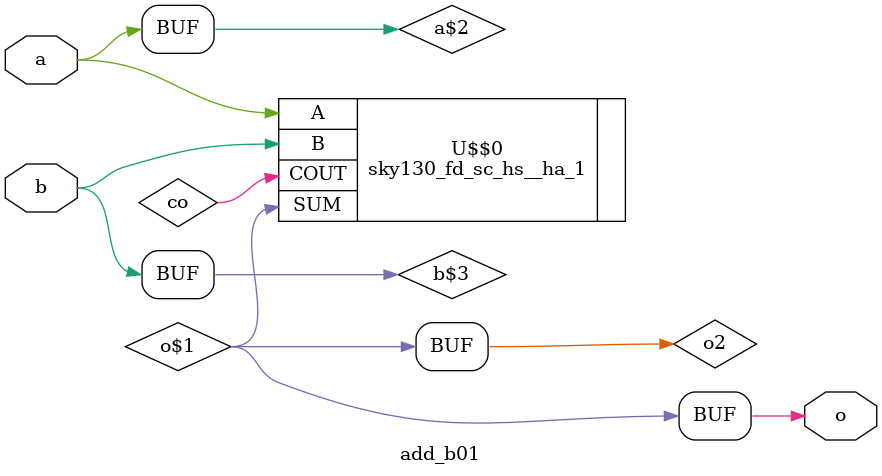
<source format=v>

/* --------------------------------------------------------------------------- */
/* Generated by Yosys 0.23 (git sha1 7ce5011c24b) */

(* \amaranth.hierarchy  = "add_b01" *)
(* top =  1  *)
(* generator = "Amaranth" *)
module add_b01(b, o, a);
  (* src = "adder.py:182" *)
  input a;
  wire a;
  (* src = "adder.py:212" *)
  wire \a$2 ;
  (* src = "adder.py:183" *)
  input b;
  wire b;
  (* src = "adder.py:213" *)
  wire \b$3 ;
  (* src = "adder.py:216" *)
  wire co;
  (* src = "adder.py:184" *)
  output o;
  wire o;
  (* src = "adder.py:214" *)
  wire \o$1 ;
  (* src = "adder.py:250" *)
  wire o2;
  sky130_fd_sc_hs__ha_1 \U$$0  (
    .A(\a$2 ),
    .B(\b$3 ),
    .COUT(co),
    .SUM(\o$1 )
  );
  assign o = o2;
  assign o2 = \o$1 ;
  assign \b$3  = b;
  assign \a$2  = a;
endmodule

/* --------------------------------------------------------------------------- */
/* Generated by Yosys 0.23 (git sha1 7ce5011c24b) */

(* \amaranth.hierarchy  = "add_b02" *)
(* top =  1  *)
(* generator = "Amaranth" *)
module add_b02(b, o, a);
  (* src = "adder.py:182" *)
  input [1:0] a;
  wire [1:0] a;
  (* src = "adder.py:212" *)
  wire [1:0] \a$2 ;
  (* src = "adder.py:183" *)
  input [1:0] b;
  wire [1:0] b;
  (* src = "adder.py:213" *)
  wire [1:0] \b$3 ;
  (* src = "adder.py:215" *)
  wire [1:0] ci;
  (* src = "adder.py:216" *)
  wire [1:0] co;
  (* src = "adder.py:184" *)
  output [1:0] o;
  wire [1:0] o;
  (* src = "adder.py:214" *)
  wire [1:0] \o$1 ;
  (* src = "adder.py:250" *)
  wire [1:0] o2;
  sky130_fd_sc_hs__ha_1 \U$$0  (
    .A(\a$2 [0]),
    .B(\b$3 [0]),
    .COUT(co[0]),
    .SUM(\o$1 [0])
  );
  sky130_fd_sc_hs__fa_1 \U$$1  (
    .A(\a$2 [1]),
    .B(\b$3 [1]),
    .CIN(ci[1]),
    .COUT(co[1]),
    .SUM(\o$1 [1])
  );
  assign o = o2;
  assign o2 = \o$1 ;
  assign ci[1] = co[0];
  assign ci[0] = 1'h0;
  assign \b$3  = b;
  assign \a$2  = a;
endmodule

/* --------------------------------------------------------------------------- */
/* Generated by Yosys 0.23 (git sha1 7ce5011c24b) */

(* \amaranth.hierarchy  = "add_b03" *)
(* top =  1  *)
(* generator = "Amaranth" *)
module add_b03(b, o, a);
  (* src = "adder.py:182" *)
  input [2:0] a;
  wire [2:0] a;
  (* src = "adder.py:212" *)
  wire [2:0] \a$2 ;
  (* src = "adder.py:183" *)
  input [2:0] b;
  wire [2:0] b;
  (* src = "adder.py:213" *)
  wire [2:0] \b$3 ;
  (* src = "adder.py:215" *)
  wire [2:0] ci;
  (* src = "adder.py:216" *)
  wire [2:0] co;
  (* src = "adder.py:184" *)
  output [2:0] o;
  wire [2:0] o;
  (* src = "adder.py:214" *)
  wire [2:0] \o$1 ;
  (* src = "adder.py:250" *)
  wire [2:0] o2;
  sky130_fd_sc_hs__ha_1 \U$$0  (
    .A(\a$2 [0]),
    .B(\b$3 [0]),
    .COUT(co[0]),
    .SUM(\o$1 [0])
  );
  sky130_fd_sc_hs__fa_1 \U$$1  (
    .A(\a$2 [1]),
    .B(\b$3 [1]),
    .CIN(ci[1]),
    .COUT(co[1]),
    .SUM(\o$1 [1])
  );
  sky130_fd_sc_hs__fa_1 \U$$2  (
    .A(\a$2 [2]),
    .B(\b$3 [2]),
    .CIN(ci[2]),
    .COUT(co[2]),
    .SUM(\o$1 [2])
  );
  assign o = o2;
  assign o2 = \o$1 ;
  assign ci[2] = co[1];
  assign ci[1] = co[0];
  assign ci[0] = 1'h0;
  assign \b$3  = b;
  assign \a$2  = a;
endmodule

/* --------------------------------------------------------------------------- */
/* Generated by Yosys 0.23 (git sha1 7ce5011c24b) */

(* \amaranth.hierarchy  = "add_b04" *)
(* top =  1  *)
(* generator = "Amaranth" *)
module add_b04(b, o, a);
  (* src = "adder.py:182" *)
  input [3:0] a;
  wire [3:0] a;
  (* src = "adder.py:212" *)
  wire [3:0] \a$2 ;
  (* src = "adder.py:183" *)
  input [3:0] b;
  wire [3:0] b;
  (* src = "adder.py:213" *)
  wire [3:0] \b$3 ;
  (* src = "adder.py:215" *)
  wire [3:0] ci;
  (* src = "adder.py:216" *)
  wire [3:0] co;
  (* src = "adder.py:184" *)
  output [3:0] o;
  wire [3:0] o;
  (* src = "adder.py:214" *)
  wire [3:0] \o$1 ;
  (* src = "adder.py:250" *)
  wire [3:0] o2;
  sky130_fd_sc_hs__ha_1 \U$$0  (
    .A(\a$2 [0]),
    .B(\b$3 [0]),
    .COUT(co[0]),
    .SUM(\o$1 [0])
  );
  sky130_fd_sc_hs__fa_1 \U$$1  (
    .A(\a$2 [1]),
    .B(\b$3 [1]),
    .CIN(ci[1]),
    .COUT(co[1]),
    .SUM(\o$1 [1])
  );
  sky130_fd_sc_hs__fa_1 \U$$2  (
    .A(\a$2 [2]),
    .B(\b$3 [2]),
    .CIN(ci[2]),
    .COUT(co[2]),
    .SUM(\o$1 [2])
  );
  sky130_fd_sc_hs__fa_1 \U$$3  (
    .A(\a$2 [3]),
    .B(\b$3 [3]),
    .CIN(ci[3]),
    .COUT(co[3]),
    .SUM(\o$1 [3])
  );
  assign o = o2;
  assign o2 = \o$1 ;
  assign ci[3] = co[2];
  assign ci[2] = co[1];
  assign ci[1] = co[0];
  assign ci[0] = 1'h0;
  assign \b$3  = b;
  assign \a$2  = a;
endmodule

/* --------------------------------------------------------------------------- */
/* Generated by Yosys 0.23 (git sha1 7ce5011c24b) */

(* \amaranth.hierarchy  = "add_b05" *)
(* top =  1  *)
(* generator = "Amaranth" *)
module add_b05(b, o, a);
  (* src = "adder.py:182" *)
  input [4:0] a;
  wire [4:0] a;
  (* src = "adder.py:212" *)
  wire [4:0] \a$2 ;
  (* src = "adder.py:183" *)
  input [4:0] b;
  wire [4:0] b;
  (* src = "adder.py:213" *)
  wire [4:0] \b$3 ;
  (* src = "adder.py:215" *)
  wire [4:0] ci;
  (* src = "adder.py:216" *)
  wire [4:0] co;
  (* src = "adder.py:184" *)
  output [4:0] o;
  wire [4:0] o;
  (* src = "adder.py:214" *)
  wire [4:0] \o$1 ;
  (* src = "adder.py:250" *)
  wire [4:0] o2;
  sky130_fd_sc_hs__ha_1 \U$$0  (
    .A(\a$2 [0]),
    .B(\b$3 [0]),
    .COUT(co[0]),
    .SUM(\o$1 [0])
  );
  sky130_fd_sc_hs__fa_1 \U$$1  (
    .A(\a$2 [1]),
    .B(\b$3 [1]),
    .CIN(ci[1]),
    .COUT(co[1]),
    .SUM(\o$1 [1])
  );
  sky130_fd_sc_hs__fa_1 \U$$2  (
    .A(\a$2 [2]),
    .B(\b$3 [2]),
    .CIN(ci[2]),
    .COUT(co[2]),
    .SUM(\o$1 [2])
  );
  sky130_fd_sc_hs__fa_1 \U$$3  (
    .A(\a$2 [3]),
    .B(\b$3 [3]),
    .CIN(ci[3]),
    .COUT(co[3]),
    .SUM(\o$1 [3])
  );
  sky130_fd_sc_hs__fa_1 \U$$4  (
    .A(\a$2 [4]),
    .B(\b$3 [4]),
    .CIN(ci[4]),
    .COUT(co[4]),
    .SUM(\o$1 [4])
  );
  assign o = o2;
  assign o2 = \o$1 ;
  assign ci[4] = co[3];
  assign ci[3] = co[2];
  assign ci[2] = co[1];
  assign ci[1] = co[0];
  assign ci[0] = 1'h0;
  assign \b$3  = b;
  assign \a$2  = a;
endmodule

/* --------------------------------------------------------------------------- */
/* Generated by Yosys 0.23 (git sha1 7ce5011c24b) */

(* \amaranth.hierarchy  = "add_b06" *)
(* top =  1  *)
(* generator = "Amaranth" *)
module add_b06(b, o, a);
  (* src = "adder.py:182" *)
  input [5:0] a;
  wire [5:0] a;
  (* src = "adder.py:212" *)
  wire [5:0] \a$2 ;
  (* src = "adder.py:183" *)
  input [5:0] b;
  wire [5:0] b;
  (* src = "adder.py:213" *)
  wire [5:0] \b$3 ;
  (* src = "adder.py:215" *)
  wire [5:0] ci;
  (* src = "adder.py:216" *)
  wire [5:0] co;
  (* src = "adder.py:184" *)
  output [5:0] o;
  wire [5:0] o;
  (* src = "adder.py:214" *)
  wire [5:0] \o$1 ;
  (* src = "adder.py:250" *)
  wire [5:0] o2;
  sky130_fd_sc_hs__ha_1 \U$$0  (
    .A(\a$2 [0]),
    .B(\b$3 [0]),
    .COUT(co[0]),
    .SUM(\o$1 [0])
  );
  sky130_fd_sc_hs__fa_1 \U$$1  (
    .A(\a$2 [1]),
    .B(\b$3 [1]),
    .CIN(ci[1]),
    .COUT(co[1]),
    .SUM(\o$1 [1])
  );
  sky130_fd_sc_hs__fa_1 \U$$2  (
    .A(\a$2 [2]),
    .B(\b$3 [2]),
    .CIN(ci[2]),
    .COUT(co[2]),
    .SUM(\o$1 [2])
  );
  sky130_fd_sc_hs__fa_1 \U$$3  (
    .A(\a$2 [3]),
    .B(\b$3 [3]),
    .CIN(ci[3]),
    .COUT(co[3]),
    .SUM(\o$1 [3])
  );
  sky130_fd_sc_hs__fa_1 \U$$4  (
    .A(\a$2 [4]),
    .B(\b$3 [4]),
    .CIN(ci[4]),
    .COUT(co[4]),
    .SUM(\o$1 [4])
  );
  sky130_fd_sc_hs__fa_1 \U$$5  (
    .A(\a$2 [5]),
    .B(\b$3 [5]),
    .CIN(ci[5]),
    .COUT(co[5]),
    .SUM(\o$1 [5])
  );
  assign o = o2;
  assign o2 = \o$1 ;
  assign ci[5] = co[4];
  assign ci[4] = co[3];
  assign ci[3] = co[2];
  assign ci[2] = co[1];
  assign ci[1] = co[0];
  assign ci[0] = 1'h0;
  assign \b$3  = b;
  assign \a$2  = a;
endmodule

/* --------------------------------------------------------------------------- */
/* Generated by Yosys 0.23 (git sha1 7ce5011c24b) */

(* \amaranth.hierarchy  = "add_b07" *)
(* top =  1  *)
(* generator = "Amaranth" *)
module add_b07(b, o, a);
  (* src = "adder.py:182" *)
  input [6:0] a;
  wire [6:0] a;
  (* src = "adder.py:212" *)
  wire [6:0] \a$2 ;
  (* src = "adder.py:183" *)
  input [6:0] b;
  wire [6:0] b;
  (* src = "adder.py:213" *)
  wire [6:0] \b$3 ;
  (* src = "adder.py:215" *)
  wire [6:0] ci;
  (* src = "adder.py:216" *)
  wire [6:0] co;
  (* src = "adder.py:184" *)
  output [6:0] o;
  wire [6:0] o;
  (* src = "adder.py:214" *)
  wire [6:0] \o$1 ;
  (* src = "adder.py:250" *)
  wire [6:0] o2;
  sky130_fd_sc_hs__ha_1 \U$$0  (
    .A(\a$2 [0]),
    .B(\b$3 [0]),
    .COUT(co[0]),
    .SUM(\o$1 [0])
  );
  sky130_fd_sc_hs__fa_1 \U$$1  (
    .A(\a$2 [1]),
    .B(\b$3 [1]),
    .CIN(ci[1]),
    .COUT(co[1]),
    .SUM(\o$1 [1])
  );
  sky130_fd_sc_hs__fa_1 \U$$2  (
    .A(\a$2 [2]),
    .B(\b$3 [2]),
    .CIN(ci[2]),
    .COUT(co[2]),
    .SUM(\o$1 [2])
  );
  sky130_fd_sc_hs__fa_1 \U$$3  (
    .A(\a$2 [3]),
    .B(\b$3 [3]),
    .CIN(ci[3]),
    .COUT(co[3]),
    .SUM(\o$1 [3])
  );
  sky130_fd_sc_hs__fa_1 \U$$4  (
    .A(\a$2 [4]),
    .B(\b$3 [4]),
    .CIN(ci[4]),
    .COUT(co[4]),
    .SUM(\o$1 [4])
  );
  sky130_fd_sc_hs__fa_1 \U$$5  (
    .A(\a$2 [5]),
    .B(\b$3 [5]),
    .CIN(ci[5]),
    .COUT(co[5]),
    .SUM(\o$1 [5])
  );
  sky130_fd_sc_hs__fa_1 \U$$6  (
    .A(\a$2 [6]),
    .B(\b$3 [6]),
    .CIN(ci[6]),
    .COUT(co[6]),
    .SUM(\o$1 [6])
  );
  assign o = o2;
  assign o2 = \o$1 ;
  assign ci[6] = co[5];
  assign ci[5] = co[4];
  assign ci[4] = co[3];
  assign ci[3] = co[2];
  assign ci[2] = co[1];
  assign ci[1] = co[0];
  assign ci[0] = 1'h0;
  assign \b$3  = b;
  assign \a$2  = a;
endmodule

/* --------------------------------------------------------------------------- */
/* Generated by Yosys 0.23 (git sha1 7ce5011c24b) */

(* \amaranth.hierarchy  = "add_b08" *)
(* top =  1  *)
(* generator = "Amaranth" *)
module add_b08(b, o, a);
  (* src = "adder.py:182" *)
  input [7:0] a;
  wire [7:0] a;
  (* src = "adder.py:212" *)
  wire [7:0] \a$2 ;
  (* src = "adder.py:183" *)
  input [7:0] b;
  wire [7:0] b;
  (* src = "adder.py:213" *)
  wire [7:0] \b$3 ;
  (* src = "adder.py:215" *)
  wire [7:0] ci;
  (* src = "adder.py:216" *)
  wire [7:0] co;
  (* src = "adder.py:184" *)
  output [7:0] o;
  wire [7:0] o;
  (* src = "adder.py:214" *)
  wire [7:0] \o$1 ;
  (* src = "adder.py:250" *)
  wire [7:0] o2;
  sky130_fd_sc_hs__ha_1 \U$$0  (
    .A(\a$2 [0]),
    .B(\b$3 [0]),
    .COUT(co[0]),
    .SUM(\o$1 [0])
  );
  sky130_fd_sc_hs__fa_1 \U$$1  (
    .A(\a$2 [1]),
    .B(\b$3 [1]),
    .CIN(ci[1]),
    .COUT(co[1]),
    .SUM(\o$1 [1])
  );
  sky130_fd_sc_hs__fa_1 \U$$2  (
    .A(\a$2 [2]),
    .B(\b$3 [2]),
    .CIN(ci[2]),
    .COUT(co[2]),
    .SUM(\o$1 [2])
  );
  sky130_fd_sc_hs__fa_1 \U$$3  (
    .A(\a$2 [3]),
    .B(\b$3 [3]),
    .CIN(ci[3]),
    .COUT(co[3]),
    .SUM(\o$1 [3])
  );
  sky130_fd_sc_hs__fa_1 \U$$4  (
    .A(\a$2 [4]),
    .B(\b$3 [4]),
    .CIN(ci[4]),
    .COUT(co[4]),
    .SUM(\o$1 [4])
  );
  sky130_fd_sc_hs__fa_1 \U$$5  (
    .A(\a$2 [5]),
    .B(\b$3 [5]),
    .CIN(ci[5]),
    .COUT(co[5]),
    .SUM(\o$1 [5])
  );
  sky130_fd_sc_hs__fa_1 \U$$6  (
    .A(\a$2 [6]),
    .B(\b$3 [6]),
    .CIN(ci[6]),
    .COUT(co[6]),
    .SUM(\o$1 [6])
  );
  sky130_fd_sc_hs__fa_1 \U$$7  (
    .A(\a$2 [7]),
    .B(\b$3 [7]),
    .CIN(ci[7]),
    .COUT(co[7]),
    .SUM(\o$1 [7])
  );
  assign o = o2;
  assign o2 = \o$1 ;
  assign ci[7] = co[6];
  assign ci[6] = co[5];
  assign ci[5] = co[4];
  assign ci[4] = co[3];
  assign ci[3] = co[2];
  assign ci[2] = co[1];
  assign ci[1] = co[0];
  assign ci[0] = 1'h0;
  assign \b$3  = b;
  assign \a$2  = a;
endmodule

/* --------------------------------------------------------------------------- */
/* Generated by Yosys 0.23 (git sha1 7ce5011c24b) */

(* \amaranth.hierarchy  = "add_b09" *)
(* top =  1  *)
(* generator = "Amaranth" *)
module add_b09(b, o, a);
  (* src = "adder.py:182" *)
  input [8:0] a;
  wire [8:0] a;
  (* src = "adder.py:212" *)
  wire [8:0] \a$2 ;
  (* src = "adder.py:183" *)
  input [8:0] b;
  wire [8:0] b;
  (* src = "adder.py:213" *)
  wire [8:0] \b$3 ;
  (* src = "adder.py:215" *)
  wire [8:0] ci;
  (* src = "adder.py:216" *)
  wire [8:0] co;
  (* src = "adder.py:184" *)
  output [8:0] o;
  wire [8:0] o;
  (* src = "adder.py:214" *)
  wire [8:0] \o$1 ;
  (* src = "adder.py:250" *)
  wire [8:0] o2;
  sky130_fd_sc_hs__ha_1 \U$$0  (
    .A(\a$2 [0]),
    .B(\b$3 [0]),
    .COUT(co[0]),
    .SUM(\o$1 [0])
  );
  sky130_fd_sc_hs__fa_1 \U$$1  (
    .A(\a$2 [1]),
    .B(\b$3 [1]),
    .CIN(ci[1]),
    .COUT(co[1]),
    .SUM(\o$1 [1])
  );
  sky130_fd_sc_hs__fa_1 \U$$2  (
    .A(\a$2 [2]),
    .B(\b$3 [2]),
    .CIN(ci[2]),
    .COUT(co[2]),
    .SUM(\o$1 [2])
  );
  sky130_fd_sc_hs__fa_1 \U$$3  (
    .A(\a$2 [3]),
    .B(\b$3 [3]),
    .CIN(ci[3]),
    .COUT(co[3]),
    .SUM(\o$1 [3])
  );
  sky130_fd_sc_hs__fa_1 \U$$4  (
    .A(\a$2 [4]),
    .B(\b$3 [4]),
    .CIN(ci[4]),
    .COUT(co[4]),
    .SUM(\o$1 [4])
  );
  sky130_fd_sc_hs__fa_1 \U$$5  (
    .A(\a$2 [5]),
    .B(\b$3 [5]),
    .CIN(ci[5]),
    .COUT(co[5]),
    .SUM(\o$1 [5])
  );
  sky130_fd_sc_hs__fa_1 \U$$6  (
    .A(\a$2 [6]),
    .B(\b$3 [6]),
    .CIN(ci[6]),
    .COUT(co[6]),
    .SUM(\o$1 [6])
  );
  sky130_fd_sc_hs__fa_1 \U$$7  (
    .A(\a$2 [7]),
    .B(\b$3 [7]),
    .CIN(ci[7]),
    .COUT(co[7]),
    .SUM(\o$1 [7])
  );
  sky130_fd_sc_hs__fa_1 \U$$8  (
    .A(\a$2 [8]),
    .B(\b$3 [8]),
    .CIN(ci[8]),
    .COUT(co[8]),
    .SUM(\o$1 [8])
  );
  assign o = o2;
  assign o2 = \o$1 ;
  assign ci[8] = co[7];
  assign ci[7] = co[6];
  assign ci[6] = co[5];
  assign ci[5] = co[4];
  assign ci[4] = co[3];
  assign ci[3] = co[2];
  assign ci[2] = co[1];
  assign ci[1] = co[0];
  assign ci[0] = 1'h0;
  assign \b$3  = b;
  assign \a$2  = a;
endmodule

/* --------------------------------------------------------------------------- */
/* Generated by Yosys 0.23 (git sha1 7ce5011c24b) */

(* \amaranth.hierarchy  = "add_b10" *)
(* top =  1  *)
(* generator = "Amaranth" *)
module add_b10(b, o, a);
  (* src = "adder.py:182" *)
  input [9:0] a;
  wire [9:0] a;
  (* src = "adder.py:212" *)
  wire [9:0] \a$2 ;
  (* src = "adder.py:183" *)
  input [9:0] b;
  wire [9:0] b;
  (* src = "adder.py:213" *)
  wire [9:0] \b$3 ;
  (* src = "adder.py:215" *)
  wire [9:0] ci;
  (* src = "adder.py:216" *)
  wire [9:0] co;
  (* src = "adder.py:184" *)
  output [9:0] o;
  wire [9:0] o;
  (* src = "adder.py:214" *)
  wire [9:0] \o$1 ;
  (* src = "adder.py:250" *)
  wire [9:0] o2;
  sky130_fd_sc_hs__ha_1 \U$$0  (
    .A(\a$2 [0]),
    .B(\b$3 [0]),
    .COUT(co[0]),
    .SUM(\o$1 [0])
  );
  sky130_fd_sc_hs__fa_1 \U$$1  (
    .A(\a$2 [1]),
    .B(\b$3 [1]),
    .CIN(ci[1]),
    .COUT(co[1]),
    .SUM(\o$1 [1])
  );
  sky130_fd_sc_hs__fa_1 \U$$2  (
    .A(\a$2 [2]),
    .B(\b$3 [2]),
    .CIN(ci[2]),
    .COUT(co[2]),
    .SUM(\o$1 [2])
  );
  sky130_fd_sc_hs__fa_1 \U$$3  (
    .A(\a$2 [3]),
    .B(\b$3 [3]),
    .CIN(ci[3]),
    .COUT(co[3]),
    .SUM(\o$1 [3])
  );
  sky130_fd_sc_hs__fa_1 \U$$4  (
    .A(\a$2 [4]),
    .B(\b$3 [4]),
    .CIN(ci[4]),
    .COUT(co[4]),
    .SUM(\o$1 [4])
  );
  sky130_fd_sc_hs__fa_1 \U$$5  (
    .A(\a$2 [5]),
    .B(\b$3 [5]),
    .CIN(ci[5]),
    .COUT(co[5]),
    .SUM(\o$1 [5])
  );
  sky130_fd_sc_hs__fa_1 \U$$6  (
    .A(\a$2 [6]),
    .B(\b$3 [6]),
    .CIN(ci[6]),
    .COUT(co[6]),
    .SUM(\o$1 [6])
  );
  sky130_fd_sc_hs__fa_1 \U$$7  (
    .A(\a$2 [7]),
    .B(\b$3 [7]),
    .CIN(ci[7]),
    .COUT(co[7]),
    .SUM(\o$1 [7])
  );
  sky130_fd_sc_hs__fa_1 \U$$8  (
    .A(\a$2 [8]),
    .B(\b$3 [8]),
    .CIN(ci[8]),
    .COUT(co[8]),
    .SUM(\o$1 [8])
  );
  sky130_fd_sc_hs__fa_1 \U$$9  (
    .A(\a$2 [9]),
    .B(\b$3 [9]),
    .CIN(ci[9]),
    .COUT(co[9]),
    .SUM(\o$1 [9])
  );
  assign o = o2;
  assign o2 = \o$1 ;
  assign ci[9] = co[8];
  assign ci[8] = co[7];
  assign ci[7] = co[6];
  assign ci[6] = co[5];
  assign ci[5] = co[4];
  assign ci[4] = co[3];
  assign ci[3] = co[2];
  assign ci[2] = co[1];
  assign ci[1] = co[0];
  assign ci[0] = 1'h0;
  assign \b$3  = b;
  assign \a$2  = a;
endmodule

/* --------------------------------------------------------------------------- */
/* Generated by Yosys 0.23 (git sha1 7ce5011c24b) */

(* \amaranth.hierarchy  = "add_b11" *)
(* top =  1  *)
(* generator = "Amaranth" *)
module add_b11(b, o, a);
  (* src = "adder.py:182" *)
  input [10:0] a;
  wire [10:0] a;
  (* src = "adder.py:212" *)
  wire [10:0] \a$2 ;
  (* src = "adder.py:183" *)
  input [10:0] b;
  wire [10:0] b;
  (* src = "adder.py:213" *)
  wire [10:0] \b$3 ;
  (* src = "adder.py:215" *)
  wire [10:0] ci;
  (* src = "adder.py:216" *)
  wire [10:0] co;
  (* src = "adder.py:184" *)
  output [10:0] o;
  wire [10:0] o;
  (* src = "adder.py:214" *)
  wire [10:0] \o$1 ;
  (* src = "adder.py:250" *)
  wire [10:0] o2;
  sky130_fd_sc_hs__ha_1 \U$$0  (
    .A(\a$2 [0]),
    .B(\b$3 [0]),
    .COUT(co[0]),
    .SUM(\o$1 [0])
  );
  sky130_fd_sc_hs__fa_1 \U$$1  (
    .A(\a$2 [1]),
    .B(\b$3 [1]),
    .CIN(ci[1]),
    .COUT(co[1]),
    .SUM(\o$1 [1])
  );
  sky130_fd_sc_hs__fa_1 \U$$10  (
    .A(\a$2 [10]),
    .B(\b$3 [10]),
    .CIN(ci[10]),
    .COUT(co[10]),
    .SUM(\o$1 [10])
  );
  sky130_fd_sc_hs__fa_1 \U$$2  (
    .A(\a$2 [2]),
    .B(\b$3 [2]),
    .CIN(ci[2]),
    .COUT(co[2]),
    .SUM(\o$1 [2])
  );
  sky130_fd_sc_hs__fa_1 \U$$3  (
    .A(\a$2 [3]),
    .B(\b$3 [3]),
    .CIN(ci[3]),
    .COUT(co[3]),
    .SUM(\o$1 [3])
  );
  sky130_fd_sc_hs__fa_1 \U$$4  (
    .A(\a$2 [4]),
    .B(\b$3 [4]),
    .CIN(ci[4]),
    .COUT(co[4]),
    .SUM(\o$1 [4])
  );
  sky130_fd_sc_hs__fa_1 \U$$5  (
    .A(\a$2 [5]),
    .B(\b$3 [5]),
    .CIN(ci[5]),
    .COUT(co[5]),
    .SUM(\o$1 [5])
  );
  sky130_fd_sc_hs__fa_1 \U$$6  (
    .A(\a$2 [6]),
    .B(\b$3 [6]),
    .CIN(ci[6]),
    .COUT(co[6]),
    .SUM(\o$1 [6])
  );
  sky130_fd_sc_hs__fa_1 \U$$7  (
    .A(\a$2 [7]),
    .B(\b$3 [7]),
    .CIN(ci[7]),
    .COUT(co[7]),
    .SUM(\o$1 [7])
  );
  sky130_fd_sc_hs__fa_1 \U$$8  (
    .A(\a$2 [8]),
    .B(\b$3 [8]),
    .CIN(ci[8]),
    .COUT(co[8]),
    .SUM(\o$1 [8])
  );
  sky130_fd_sc_hs__fa_1 \U$$9  (
    .A(\a$2 [9]),
    .B(\b$3 [9]),
    .CIN(ci[9]),
    .COUT(co[9]),
    .SUM(\o$1 [9])
  );
  assign o = o2;
  assign o2 = \o$1 ;
  assign ci[10] = co[9];
  assign ci[9] = co[8];
  assign ci[8] = co[7];
  assign ci[7] = co[6];
  assign ci[6] = co[5];
  assign ci[5] = co[4];
  assign ci[4] = co[3];
  assign ci[3] = co[2];
  assign ci[2] = co[1];
  assign ci[1] = co[0];
  assign ci[0] = 1'h0;
  assign \b$3  = b;
  assign \a$2  = a;
endmodule

/* --------------------------------------------------------------------------- */
/* Generated by Yosys 0.23 (git sha1 7ce5011c24b) */

(* \amaranth.hierarchy  = "add_b12" *)
(* top =  1  *)
(* generator = "Amaranth" *)
module add_b12(b, o, a);
  (* src = "adder.py:182" *)
  input [11:0] a;
  wire [11:0] a;
  (* src = "adder.py:212" *)
  wire [11:0] \a$2 ;
  (* src = "adder.py:183" *)
  input [11:0] b;
  wire [11:0] b;
  (* src = "adder.py:213" *)
  wire [11:0] \b$3 ;
  (* src = "adder.py:215" *)
  wire [11:0] ci;
  (* src = "adder.py:216" *)
  wire [11:0] co;
  (* src = "adder.py:184" *)
  output [11:0] o;
  wire [11:0] o;
  (* src = "adder.py:214" *)
  wire [11:0] \o$1 ;
  (* src = "adder.py:250" *)
  wire [11:0] o2;
  sky130_fd_sc_hs__ha_1 \U$$0  (
    .A(\a$2 [0]),
    .B(\b$3 [0]),
    .COUT(co[0]),
    .SUM(\o$1 [0])
  );
  sky130_fd_sc_hs__fa_1 \U$$1  (
    .A(\a$2 [1]),
    .B(\b$3 [1]),
    .CIN(ci[1]),
    .COUT(co[1]),
    .SUM(\o$1 [1])
  );
  sky130_fd_sc_hs__fa_1 \U$$10  (
    .A(\a$2 [10]),
    .B(\b$3 [10]),
    .CIN(ci[10]),
    .COUT(co[10]),
    .SUM(\o$1 [10])
  );
  sky130_fd_sc_hs__fa_1 \U$$11  (
    .A(\a$2 [11]),
    .B(\b$3 [11]),
    .CIN(ci[11]),
    .COUT(co[11]),
    .SUM(\o$1 [11])
  );
  sky130_fd_sc_hs__fa_1 \U$$2  (
    .A(\a$2 [2]),
    .B(\b$3 [2]),
    .CIN(ci[2]),
    .COUT(co[2]),
    .SUM(\o$1 [2])
  );
  sky130_fd_sc_hs__fa_1 \U$$3  (
    .A(\a$2 [3]),
    .B(\b$3 [3]),
    .CIN(ci[3]),
    .COUT(co[3]),
    .SUM(\o$1 [3])
  );
  sky130_fd_sc_hs__fa_1 \U$$4  (
    .A(\a$2 [4]),
    .B(\b$3 [4]),
    .CIN(ci[4]),
    .COUT(co[4]),
    .SUM(\o$1 [4])
  );
  sky130_fd_sc_hs__fa_1 \U$$5  (
    .A(\a$2 [5]),
    .B(\b$3 [5]),
    .CIN(ci[5]),
    .COUT(co[5]),
    .SUM(\o$1 [5])
  );
  sky130_fd_sc_hs__fa_1 \U$$6  (
    .A(\a$2 [6]),
    .B(\b$3 [6]),
    .CIN(ci[6]),
    .COUT(co[6]),
    .SUM(\o$1 [6])
  );
  sky130_fd_sc_hs__fa_1 \U$$7  (
    .A(\a$2 [7]),
    .B(\b$3 [7]),
    .CIN(ci[7]),
    .COUT(co[7]),
    .SUM(\o$1 [7])
  );
  sky130_fd_sc_hs__fa_1 \U$$8  (
    .A(\a$2 [8]),
    .B(\b$3 [8]),
    .CIN(ci[8]),
    .COUT(co[8]),
    .SUM(\o$1 [8])
  );
  sky130_fd_sc_hs__fa_1 \U$$9  (
    .A(\a$2 [9]),
    .B(\b$3 [9]),
    .CIN(ci[9]),
    .COUT(co[9]),
    .SUM(\o$1 [9])
  );
  assign o = o2;
  assign o2 = \o$1 ;
  assign ci[11] = co[10];
  assign ci[10] = co[9];
  assign ci[9] = co[8];
  assign ci[8] = co[7];
  assign ci[7] = co[6];
  assign ci[6] = co[5];
  assign ci[5] = co[4];
  assign ci[4] = co[3];
  assign ci[3] = co[2];
  assign ci[2] = co[1];
  assign ci[1] = co[0];
  assign ci[0] = 1'h0;
  assign \b$3  = b;
  assign \a$2  = a;
endmodule

/* --------------------------------------------------------------------------- */
/* Generated by Yosys 0.23 (git sha1 7ce5011c24b) */

(* \amaranth.hierarchy  = "add_b13" *)
(* top =  1  *)
(* generator = "Amaranth" *)
module add_b13(b, o, a);
  (* src = "adder.py:182" *)
  input [12:0] a;
  wire [12:0] a;
  (* src = "adder.py:212" *)
  wire [12:0] \a$2 ;
  (* src = "adder.py:183" *)
  input [12:0] b;
  wire [12:0] b;
  (* src = "adder.py:213" *)
  wire [12:0] \b$3 ;
  (* src = "adder.py:215" *)
  wire [12:0] ci;
  (* src = "adder.py:216" *)
  wire [12:0] co;
  (* src = "adder.py:184" *)
  output [12:0] o;
  wire [12:0] o;
  (* src = "adder.py:214" *)
  wire [12:0] \o$1 ;
  (* src = "adder.py:250" *)
  wire [12:0] o2;
  sky130_fd_sc_hs__ha_1 \U$$0  (
    .A(\a$2 [0]),
    .B(\b$3 [0]),
    .COUT(co[0]),
    .SUM(\o$1 [0])
  );
  sky130_fd_sc_hs__fa_1 \U$$1  (
    .A(\a$2 [1]),
    .B(\b$3 [1]),
    .CIN(ci[1]),
    .COUT(co[1]),
    .SUM(\o$1 [1])
  );
  sky130_fd_sc_hs__fa_1 \U$$10  (
    .A(\a$2 [10]),
    .B(\b$3 [10]),
    .CIN(ci[10]),
    .COUT(co[10]),
    .SUM(\o$1 [10])
  );
  sky130_fd_sc_hs__fa_1 \U$$11  (
    .A(\a$2 [11]),
    .B(\b$3 [11]),
    .CIN(ci[11]),
    .COUT(co[11]),
    .SUM(\o$1 [11])
  );
  sky130_fd_sc_hs__fa_1 \U$$12  (
    .A(\a$2 [12]),
    .B(\b$3 [12]),
    .CIN(ci[12]),
    .COUT(co[12]),
    .SUM(\o$1 [12])
  );
  sky130_fd_sc_hs__fa_1 \U$$2  (
    .A(\a$2 [2]),
    .B(\b$3 [2]),
    .CIN(ci[2]),
    .COUT(co[2]),
    .SUM(\o$1 [2])
  );
  sky130_fd_sc_hs__fa_1 \U$$3  (
    .A(\a$2 [3]),
    .B(\b$3 [3]),
    .CIN(ci[3]),
    .COUT(co[3]),
    .SUM(\o$1 [3])
  );
  sky130_fd_sc_hs__fa_1 \U$$4  (
    .A(\a$2 [4]),
    .B(\b$3 [4]),
    .CIN(ci[4]),
    .COUT(co[4]),
    .SUM(\o$1 [4])
  );
  sky130_fd_sc_hs__fa_1 \U$$5  (
    .A(\a$2 [5]),
    .B(\b$3 [5]),
    .CIN(ci[5]),
    .COUT(co[5]),
    .SUM(\o$1 [5])
  );
  sky130_fd_sc_hs__fa_1 \U$$6  (
    .A(\a$2 [6]),
    .B(\b$3 [6]),
    .CIN(ci[6]),
    .COUT(co[6]),
    .SUM(\o$1 [6])
  );
  sky130_fd_sc_hs__fa_1 \U$$7  (
    .A(\a$2 [7]),
    .B(\b$3 [7]),
    .CIN(ci[7]),
    .COUT(co[7]),
    .SUM(\o$1 [7])
  );
  sky130_fd_sc_hs__fa_1 \U$$8  (
    .A(\a$2 [8]),
    .B(\b$3 [8]),
    .CIN(ci[8]),
    .COUT(co[8]),
    .SUM(\o$1 [8])
  );
  sky130_fd_sc_hs__fa_1 \U$$9  (
    .A(\a$2 [9]),
    .B(\b$3 [9]),
    .CIN(ci[9]),
    .COUT(co[9]),
    .SUM(\o$1 [9])
  );
  assign o = o2;
  assign o2 = \o$1 ;
  assign ci[12] = co[11];
  assign ci[11] = co[10];
  assign ci[10] = co[9];
  assign ci[9] = co[8];
  assign ci[8] = co[7];
  assign ci[7] = co[6];
  assign ci[6] = co[5];
  assign ci[5] = co[4];
  assign ci[4] = co[3];
  assign ci[3] = co[2];
  assign ci[2] = co[1];
  assign ci[1] = co[0];
  assign ci[0] = 1'h0;
  assign \b$3  = b;
  assign \a$2  = a;
endmodule

/* --------------------------------------------------------------------------- */
/* Generated by Yosys 0.23 (git sha1 7ce5011c24b) */

(* \amaranth.hierarchy  = "add_b14" *)
(* top =  1  *)
(* generator = "Amaranth" *)
module add_b14(b, o, a);
  (* src = "adder.py:182" *)
  input [13:0] a;
  wire [13:0] a;
  (* src = "adder.py:212" *)
  wire [13:0] \a$2 ;
  (* src = "adder.py:183" *)
  input [13:0] b;
  wire [13:0] b;
  (* src = "adder.py:213" *)
  wire [13:0] \b$3 ;
  (* src = "adder.py:215" *)
  wire [13:0] ci;
  (* src = "adder.py:216" *)
  wire [13:0] co;
  (* src = "adder.py:184" *)
  output [13:0] o;
  wire [13:0] o;
  (* src = "adder.py:214" *)
  wire [13:0] \o$1 ;
  (* src = "adder.py:250" *)
  wire [13:0] o2;
  sky130_fd_sc_hs__ha_1 \U$$0  (
    .A(\a$2 [0]),
    .B(\b$3 [0]),
    .COUT(co[0]),
    .SUM(\o$1 [0])
  );
  sky130_fd_sc_hs__fa_1 \U$$1  (
    .A(\a$2 [1]),
    .B(\b$3 [1]),
    .CIN(ci[1]),
    .COUT(co[1]),
    .SUM(\o$1 [1])
  );
  sky130_fd_sc_hs__fa_1 \U$$10  (
    .A(\a$2 [10]),
    .B(\b$3 [10]),
    .CIN(ci[10]),
    .COUT(co[10]),
    .SUM(\o$1 [10])
  );
  sky130_fd_sc_hs__fa_1 \U$$11  (
    .A(\a$2 [11]),
    .B(\b$3 [11]),
    .CIN(ci[11]),
    .COUT(co[11]),
    .SUM(\o$1 [11])
  );
  sky130_fd_sc_hs__fa_1 \U$$12  (
    .A(\a$2 [12]),
    .B(\b$3 [12]),
    .CIN(ci[12]),
    .COUT(co[12]),
    .SUM(\o$1 [12])
  );
  sky130_fd_sc_hs__fa_1 \U$$13  (
    .A(\a$2 [13]),
    .B(\b$3 [13]),
    .CIN(ci[13]),
    .COUT(co[13]),
    .SUM(\o$1 [13])
  );
  sky130_fd_sc_hs__fa_1 \U$$2  (
    .A(\a$2 [2]),
    .B(\b$3 [2]),
    .CIN(ci[2]),
    .COUT(co[2]),
    .SUM(\o$1 [2])
  );
  sky130_fd_sc_hs__fa_1 \U$$3  (
    .A(\a$2 [3]),
    .B(\b$3 [3]),
    .CIN(ci[3]),
    .COUT(co[3]),
    .SUM(\o$1 [3])
  );
  sky130_fd_sc_hs__fa_1 \U$$4  (
    .A(\a$2 [4]),
    .B(\b$3 [4]),
    .CIN(ci[4]),
    .COUT(co[4]),
    .SUM(\o$1 [4])
  );
  sky130_fd_sc_hs__fa_1 \U$$5  (
    .A(\a$2 [5]),
    .B(\b$3 [5]),
    .CIN(ci[5]),
    .COUT(co[5]),
    .SUM(\o$1 [5])
  );
  sky130_fd_sc_hs__fa_1 \U$$6  (
    .A(\a$2 [6]),
    .B(\b$3 [6]),
    .CIN(ci[6]),
    .COUT(co[6]),
    .SUM(\o$1 [6])
  );
  sky130_fd_sc_hs__fa_1 \U$$7  (
    .A(\a$2 [7]),
    .B(\b$3 [7]),
    .CIN(ci[7]),
    .COUT(co[7]),
    .SUM(\o$1 [7])
  );
  sky130_fd_sc_hs__fa_1 \U$$8  (
    .A(\a$2 [8]),
    .B(\b$3 [8]),
    .CIN(ci[8]),
    .COUT(co[8]),
    .SUM(\o$1 [8])
  );
  sky130_fd_sc_hs__fa_1 \U$$9  (
    .A(\a$2 [9]),
    .B(\b$3 [9]),
    .CIN(ci[9]),
    .COUT(co[9]),
    .SUM(\o$1 [9])
  );
  assign o = o2;
  assign o2 = \o$1 ;
  assign ci[13] = co[12];
  assign ci[12] = co[11];
  assign ci[11] = co[10];
  assign ci[10] = co[9];
  assign ci[9] = co[8];
  assign ci[8] = co[7];
  assign ci[7] = co[6];
  assign ci[6] = co[5];
  assign ci[5] = co[4];
  assign ci[4] = co[3];
  assign ci[3] = co[2];
  assign ci[2] = co[1];
  assign ci[1] = co[0];
  assign ci[0] = 1'h0;
  assign \b$3  = b;
  assign \a$2  = a;
endmodule

/* --------------------------------------------------------------------------- */
/* Generated by Yosys 0.23 (git sha1 7ce5011c24b) */

(* \amaranth.hierarchy  = "add_b15" *)
(* top =  1  *)
(* generator = "Amaranth" *)
module add_b15(b, o, a);
  (* src = "adder.py:182" *)
  input [14:0] a;
  wire [14:0] a;
  (* src = "adder.py:212" *)
  wire [14:0] \a$2 ;
  (* src = "adder.py:183" *)
  input [14:0] b;
  wire [14:0] b;
  (* src = "adder.py:213" *)
  wire [14:0] \b$3 ;
  (* src = "adder.py:215" *)
  wire [14:0] ci;
  (* src = "adder.py:216" *)
  wire [14:0] co;
  (* src = "adder.py:184" *)
  output [14:0] o;
  wire [14:0] o;
  (* src = "adder.py:214" *)
  wire [14:0] \o$1 ;
  (* src = "adder.py:250" *)
  wire [14:0] o2;
  sky130_fd_sc_hs__ha_1 \U$$0  (
    .A(\a$2 [0]),
    .B(\b$3 [0]),
    .COUT(co[0]),
    .SUM(\o$1 [0])
  );
  sky130_fd_sc_hs__fa_1 \U$$1  (
    .A(\a$2 [1]),
    .B(\b$3 [1]),
    .CIN(ci[1]),
    .COUT(co[1]),
    .SUM(\o$1 [1])
  );
  sky130_fd_sc_hs__fa_1 \U$$10  (
    .A(\a$2 [10]),
    .B(\b$3 [10]),
    .CIN(ci[10]),
    .COUT(co[10]),
    .SUM(\o$1 [10])
  );
  sky130_fd_sc_hs__fa_1 \U$$11  (
    .A(\a$2 [11]),
    .B(\b$3 [11]),
    .CIN(ci[11]),
    .COUT(co[11]),
    .SUM(\o$1 [11])
  );
  sky130_fd_sc_hs__fa_1 \U$$12  (
    .A(\a$2 [12]),
    .B(\b$3 [12]),
    .CIN(ci[12]),
    .COUT(co[12]),
    .SUM(\o$1 [12])
  );
  sky130_fd_sc_hs__fa_1 \U$$13  (
    .A(\a$2 [13]),
    .B(\b$3 [13]),
    .CIN(ci[13]),
    .COUT(co[13]),
    .SUM(\o$1 [13])
  );
  sky130_fd_sc_hs__fa_1 \U$$14  (
    .A(\a$2 [14]),
    .B(\b$3 [14]),
    .CIN(ci[14]),
    .COUT(co[14]),
    .SUM(\o$1 [14])
  );
  sky130_fd_sc_hs__fa_1 \U$$2  (
    .A(\a$2 [2]),
    .B(\b$3 [2]),
    .CIN(ci[2]),
    .COUT(co[2]),
    .SUM(\o$1 [2])
  );
  sky130_fd_sc_hs__fa_1 \U$$3  (
    .A(\a$2 [3]),
    .B(\b$3 [3]),
    .CIN(ci[3]),
    .COUT(co[3]),
    .SUM(\o$1 [3])
  );
  sky130_fd_sc_hs__fa_1 \U$$4  (
    .A(\a$2 [4]),
    .B(\b$3 [4]),
    .CIN(ci[4]),
    .COUT(co[4]),
    .SUM(\o$1 [4])
  );
  sky130_fd_sc_hs__fa_1 \U$$5  (
    .A(\a$2 [5]),
    .B(\b$3 [5]),
    .CIN(ci[5]),
    .COUT(co[5]),
    .SUM(\o$1 [5])
  );
  sky130_fd_sc_hs__fa_1 \U$$6  (
    .A(\a$2 [6]),
    .B(\b$3 [6]),
    .CIN(ci[6]),
    .COUT(co[6]),
    .SUM(\o$1 [6])
  );
  sky130_fd_sc_hs__fa_1 \U$$7  (
    .A(\a$2 [7]),
    .B(\b$3 [7]),
    .CIN(ci[7]),
    .COUT(co[7]),
    .SUM(\o$1 [7])
  );
  sky130_fd_sc_hs__fa_1 \U$$8  (
    .A(\a$2 [8]),
    .B(\b$3 [8]),
    .CIN(ci[8]),
    .COUT(co[8]),
    .SUM(\o$1 [8])
  );
  sky130_fd_sc_hs__fa_1 \U$$9  (
    .A(\a$2 [9]),
    .B(\b$3 [9]),
    .CIN(ci[9]),
    .COUT(co[9]),
    .SUM(\o$1 [9])
  );
  assign o = o2;
  assign o2 = \o$1 ;
  assign ci[14] = co[13];
  assign ci[13] = co[12];
  assign ci[12] = co[11];
  assign ci[11] = co[10];
  assign ci[10] = co[9];
  assign ci[9] = co[8];
  assign ci[8] = co[7];
  assign ci[7] = co[6];
  assign ci[6] = co[5];
  assign ci[5] = co[4];
  assign ci[4] = co[3];
  assign ci[3] = co[2];
  assign ci[2] = co[1];
  assign ci[1] = co[0];
  assign ci[0] = 1'h0;
  assign \b$3  = b;
  assign \a$2  = a;
endmodule

/* --------------------------------------------------------------------------- */
/* Generated by Yosys 0.23 (git sha1 7ce5011c24b) */

(* \amaranth.hierarchy  = "add_b16" *)
(* top =  1  *)
(* generator = "Amaranth" *)
module add_b16(b, o, a);
  (* src = "adder.py:182" *)
  input [15:0] a;
  wire [15:0] a;
  (* src = "adder.py:212" *)
  wire [15:0] \a$2 ;
  (* src = "adder.py:183" *)
  input [15:0] b;
  wire [15:0] b;
  (* src = "adder.py:213" *)
  wire [15:0] \b$3 ;
  (* src = "adder.py:215" *)
  wire [15:0] ci;
  (* src = "adder.py:216" *)
  wire [15:0] co;
  (* src = "adder.py:184" *)
  output [15:0] o;
  wire [15:0] o;
  (* src = "adder.py:214" *)
  wire [15:0] \o$1 ;
  (* src = "adder.py:250" *)
  wire [15:0] o2;
  sky130_fd_sc_hs__ha_1 \U$$0  (
    .A(\a$2 [0]),
    .B(\b$3 [0]),
    .COUT(co[0]),
    .SUM(\o$1 [0])
  );
  sky130_fd_sc_hs__fa_1 \U$$1  (
    .A(\a$2 [1]),
    .B(\b$3 [1]),
    .CIN(ci[1]),
    .COUT(co[1]),
    .SUM(\o$1 [1])
  );
  sky130_fd_sc_hs__fa_1 \U$$10  (
    .A(\a$2 [10]),
    .B(\b$3 [10]),
    .CIN(ci[10]),
    .COUT(co[10]),
    .SUM(\o$1 [10])
  );
  sky130_fd_sc_hs__fa_1 \U$$11  (
    .A(\a$2 [11]),
    .B(\b$3 [11]),
    .CIN(ci[11]),
    .COUT(co[11]),
    .SUM(\o$1 [11])
  );
  sky130_fd_sc_hs__fa_1 \U$$12  (
    .A(\a$2 [12]),
    .B(\b$3 [12]),
    .CIN(ci[12]),
    .COUT(co[12]),
    .SUM(\o$1 [12])
  );
  sky130_fd_sc_hs__fa_1 \U$$13  (
    .A(\a$2 [13]),
    .B(\b$3 [13]),
    .CIN(ci[13]),
    .COUT(co[13]),
    .SUM(\o$1 [13])
  );
  sky130_fd_sc_hs__fa_1 \U$$14  (
    .A(\a$2 [14]),
    .B(\b$3 [14]),
    .CIN(ci[14]),
    .COUT(co[14]),
    .SUM(\o$1 [14])
  );
  sky130_fd_sc_hs__fa_1 \U$$15  (
    .A(\a$2 [15]),
    .B(\b$3 [15]),
    .CIN(ci[15]),
    .COUT(co[15]),
    .SUM(\o$1 [15])
  );
  sky130_fd_sc_hs__fa_1 \U$$2  (
    .A(\a$2 [2]),
    .B(\b$3 [2]),
    .CIN(ci[2]),
    .COUT(co[2]),
    .SUM(\o$1 [2])
  );
  sky130_fd_sc_hs__fa_1 \U$$3  (
    .A(\a$2 [3]),
    .B(\b$3 [3]),
    .CIN(ci[3]),
    .COUT(co[3]),
    .SUM(\o$1 [3])
  );
  sky130_fd_sc_hs__fa_1 \U$$4  (
    .A(\a$2 [4]),
    .B(\b$3 [4]),
    .CIN(ci[4]),
    .COUT(co[4]),
    .SUM(\o$1 [4])
  );
  sky130_fd_sc_hs__fa_1 \U$$5  (
    .A(\a$2 [5]),
    .B(\b$3 [5]),
    .CIN(ci[5]),
    .COUT(co[5]),
    .SUM(\o$1 [5])
  );
  sky130_fd_sc_hs__fa_1 \U$$6  (
    .A(\a$2 [6]),
    .B(\b$3 [6]),
    .CIN(ci[6]),
    .COUT(co[6]),
    .SUM(\o$1 [6])
  );
  sky130_fd_sc_hs__fa_1 \U$$7  (
    .A(\a$2 [7]),
    .B(\b$3 [7]),
    .CIN(ci[7]),
    .COUT(co[7]),
    .SUM(\o$1 [7])
  );
  sky130_fd_sc_hs__fa_1 \U$$8  (
    .A(\a$2 [8]),
    .B(\b$3 [8]),
    .CIN(ci[8]),
    .COUT(co[8]),
    .SUM(\o$1 [8])
  );
  sky130_fd_sc_hs__fa_1 \U$$9  (
    .A(\a$2 [9]),
    .B(\b$3 [9]),
    .CIN(ci[9]),
    .COUT(co[9]),
    .SUM(\o$1 [9])
  );
  assign o = o2;
  assign o2 = \o$1 ;
  assign ci[15] = co[14];
  assign ci[14] = co[13];
  assign ci[13] = co[12];
  assign ci[12] = co[11];
  assign ci[11] = co[10];
  assign ci[10] = co[9];
  assign ci[9] = co[8];
  assign ci[8] = co[7];
  assign ci[7] = co[6];
  assign ci[6] = co[5];
  assign ci[5] = co[4];
  assign ci[4] = co[3];
  assign ci[3] = co[2];
  assign ci[2] = co[1];
  assign ci[1] = co[0];
  assign ci[0] = 1'h0;
  assign \b$3  = b;
  assign \a$2  = a;
endmodule

/* --------------------------------------------------------------------------- */
/* Generated by Yosys 0.23 (git sha1 7ce5011c24b) */

(* \amaranth.hierarchy  = "add_b17" *)
(* top =  1  *)
(* generator = "Amaranth" *)
module add_b17(b, o, a);
  (* src = "adder.py:182" *)
  input [16:0] a;
  wire [16:0] a;
  (* src = "adder.py:212" *)
  wire [16:0] \a$2 ;
  (* src = "adder.py:183" *)
  input [16:0] b;
  wire [16:0] b;
  (* src = "adder.py:213" *)
  wire [16:0] \b$3 ;
  (* src = "adder.py:215" *)
  wire [16:0] ci;
  (* src = "adder.py:216" *)
  wire [16:0] co;
  (* src = "adder.py:184" *)
  output [16:0] o;
  wire [16:0] o;
  (* src = "adder.py:214" *)
  wire [16:0] \o$1 ;
  (* src = "adder.py:250" *)
  wire [16:0] o2;
  sky130_fd_sc_hs__ha_1 \U$$0  (
    .A(\a$2 [0]),
    .B(\b$3 [0]),
    .COUT(co[0]),
    .SUM(\o$1 [0])
  );
  sky130_fd_sc_hs__fa_1 \U$$1  (
    .A(\a$2 [1]),
    .B(\b$3 [1]),
    .CIN(ci[1]),
    .COUT(co[1]),
    .SUM(\o$1 [1])
  );
  sky130_fd_sc_hs__fa_1 \U$$10  (
    .A(\a$2 [10]),
    .B(\b$3 [10]),
    .CIN(ci[10]),
    .COUT(co[10]),
    .SUM(\o$1 [10])
  );
  sky130_fd_sc_hs__fa_1 \U$$11  (
    .A(\a$2 [11]),
    .B(\b$3 [11]),
    .CIN(ci[11]),
    .COUT(co[11]),
    .SUM(\o$1 [11])
  );
  sky130_fd_sc_hs__fa_1 \U$$12  (
    .A(\a$2 [12]),
    .B(\b$3 [12]),
    .CIN(ci[12]),
    .COUT(co[12]),
    .SUM(\o$1 [12])
  );
  sky130_fd_sc_hs__fa_1 \U$$13  (
    .A(\a$2 [13]),
    .B(\b$3 [13]),
    .CIN(ci[13]),
    .COUT(co[13]),
    .SUM(\o$1 [13])
  );
  sky130_fd_sc_hs__fa_1 \U$$14  (
    .A(\a$2 [14]),
    .B(\b$3 [14]),
    .CIN(ci[14]),
    .COUT(co[14]),
    .SUM(\o$1 [14])
  );
  sky130_fd_sc_hs__fa_1 \U$$15  (
    .A(\a$2 [15]),
    .B(\b$3 [15]),
    .CIN(ci[15]),
    .COUT(co[15]),
    .SUM(\o$1 [15])
  );
  sky130_fd_sc_hs__fa_1 \U$$16  (
    .A(\a$2 [16]),
    .B(\b$3 [16]),
    .CIN(ci[16]),
    .COUT(co[16]),
    .SUM(\o$1 [16])
  );
  sky130_fd_sc_hs__fa_1 \U$$2  (
    .A(\a$2 [2]),
    .B(\b$3 [2]),
    .CIN(ci[2]),
    .COUT(co[2]),
    .SUM(\o$1 [2])
  );
  sky130_fd_sc_hs__fa_1 \U$$3  (
    .A(\a$2 [3]),
    .B(\b$3 [3]),
    .CIN(ci[3]),
    .COUT(co[3]),
    .SUM(\o$1 [3])
  );
  sky130_fd_sc_hs__fa_1 \U$$4  (
    .A(\a$2 [4]),
    .B(\b$3 [4]),
    .CIN(ci[4]),
    .COUT(co[4]),
    .SUM(\o$1 [4])
  );
  sky130_fd_sc_hs__fa_1 \U$$5  (
    .A(\a$2 [5]),
    .B(\b$3 [5]),
    .CIN(ci[5]),
    .COUT(co[5]),
    .SUM(\o$1 [5])
  );
  sky130_fd_sc_hs__fa_1 \U$$6  (
    .A(\a$2 [6]),
    .B(\b$3 [6]),
    .CIN(ci[6]),
    .COUT(co[6]),
    .SUM(\o$1 [6])
  );
  sky130_fd_sc_hs__fa_1 \U$$7  (
    .A(\a$2 [7]),
    .B(\b$3 [7]),
    .CIN(ci[7]),
    .COUT(co[7]),
    .SUM(\o$1 [7])
  );
  sky130_fd_sc_hs__fa_1 \U$$8  (
    .A(\a$2 [8]),
    .B(\b$3 [8]),
    .CIN(ci[8]),
    .COUT(co[8]),
    .SUM(\o$1 [8])
  );
  sky130_fd_sc_hs__fa_1 \U$$9  (
    .A(\a$2 [9]),
    .B(\b$3 [9]),
    .CIN(ci[9]),
    .COUT(co[9]),
    .SUM(\o$1 [9])
  );
  assign o = o2;
  assign o2 = \o$1 ;
  assign ci[16] = co[15];
  assign ci[15] = co[14];
  assign ci[14] = co[13];
  assign ci[13] = co[12];
  assign ci[12] = co[11];
  assign ci[11] = co[10];
  assign ci[10] = co[9];
  assign ci[9] = co[8];
  assign ci[8] = co[7];
  assign ci[7] = co[6];
  assign ci[6] = co[5];
  assign ci[5] = co[4];
  assign ci[4] = co[3];
  assign ci[3] = co[2];
  assign ci[2] = co[1];
  assign ci[1] = co[0];
  assign ci[0] = 1'h0;
  assign \b$3  = b;
  assign \a$2  = a;
endmodule

/* --------------------------------------------------------------------------- */
/* Generated by Yosys 0.23 (git sha1 7ce5011c24b) */

(* \amaranth.hierarchy  = "add_b18" *)
(* top =  1  *)
(* generator = "Amaranth" *)
module add_b18(b, o, a);
  (* src = "adder.py:182" *)
  input [17:0] a;
  wire [17:0] a;
  (* src = "adder.py:212" *)
  wire [17:0] \a$2 ;
  (* src = "adder.py:183" *)
  input [17:0] b;
  wire [17:0] b;
  (* src = "adder.py:213" *)
  wire [17:0] \b$3 ;
  (* src = "adder.py:215" *)
  wire [17:0] ci;
  (* src = "adder.py:216" *)
  wire [17:0] co;
  (* src = "adder.py:184" *)
  output [17:0] o;
  wire [17:0] o;
  (* src = "adder.py:214" *)
  wire [17:0] \o$1 ;
  (* src = "adder.py:250" *)
  wire [17:0] o2;
  sky130_fd_sc_hs__ha_1 \U$$0  (
    .A(\a$2 [0]),
    .B(\b$3 [0]),
    .COUT(co[0]),
    .SUM(\o$1 [0])
  );
  sky130_fd_sc_hs__fa_1 \U$$1  (
    .A(\a$2 [1]),
    .B(\b$3 [1]),
    .CIN(ci[1]),
    .COUT(co[1]),
    .SUM(\o$1 [1])
  );
  sky130_fd_sc_hs__fa_1 \U$$10  (
    .A(\a$2 [10]),
    .B(\b$3 [10]),
    .CIN(ci[10]),
    .COUT(co[10]),
    .SUM(\o$1 [10])
  );
  sky130_fd_sc_hs__fa_1 \U$$11  (
    .A(\a$2 [11]),
    .B(\b$3 [11]),
    .CIN(ci[11]),
    .COUT(co[11]),
    .SUM(\o$1 [11])
  );
  sky130_fd_sc_hs__fa_1 \U$$12  (
    .A(\a$2 [12]),
    .B(\b$3 [12]),
    .CIN(ci[12]),
    .COUT(co[12]),
    .SUM(\o$1 [12])
  );
  sky130_fd_sc_hs__fa_1 \U$$13  (
    .A(\a$2 [13]),
    .B(\b$3 [13]),
    .CIN(ci[13]),
    .COUT(co[13]),
    .SUM(\o$1 [13])
  );
  sky130_fd_sc_hs__fa_1 \U$$14  (
    .A(\a$2 [14]),
    .B(\b$3 [14]),
    .CIN(ci[14]),
    .COUT(co[14]),
    .SUM(\o$1 [14])
  );
  sky130_fd_sc_hs__fa_1 \U$$15  (
    .A(\a$2 [15]),
    .B(\b$3 [15]),
    .CIN(ci[15]),
    .COUT(co[15]),
    .SUM(\o$1 [15])
  );
  sky130_fd_sc_hs__fa_1 \U$$16  (
    .A(\a$2 [16]),
    .B(\b$3 [16]),
    .CIN(ci[16]),
    .COUT(co[16]),
    .SUM(\o$1 [16])
  );
  sky130_fd_sc_hs__fa_1 \U$$17  (
    .A(\a$2 [17]),
    .B(\b$3 [17]),
    .CIN(ci[17]),
    .COUT(co[17]),
    .SUM(\o$1 [17])
  );
  sky130_fd_sc_hs__fa_1 \U$$2  (
    .A(\a$2 [2]),
    .B(\b$3 [2]),
    .CIN(ci[2]),
    .COUT(co[2]),
    .SUM(\o$1 [2])
  );
  sky130_fd_sc_hs__fa_1 \U$$3  (
    .A(\a$2 [3]),
    .B(\b$3 [3]),
    .CIN(ci[3]),
    .COUT(co[3]),
    .SUM(\o$1 [3])
  );
  sky130_fd_sc_hs__fa_1 \U$$4  (
    .A(\a$2 [4]),
    .B(\b$3 [4]),
    .CIN(ci[4]),
    .COUT(co[4]),
    .SUM(\o$1 [4])
  );
  sky130_fd_sc_hs__fa_1 \U$$5  (
    .A(\a$2 [5]),
    .B(\b$3 [5]),
    .CIN(ci[5]),
    .COUT(co[5]),
    .SUM(\o$1 [5])
  );
  sky130_fd_sc_hs__fa_1 \U$$6  (
    .A(\a$2 [6]),
    .B(\b$3 [6]),
    .CIN(ci[6]),
    .COUT(co[6]),
    .SUM(\o$1 [6])
  );
  sky130_fd_sc_hs__fa_1 \U$$7  (
    .A(\a$2 [7]),
    .B(\b$3 [7]),
    .CIN(ci[7]),
    .COUT(co[7]),
    .SUM(\o$1 [7])
  );
  sky130_fd_sc_hs__fa_1 \U$$8  (
    .A(\a$2 [8]),
    .B(\b$3 [8]),
    .CIN(ci[8]),
    .COUT(co[8]),
    .SUM(\o$1 [8])
  );
  sky130_fd_sc_hs__fa_1 \U$$9  (
    .A(\a$2 [9]),
    .B(\b$3 [9]),
    .CIN(ci[9]),
    .COUT(co[9]),
    .SUM(\o$1 [9])
  );
  assign o = o2;
  assign o2 = \o$1 ;
  assign ci[17] = co[16];
  assign ci[16] = co[15];
  assign ci[15] = co[14];
  assign ci[14] = co[13];
  assign ci[13] = co[12];
  assign ci[12] = co[11];
  assign ci[11] = co[10];
  assign ci[10] = co[9];
  assign ci[9] = co[8];
  assign ci[8] = co[7];
  assign ci[7] = co[6];
  assign ci[6] = co[5];
  assign ci[5] = co[4];
  assign ci[4] = co[3];
  assign ci[3] = co[2];
  assign ci[2] = co[1];
  assign ci[1] = co[0];
  assign ci[0] = 1'h0;
  assign \b$3  = b;
  assign \a$2  = a;
endmodule

/* --------------------------------------------------------------------------- */
/* Generated by Yosys 0.23 (git sha1 7ce5011c24b) */

(* \amaranth.hierarchy  = "add_b19" *)
(* top =  1  *)
(* generator = "Amaranth" *)
module add_b19(b, o, a);
  (* src = "adder.py:182" *)
  input [18:0] a;
  wire [18:0] a;
  (* src = "adder.py:212" *)
  wire [18:0] \a$2 ;
  (* src = "adder.py:183" *)
  input [18:0] b;
  wire [18:0] b;
  (* src = "adder.py:213" *)
  wire [18:0] \b$3 ;
  (* src = "adder.py:215" *)
  wire [18:0] ci;
  (* src = "adder.py:216" *)
  wire [18:0] co;
  (* src = "adder.py:184" *)
  output [18:0] o;
  wire [18:0] o;
  (* src = "adder.py:214" *)
  wire [18:0] \o$1 ;
  (* src = "adder.py:250" *)
  wire [18:0] o2;
  sky130_fd_sc_hs__ha_1 \U$$0  (
    .A(\a$2 [0]),
    .B(\b$3 [0]),
    .COUT(co[0]),
    .SUM(\o$1 [0])
  );
  sky130_fd_sc_hs__fa_1 \U$$1  (
    .A(\a$2 [1]),
    .B(\b$3 [1]),
    .CIN(ci[1]),
    .COUT(co[1]),
    .SUM(\o$1 [1])
  );
  sky130_fd_sc_hs__fa_1 \U$$10  (
    .A(\a$2 [10]),
    .B(\b$3 [10]),
    .CIN(ci[10]),
    .COUT(co[10]),
    .SUM(\o$1 [10])
  );
  sky130_fd_sc_hs__fa_1 \U$$11  (
    .A(\a$2 [11]),
    .B(\b$3 [11]),
    .CIN(ci[11]),
    .COUT(co[11]),
    .SUM(\o$1 [11])
  );
  sky130_fd_sc_hs__fa_1 \U$$12  (
    .A(\a$2 [12]),
    .B(\b$3 [12]),
    .CIN(ci[12]),
    .COUT(co[12]),
    .SUM(\o$1 [12])
  );
  sky130_fd_sc_hs__fa_1 \U$$13  (
    .A(\a$2 [13]),
    .B(\b$3 [13]),
    .CIN(ci[13]),
    .COUT(co[13]),
    .SUM(\o$1 [13])
  );
  sky130_fd_sc_hs__fa_1 \U$$14  (
    .A(\a$2 [14]),
    .B(\b$3 [14]),
    .CIN(ci[14]),
    .COUT(co[14]),
    .SUM(\o$1 [14])
  );
  sky130_fd_sc_hs__fa_1 \U$$15  (
    .A(\a$2 [15]),
    .B(\b$3 [15]),
    .CIN(ci[15]),
    .COUT(co[15]),
    .SUM(\o$1 [15])
  );
  sky130_fd_sc_hs__fa_1 \U$$16  (
    .A(\a$2 [16]),
    .B(\b$3 [16]),
    .CIN(ci[16]),
    .COUT(co[16]),
    .SUM(\o$1 [16])
  );
  sky130_fd_sc_hs__fa_1 \U$$17  (
    .A(\a$2 [17]),
    .B(\b$3 [17]),
    .CIN(ci[17]),
    .COUT(co[17]),
    .SUM(\o$1 [17])
  );
  sky130_fd_sc_hs__fa_1 \U$$18  (
    .A(\a$2 [18]),
    .B(\b$3 [18]),
    .CIN(ci[18]),
    .COUT(co[18]),
    .SUM(\o$1 [18])
  );
  sky130_fd_sc_hs__fa_1 \U$$2  (
    .A(\a$2 [2]),
    .B(\b$3 [2]),
    .CIN(ci[2]),
    .COUT(co[2]),
    .SUM(\o$1 [2])
  );
  sky130_fd_sc_hs__fa_1 \U$$3  (
    .A(\a$2 [3]),
    .B(\b$3 [3]),
    .CIN(ci[3]),
    .COUT(co[3]),
    .SUM(\o$1 [3])
  );
  sky130_fd_sc_hs__fa_1 \U$$4  (
    .A(\a$2 [4]),
    .B(\b$3 [4]),
    .CIN(ci[4]),
    .COUT(co[4]),
    .SUM(\o$1 [4])
  );
  sky130_fd_sc_hs__fa_1 \U$$5  (
    .A(\a$2 [5]),
    .B(\b$3 [5]),
    .CIN(ci[5]),
    .COUT(co[5]),
    .SUM(\o$1 [5])
  );
  sky130_fd_sc_hs__fa_1 \U$$6  (
    .A(\a$2 [6]),
    .B(\b$3 [6]),
    .CIN(ci[6]),
    .COUT(co[6]),
    .SUM(\o$1 [6])
  );
  sky130_fd_sc_hs__fa_1 \U$$7  (
    .A(\a$2 [7]),
    .B(\b$3 [7]),
    .CIN(ci[7]),
    .COUT(co[7]),
    .SUM(\o$1 [7])
  );
  sky130_fd_sc_hs__fa_1 \U$$8  (
    .A(\a$2 [8]),
    .B(\b$3 [8]),
    .CIN(ci[8]),
    .COUT(co[8]),
    .SUM(\o$1 [8])
  );
  sky130_fd_sc_hs__fa_1 \U$$9  (
    .A(\a$2 [9]),
    .B(\b$3 [9]),
    .CIN(ci[9]),
    .COUT(co[9]),
    .SUM(\o$1 [9])
  );
  assign o = o2;
  assign o2 = \o$1 ;
  assign ci[18] = co[17];
  assign ci[17] = co[16];
  assign ci[16] = co[15];
  assign ci[15] = co[14];
  assign ci[14] = co[13];
  assign ci[13] = co[12];
  assign ci[12] = co[11];
  assign ci[11] = co[10];
  assign ci[10] = co[9];
  assign ci[9] = co[8];
  assign ci[8] = co[7];
  assign ci[7] = co[6];
  assign ci[6] = co[5];
  assign ci[5] = co[4];
  assign ci[4] = co[3];
  assign ci[3] = co[2];
  assign ci[2] = co[1];
  assign ci[1] = co[0];
  assign ci[0] = 1'h0;
  assign \b$3  = b;
  assign \a$2  = a;
endmodule

/* --------------------------------------------------------------------------- */
/* Generated by Yosys 0.23 (git sha1 7ce5011c24b) */

(* \amaranth.hierarchy  = "add_b20" *)
(* top =  1  *)
(* generator = "Amaranth" *)
module add_b20(b, o, a);
  (* src = "adder.py:182" *)
  input [19:0] a;
  wire [19:0] a;
  (* src = "adder.py:212" *)
  wire [19:0] \a$2 ;
  (* src = "adder.py:183" *)
  input [19:0] b;
  wire [19:0] b;
  (* src = "adder.py:213" *)
  wire [19:0] \b$3 ;
  (* src = "adder.py:215" *)
  wire [19:0] ci;
  (* src = "adder.py:216" *)
  wire [19:0] co;
  (* src = "adder.py:184" *)
  output [19:0] o;
  wire [19:0] o;
  (* src = "adder.py:214" *)
  wire [19:0] \o$1 ;
  (* src = "adder.py:250" *)
  wire [19:0] o2;
  sky130_fd_sc_hs__ha_1 \U$$0  (
    .A(\a$2 [0]),
    .B(\b$3 [0]),
    .COUT(co[0]),
    .SUM(\o$1 [0])
  );
  sky130_fd_sc_hs__fa_1 \U$$1  (
    .A(\a$2 [1]),
    .B(\b$3 [1]),
    .CIN(ci[1]),
    .COUT(co[1]),
    .SUM(\o$1 [1])
  );
  sky130_fd_sc_hs__fa_1 \U$$10  (
    .A(\a$2 [10]),
    .B(\b$3 [10]),
    .CIN(ci[10]),
    .COUT(co[10]),
    .SUM(\o$1 [10])
  );
  sky130_fd_sc_hs__fa_1 \U$$11  (
    .A(\a$2 [11]),
    .B(\b$3 [11]),
    .CIN(ci[11]),
    .COUT(co[11]),
    .SUM(\o$1 [11])
  );
  sky130_fd_sc_hs__fa_1 \U$$12  (
    .A(\a$2 [12]),
    .B(\b$3 [12]),
    .CIN(ci[12]),
    .COUT(co[12]),
    .SUM(\o$1 [12])
  );
  sky130_fd_sc_hs__fa_1 \U$$13  (
    .A(\a$2 [13]),
    .B(\b$3 [13]),
    .CIN(ci[13]),
    .COUT(co[13]),
    .SUM(\o$1 [13])
  );
  sky130_fd_sc_hs__fa_1 \U$$14  (
    .A(\a$2 [14]),
    .B(\b$3 [14]),
    .CIN(ci[14]),
    .COUT(co[14]),
    .SUM(\o$1 [14])
  );
  sky130_fd_sc_hs__fa_1 \U$$15  (
    .A(\a$2 [15]),
    .B(\b$3 [15]),
    .CIN(ci[15]),
    .COUT(co[15]),
    .SUM(\o$1 [15])
  );
  sky130_fd_sc_hs__fa_1 \U$$16  (
    .A(\a$2 [16]),
    .B(\b$3 [16]),
    .CIN(ci[16]),
    .COUT(co[16]),
    .SUM(\o$1 [16])
  );
  sky130_fd_sc_hs__fa_1 \U$$17  (
    .A(\a$2 [17]),
    .B(\b$3 [17]),
    .CIN(ci[17]),
    .COUT(co[17]),
    .SUM(\o$1 [17])
  );
  sky130_fd_sc_hs__fa_1 \U$$18  (
    .A(\a$2 [18]),
    .B(\b$3 [18]),
    .CIN(ci[18]),
    .COUT(co[18]),
    .SUM(\o$1 [18])
  );
  sky130_fd_sc_hs__fa_1 \U$$19  (
    .A(\a$2 [19]),
    .B(\b$3 [19]),
    .CIN(ci[19]),
    .COUT(co[19]),
    .SUM(\o$1 [19])
  );
  sky130_fd_sc_hs__fa_1 \U$$2  (
    .A(\a$2 [2]),
    .B(\b$3 [2]),
    .CIN(ci[2]),
    .COUT(co[2]),
    .SUM(\o$1 [2])
  );
  sky130_fd_sc_hs__fa_1 \U$$3  (
    .A(\a$2 [3]),
    .B(\b$3 [3]),
    .CIN(ci[3]),
    .COUT(co[3]),
    .SUM(\o$1 [3])
  );
  sky130_fd_sc_hs__fa_1 \U$$4  (
    .A(\a$2 [4]),
    .B(\b$3 [4]),
    .CIN(ci[4]),
    .COUT(co[4]),
    .SUM(\o$1 [4])
  );
  sky130_fd_sc_hs__fa_1 \U$$5  (
    .A(\a$2 [5]),
    .B(\b$3 [5]),
    .CIN(ci[5]),
    .COUT(co[5]),
    .SUM(\o$1 [5])
  );
  sky130_fd_sc_hs__fa_1 \U$$6  (
    .A(\a$2 [6]),
    .B(\b$3 [6]),
    .CIN(ci[6]),
    .COUT(co[6]),
    .SUM(\o$1 [6])
  );
  sky130_fd_sc_hs__fa_1 \U$$7  (
    .A(\a$2 [7]),
    .B(\b$3 [7]),
    .CIN(ci[7]),
    .COUT(co[7]),
    .SUM(\o$1 [7])
  );
  sky130_fd_sc_hs__fa_1 \U$$8  (
    .A(\a$2 [8]),
    .B(\b$3 [8]),
    .CIN(ci[8]),
    .COUT(co[8]),
    .SUM(\o$1 [8])
  );
  sky130_fd_sc_hs__fa_1 \U$$9  (
    .A(\a$2 [9]),
    .B(\b$3 [9]),
    .CIN(ci[9]),
    .COUT(co[9]),
    .SUM(\o$1 [9])
  );
  assign o = o2;
  assign o2 = \o$1 ;
  assign ci[19] = co[18];
  assign ci[18] = co[17];
  assign ci[17] = co[16];
  assign ci[16] = co[15];
  assign ci[15] = co[14];
  assign ci[14] = co[13];
  assign ci[13] = co[12];
  assign ci[12] = co[11];
  assign ci[11] = co[10];
  assign ci[10] = co[9];
  assign ci[9] = co[8];
  assign ci[8] = co[7];
  assign ci[7] = co[6];
  assign ci[6] = co[5];
  assign ci[5] = co[4];
  assign ci[4] = co[3];
  assign ci[3] = co[2];
  assign ci[2] = co[1];
  assign ci[1] = co[0];
  assign ci[0] = 1'h0;
  assign \b$3  = b;
  assign \a$2  = a;
endmodule

/* --------------------------------------------------------------------------- */
/* Generated by Yosys 0.23 (git sha1 7ce5011c24b) */

(* \amaranth.hierarchy  = "add_b21" *)
(* top =  1  *)
(* generator = "Amaranth" *)
module add_b21(b, o, a);
  (* src = "adder.py:182" *)
  input [20:0] a;
  wire [20:0] a;
  (* src = "adder.py:212" *)
  wire [20:0] \a$2 ;
  (* src = "adder.py:183" *)
  input [20:0] b;
  wire [20:0] b;
  (* src = "adder.py:213" *)
  wire [20:0] \b$3 ;
  (* src = "adder.py:215" *)
  wire [20:0] ci;
  (* src = "adder.py:216" *)
  wire [20:0] co;
  (* src = "adder.py:184" *)
  output [20:0] o;
  wire [20:0] o;
  (* src = "adder.py:214" *)
  wire [20:0] \o$1 ;
  (* src = "adder.py:250" *)
  wire [20:0] o2;
  sky130_fd_sc_hs__ha_1 \U$$0  (
    .A(\a$2 [0]),
    .B(\b$3 [0]),
    .COUT(co[0]),
    .SUM(\o$1 [0])
  );
  sky130_fd_sc_hs__fa_1 \U$$1  (
    .A(\a$2 [1]),
    .B(\b$3 [1]),
    .CIN(ci[1]),
    .COUT(co[1]),
    .SUM(\o$1 [1])
  );
  sky130_fd_sc_hs__fa_1 \U$$10  (
    .A(\a$2 [10]),
    .B(\b$3 [10]),
    .CIN(ci[10]),
    .COUT(co[10]),
    .SUM(\o$1 [10])
  );
  sky130_fd_sc_hs__fa_1 \U$$11  (
    .A(\a$2 [11]),
    .B(\b$3 [11]),
    .CIN(ci[11]),
    .COUT(co[11]),
    .SUM(\o$1 [11])
  );
  sky130_fd_sc_hs__fa_1 \U$$12  (
    .A(\a$2 [12]),
    .B(\b$3 [12]),
    .CIN(ci[12]),
    .COUT(co[12]),
    .SUM(\o$1 [12])
  );
  sky130_fd_sc_hs__fa_1 \U$$13  (
    .A(\a$2 [13]),
    .B(\b$3 [13]),
    .CIN(ci[13]),
    .COUT(co[13]),
    .SUM(\o$1 [13])
  );
  sky130_fd_sc_hs__fa_1 \U$$14  (
    .A(\a$2 [14]),
    .B(\b$3 [14]),
    .CIN(ci[14]),
    .COUT(co[14]),
    .SUM(\o$1 [14])
  );
  sky130_fd_sc_hs__fa_1 \U$$15  (
    .A(\a$2 [15]),
    .B(\b$3 [15]),
    .CIN(ci[15]),
    .COUT(co[15]),
    .SUM(\o$1 [15])
  );
  sky130_fd_sc_hs__fa_1 \U$$16  (
    .A(\a$2 [16]),
    .B(\b$3 [16]),
    .CIN(ci[16]),
    .COUT(co[16]),
    .SUM(\o$1 [16])
  );
  sky130_fd_sc_hs__fa_1 \U$$17  (
    .A(\a$2 [17]),
    .B(\b$3 [17]),
    .CIN(ci[17]),
    .COUT(co[17]),
    .SUM(\o$1 [17])
  );
  sky130_fd_sc_hs__fa_1 \U$$18  (
    .A(\a$2 [18]),
    .B(\b$3 [18]),
    .CIN(ci[18]),
    .COUT(co[18]),
    .SUM(\o$1 [18])
  );
  sky130_fd_sc_hs__fa_1 \U$$19  (
    .A(\a$2 [19]),
    .B(\b$3 [19]),
    .CIN(ci[19]),
    .COUT(co[19]),
    .SUM(\o$1 [19])
  );
  sky130_fd_sc_hs__fa_1 \U$$2  (
    .A(\a$2 [2]),
    .B(\b$3 [2]),
    .CIN(ci[2]),
    .COUT(co[2]),
    .SUM(\o$1 [2])
  );
  sky130_fd_sc_hs__fa_1 \U$$20  (
    .A(\a$2 [20]),
    .B(\b$3 [20]),
    .CIN(ci[20]),
    .COUT(co[20]),
    .SUM(\o$1 [20])
  );
  sky130_fd_sc_hs__fa_1 \U$$3  (
    .A(\a$2 [3]),
    .B(\b$3 [3]),
    .CIN(ci[3]),
    .COUT(co[3]),
    .SUM(\o$1 [3])
  );
  sky130_fd_sc_hs__fa_1 \U$$4  (
    .A(\a$2 [4]),
    .B(\b$3 [4]),
    .CIN(ci[4]),
    .COUT(co[4]),
    .SUM(\o$1 [4])
  );
  sky130_fd_sc_hs__fa_1 \U$$5  (
    .A(\a$2 [5]),
    .B(\b$3 [5]),
    .CIN(ci[5]),
    .COUT(co[5]),
    .SUM(\o$1 [5])
  );
  sky130_fd_sc_hs__fa_1 \U$$6  (
    .A(\a$2 [6]),
    .B(\b$3 [6]),
    .CIN(ci[6]),
    .COUT(co[6]),
    .SUM(\o$1 [6])
  );
  sky130_fd_sc_hs__fa_1 \U$$7  (
    .A(\a$2 [7]),
    .B(\b$3 [7]),
    .CIN(ci[7]),
    .COUT(co[7]),
    .SUM(\o$1 [7])
  );
  sky130_fd_sc_hs__fa_1 \U$$8  (
    .A(\a$2 [8]),
    .B(\b$3 [8]),
    .CIN(ci[8]),
    .COUT(co[8]),
    .SUM(\o$1 [8])
  );
  sky130_fd_sc_hs__fa_1 \U$$9  (
    .A(\a$2 [9]),
    .B(\b$3 [9]),
    .CIN(ci[9]),
    .COUT(co[9]),
    .SUM(\o$1 [9])
  );
  assign o = o2;
  assign o2 = \o$1 ;
  assign ci[20] = co[19];
  assign ci[19] = co[18];
  assign ci[18] = co[17];
  assign ci[17] = co[16];
  assign ci[16] = co[15];
  assign ci[15] = co[14];
  assign ci[14] = co[13];
  assign ci[13] = co[12];
  assign ci[12] = co[11];
  assign ci[11] = co[10];
  assign ci[10] = co[9];
  assign ci[9] = co[8];
  assign ci[8] = co[7];
  assign ci[7] = co[6];
  assign ci[6] = co[5];
  assign ci[5] = co[4];
  assign ci[4] = co[3];
  assign ci[3] = co[2];
  assign ci[2] = co[1];
  assign ci[1] = co[0];
  assign ci[0] = 1'h0;
  assign \b$3  = b;
  assign \a$2  = a;
endmodule

/* --------------------------------------------------------------------------- */
/* Generated by Yosys 0.23 (git sha1 7ce5011c24b) */

(* \amaranth.hierarchy  = "add_b22" *)
(* top =  1  *)
(* generator = "Amaranth" *)
module add_b22(b, o, a);
  (* src = "adder.py:182" *)
  input [21:0] a;
  wire [21:0] a;
  (* src = "adder.py:212" *)
  wire [21:0] \a$2 ;
  (* src = "adder.py:183" *)
  input [21:0] b;
  wire [21:0] b;
  (* src = "adder.py:213" *)
  wire [21:0] \b$3 ;
  (* src = "adder.py:215" *)
  wire [21:0] ci;
  (* src = "adder.py:216" *)
  wire [21:0] co;
  (* src = "adder.py:184" *)
  output [21:0] o;
  wire [21:0] o;
  (* src = "adder.py:214" *)
  wire [21:0] \o$1 ;
  (* src = "adder.py:250" *)
  wire [21:0] o2;
  sky130_fd_sc_hs__ha_1 \U$$0  (
    .A(\a$2 [0]),
    .B(\b$3 [0]),
    .COUT(co[0]),
    .SUM(\o$1 [0])
  );
  sky130_fd_sc_hs__fa_1 \U$$1  (
    .A(\a$2 [1]),
    .B(\b$3 [1]),
    .CIN(ci[1]),
    .COUT(co[1]),
    .SUM(\o$1 [1])
  );
  sky130_fd_sc_hs__fa_1 \U$$10  (
    .A(\a$2 [10]),
    .B(\b$3 [10]),
    .CIN(ci[10]),
    .COUT(co[10]),
    .SUM(\o$1 [10])
  );
  sky130_fd_sc_hs__fa_1 \U$$11  (
    .A(\a$2 [11]),
    .B(\b$3 [11]),
    .CIN(ci[11]),
    .COUT(co[11]),
    .SUM(\o$1 [11])
  );
  sky130_fd_sc_hs__fa_1 \U$$12  (
    .A(\a$2 [12]),
    .B(\b$3 [12]),
    .CIN(ci[12]),
    .COUT(co[12]),
    .SUM(\o$1 [12])
  );
  sky130_fd_sc_hs__fa_1 \U$$13  (
    .A(\a$2 [13]),
    .B(\b$3 [13]),
    .CIN(ci[13]),
    .COUT(co[13]),
    .SUM(\o$1 [13])
  );
  sky130_fd_sc_hs__fa_1 \U$$14  (
    .A(\a$2 [14]),
    .B(\b$3 [14]),
    .CIN(ci[14]),
    .COUT(co[14]),
    .SUM(\o$1 [14])
  );
  sky130_fd_sc_hs__fa_1 \U$$15  (
    .A(\a$2 [15]),
    .B(\b$3 [15]),
    .CIN(ci[15]),
    .COUT(co[15]),
    .SUM(\o$1 [15])
  );
  sky130_fd_sc_hs__fa_1 \U$$16  (
    .A(\a$2 [16]),
    .B(\b$3 [16]),
    .CIN(ci[16]),
    .COUT(co[16]),
    .SUM(\o$1 [16])
  );
  sky130_fd_sc_hs__fa_1 \U$$17  (
    .A(\a$2 [17]),
    .B(\b$3 [17]),
    .CIN(ci[17]),
    .COUT(co[17]),
    .SUM(\o$1 [17])
  );
  sky130_fd_sc_hs__fa_1 \U$$18  (
    .A(\a$2 [18]),
    .B(\b$3 [18]),
    .CIN(ci[18]),
    .COUT(co[18]),
    .SUM(\o$1 [18])
  );
  sky130_fd_sc_hs__fa_1 \U$$19  (
    .A(\a$2 [19]),
    .B(\b$3 [19]),
    .CIN(ci[19]),
    .COUT(co[19]),
    .SUM(\o$1 [19])
  );
  sky130_fd_sc_hs__fa_1 \U$$2  (
    .A(\a$2 [2]),
    .B(\b$3 [2]),
    .CIN(ci[2]),
    .COUT(co[2]),
    .SUM(\o$1 [2])
  );
  sky130_fd_sc_hs__fa_1 \U$$20  (
    .A(\a$2 [20]),
    .B(\b$3 [20]),
    .CIN(ci[20]),
    .COUT(co[20]),
    .SUM(\o$1 [20])
  );
  sky130_fd_sc_hs__fa_1 \U$$21  (
    .A(\a$2 [21]),
    .B(\b$3 [21]),
    .CIN(ci[21]),
    .COUT(co[21]),
    .SUM(\o$1 [21])
  );
  sky130_fd_sc_hs__fa_1 \U$$3  (
    .A(\a$2 [3]),
    .B(\b$3 [3]),
    .CIN(ci[3]),
    .COUT(co[3]),
    .SUM(\o$1 [3])
  );
  sky130_fd_sc_hs__fa_1 \U$$4  (
    .A(\a$2 [4]),
    .B(\b$3 [4]),
    .CIN(ci[4]),
    .COUT(co[4]),
    .SUM(\o$1 [4])
  );
  sky130_fd_sc_hs__fa_1 \U$$5  (
    .A(\a$2 [5]),
    .B(\b$3 [5]),
    .CIN(ci[5]),
    .COUT(co[5]),
    .SUM(\o$1 [5])
  );
  sky130_fd_sc_hs__fa_1 \U$$6  (
    .A(\a$2 [6]),
    .B(\b$3 [6]),
    .CIN(ci[6]),
    .COUT(co[6]),
    .SUM(\o$1 [6])
  );
  sky130_fd_sc_hs__fa_1 \U$$7  (
    .A(\a$2 [7]),
    .B(\b$3 [7]),
    .CIN(ci[7]),
    .COUT(co[7]),
    .SUM(\o$1 [7])
  );
  sky130_fd_sc_hs__fa_1 \U$$8  (
    .A(\a$2 [8]),
    .B(\b$3 [8]),
    .CIN(ci[8]),
    .COUT(co[8]),
    .SUM(\o$1 [8])
  );
  sky130_fd_sc_hs__fa_1 \U$$9  (
    .A(\a$2 [9]),
    .B(\b$3 [9]),
    .CIN(ci[9]),
    .COUT(co[9]),
    .SUM(\o$1 [9])
  );
  assign o = o2;
  assign o2 = \o$1 ;
  assign ci[21] = co[20];
  assign ci[20] = co[19];
  assign ci[19] = co[18];
  assign ci[18] = co[17];
  assign ci[17] = co[16];
  assign ci[16] = co[15];
  assign ci[15] = co[14];
  assign ci[14] = co[13];
  assign ci[13] = co[12];
  assign ci[12] = co[11];
  assign ci[11] = co[10];
  assign ci[10] = co[9];
  assign ci[9] = co[8];
  assign ci[8] = co[7];
  assign ci[7] = co[6];
  assign ci[6] = co[5];
  assign ci[5] = co[4];
  assign ci[4] = co[3];
  assign ci[3] = co[2];
  assign ci[2] = co[1];
  assign ci[1] = co[0];
  assign ci[0] = 1'h0;
  assign \b$3  = b;
  assign \a$2  = a;
endmodule

/* --------------------------------------------------------------------------- */
/* Generated by Yosys 0.23 (git sha1 7ce5011c24b) */

(* \amaranth.hierarchy  = "add_b23" *)
(* top =  1  *)
(* generator = "Amaranth" *)
module add_b23(b, o, a);
  (* src = "adder.py:182" *)
  input [22:0] a;
  wire [22:0] a;
  (* src = "adder.py:212" *)
  wire [22:0] \a$2 ;
  (* src = "adder.py:183" *)
  input [22:0] b;
  wire [22:0] b;
  (* src = "adder.py:213" *)
  wire [22:0] \b$3 ;
  (* src = "adder.py:215" *)
  wire [22:0] ci;
  (* src = "adder.py:216" *)
  wire [22:0] co;
  (* src = "adder.py:184" *)
  output [22:0] o;
  wire [22:0] o;
  (* src = "adder.py:214" *)
  wire [22:0] \o$1 ;
  (* src = "adder.py:250" *)
  wire [22:0] o2;
  sky130_fd_sc_hs__ha_1 \U$$0  (
    .A(\a$2 [0]),
    .B(\b$3 [0]),
    .COUT(co[0]),
    .SUM(\o$1 [0])
  );
  sky130_fd_sc_hs__fa_1 \U$$1  (
    .A(\a$2 [1]),
    .B(\b$3 [1]),
    .CIN(ci[1]),
    .COUT(co[1]),
    .SUM(\o$1 [1])
  );
  sky130_fd_sc_hs__fa_1 \U$$10  (
    .A(\a$2 [10]),
    .B(\b$3 [10]),
    .CIN(ci[10]),
    .COUT(co[10]),
    .SUM(\o$1 [10])
  );
  sky130_fd_sc_hs__fa_1 \U$$11  (
    .A(\a$2 [11]),
    .B(\b$3 [11]),
    .CIN(ci[11]),
    .COUT(co[11]),
    .SUM(\o$1 [11])
  );
  sky130_fd_sc_hs__fa_1 \U$$12  (
    .A(\a$2 [12]),
    .B(\b$3 [12]),
    .CIN(ci[12]),
    .COUT(co[12]),
    .SUM(\o$1 [12])
  );
  sky130_fd_sc_hs__fa_1 \U$$13  (
    .A(\a$2 [13]),
    .B(\b$3 [13]),
    .CIN(ci[13]),
    .COUT(co[13]),
    .SUM(\o$1 [13])
  );
  sky130_fd_sc_hs__fa_1 \U$$14  (
    .A(\a$2 [14]),
    .B(\b$3 [14]),
    .CIN(ci[14]),
    .COUT(co[14]),
    .SUM(\o$1 [14])
  );
  sky130_fd_sc_hs__fa_1 \U$$15  (
    .A(\a$2 [15]),
    .B(\b$3 [15]),
    .CIN(ci[15]),
    .COUT(co[15]),
    .SUM(\o$1 [15])
  );
  sky130_fd_sc_hs__fa_1 \U$$16  (
    .A(\a$2 [16]),
    .B(\b$3 [16]),
    .CIN(ci[16]),
    .COUT(co[16]),
    .SUM(\o$1 [16])
  );
  sky130_fd_sc_hs__fa_1 \U$$17  (
    .A(\a$2 [17]),
    .B(\b$3 [17]),
    .CIN(ci[17]),
    .COUT(co[17]),
    .SUM(\o$1 [17])
  );
  sky130_fd_sc_hs__fa_1 \U$$18  (
    .A(\a$2 [18]),
    .B(\b$3 [18]),
    .CIN(ci[18]),
    .COUT(co[18]),
    .SUM(\o$1 [18])
  );
  sky130_fd_sc_hs__fa_1 \U$$19  (
    .A(\a$2 [19]),
    .B(\b$3 [19]),
    .CIN(ci[19]),
    .COUT(co[19]),
    .SUM(\o$1 [19])
  );
  sky130_fd_sc_hs__fa_1 \U$$2  (
    .A(\a$2 [2]),
    .B(\b$3 [2]),
    .CIN(ci[2]),
    .COUT(co[2]),
    .SUM(\o$1 [2])
  );
  sky130_fd_sc_hs__fa_1 \U$$20  (
    .A(\a$2 [20]),
    .B(\b$3 [20]),
    .CIN(ci[20]),
    .COUT(co[20]),
    .SUM(\o$1 [20])
  );
  sky130_fd_sc_hs__fa_1 \U$$21  (
    .A(\a$2 [21]),
    .B(\b$3 [21]),
    .CIN(ci[21]),
    .COUT(co[21]),
    .SUM(\o$1 [21])
  );
  sky130_fd_sc_hs__fa_1 \U$$22  (
    .A(\a$2 [22]),
    .B(\b$3 [22]),
    .CIN(ci[22]),
    .COUT(co[22]),
    .SUM(\o$1 [22])
  );
  sky130_fd_sc_hs__fa_1 \U$$3  (
    .A(\a$2 [3]),
    .B(\b$3 [3]),
    .CIN(ci[3]),
    .COUT(co[3]),
    .SUM(\o$1 [3])
  );
  sky130_fd_sc_hs__fa_1 \U$$4  (
    .A(\a$2 [4]),
    .B(\b$3 [4]),
    .CIN(ci[4]),
    .COUT(co[4]),
    .SUM(\o$1 [4])
  );
  sky130_fd_sc_hs__fa_1 \U$$5  (
    .A(\a$2 [5]),
    .B(\b$3 [5]),
    .CIN(ci[5]),
    .COUT(co[5]),
    .SUM(\o$1 [5])
  );
  sky130_fd_sc_hs__fa_1 \U$$6  (
    .A(\a$2 [6]),
    .B(\b$3 [6]),
    .CIN(ci[6]),
    .COUT(co[6]),
    .SUM(\o$1 [6])
  );
  sky130_fd_sc_hs__fa_1 \U$$7  (
    .A(\a$2 [7]),
    .B(\b$3 [7]),
    .CIN(ci[7]),
    .COUT(co[7]),
    .SUM(\o$1 [7])
  );
  sky130_fd_sc_hs__fa_1 \U$$8  (
    .A(\a$2 [8]),
    .B(\b$3 [8]),
    .CIN(ci[8]),
    .COUT(co[8]),
    .SUM(\o$1 [8])
  );
  sky130_fd_sc_hs__fa_1 \U$$9  (
    .A(\a$2 [9]),
    .B(\b$3 [9]),
    .CIN(ci[9]),
    .COUT(co[9]),
    .SUM(\o$1 [9])
  );
  assign o = o2;
  assign o2 = \o$1 ;
  assign ci[22] = co[21];
  assign ci[21] = co[20];
  assign ci[20] = co[19];
  assign ci[19] = co[18];
  assign ci[18] = co[17];
  assign ci[17] = co[16];
  assign ci[16] = co[15];
  assign ci[15] = co[14];
  assign ci[14] = co[13];
  assign ci[13] = co[12];
  assign ci[12] = co[11];
  assign ci[11] = co[10];
  assign ci[10] = co[9];
  assign ci[9] = co[8];
  assign ci[8] = co[7];
  assign ci[7] = co[6];
  assign ci[6] = co[5];
  assign ci[5] = co[4];
  assign ci[4] = co[3];
  assign ci[3] = co[2];
  assign ci[2] = co[1];
  assign ci[1] = co[0];
  assign ci[0] = 1'h0;
  assign \b$3  = b;
  assign \a$2  = a;
endmodule

/* --------------------------------------------------------------------------- */
/* Generated by Yosys 0.23 (git sha1 7ce5011c24b) */

(* \amaranth.hierarchy  = "add_b24" *)
(* top =  1  *)
(* generator = "Amaranth" *)
module add_b24(b, o, a);
  (* src = "adder.py:182" *)
  input [23:0] a;
  wire [23:0] a;
  (* src = "adder.py:212" *)
  wire [23:0] \a$2 ;
  (* src = "adder.py:183" *)
  input [23:0] b;
  wire [23:0] b;
  (* src = "adder.py:213" *)
  wire [23:0] \b$3 ;
  (* src = "adder.py:215" *)
  wire [23:0] ci;
  (* src = "adder.py:216" *)
  wire [23:0] co;
  (* src = "adder.py:184" *)
  output [23:0] o;
  wire [23:0] o;
  (* src = "adder.py:214" *)
  wire [23:0] \o$1 ;
  (* src = "adder.py:250" *)
  wire [23:0] o2;
  sky130_fd_sc_hs__ha_1 \U$$0  (
    .A(\a$2 [0]),
    .B(\b$3 [0]),
    .COUT(co[0]),
    .SUM(\o$1 [0])
  );
  sky130_fd_sc_hs__fa_1 \U$$1  (
    .A(\a$2 [1]),
    .B(\b$3 [1]),
    .CIN(ci[1]),
    .COUT(co[1]),
    .SUM(\o$1 [1])
  );
  sky130_fd_sc_hs__fa_1 \U$$10  (
    .A(\a$2 [10]),
    .B(\b$3 [10]),
    .CIN(ci[10]),
    .COUT(co[10]),
    .SUM(\o$1 [10])
  );
  sky130_fd_sc_hs__fa_1 \U$$11  (
    .A(\a$2 [11]),
    .B(\b$3 [11]),
    .CIN(ci[11]),
    .COUT(co[11]),
    .SUM(\o$1 [11])
  );
  sky130_fd_sc_hs__fa_1 \U$$12  (
    .A(\a$2 [12]),
    .B(\b$3 [12]),
    .CIN(ci[12]),
    .COUT(co[12]),
    .SUM(\o$1 [12])
  );
  sky130_fd_sc_hs__fa_1 \U$$13  (
    .A(\a$2 [13]),
    .B(\b$3 [13]),
    .CIN(ci[13]),
    .COUT(co[13]),
    .SUM(\o$1 [13])
  );
  sky130_fd_sc_hs__fa_1 \U$$14  (
    .A(\a$2 [14]),
    .B(\b$3 [14]),
    .CIN(ci[14]),
    .COUT(co[14]),
    .SUM(\o$1 [14])
  );
  sky130_fd_sc_hs__fa_1 \U$$15  (
    .A(\a$2 [15]),
    .B(\b$3 [15]),
    .CIN(ci[15]),
    .COUT(co[15]),
    .SUM(\o$1 [15])
  );
  sky130_fd_sc_hs__fa_1 \U$$16  (
    .A(\a$2 [16]),
    .B(\b$3 [16]),
    .CIN(ci[16]),
    .COUT(co[16]),
    .SUM(\o$1 [16])
  );
  sky130_fd_sc_hs__fa_1 \U$$17  (
    .A(\a$2 [17]),
    .B(\b$3 [17]),
    .CIN(ci[17]),
    .COUT(co[17]),
    .SUM(\o$1 [17])
  );
  sky130_fd_sc_hs__fa_1 \U$$18  (
    .A(\a$2 [18]),
    .B(\b$3 [18]),
    .CIN(ci[18]),
    .COUT(co[18]),
    .SUM(\o$1 [18])
  );
  sky130_fd_sc_hs__fa_1 \U$$19  (
    .A(\a$2 [19]),
    .B(\b$3 [19]),
    .CIN(ci[19]),
    .COUT(co[19]),
    .SUM(\o$1 [19])
  );
  sky130_fd_sc_hs__fa_1 \U$$2  (
    .A(\a$2 [2]),
    .B(\b$3 [2]),
    .CIN(ci[2]),
    .COUT(co[2]),
    .SUM(\o$1 [2])
  );
  sky130_fd_sc_hs__fa_1 \U$$20  (
    .A(\a$2 [20]),
    .B(\b$3 [20]),
    .CIN(ci[20]),
    .COUT(co[20]),
    .SUM(\o$1 [20])
  );
  sky130_fd_sc_hs__fa_1 \U$$21  (
    .A(\a$2 [21]),
    .B(\b$3 [21]),
    .CIN(ci[21]),
    .COUT(co[21]),
    .SUM(\o$1 [21])
  );
  sky130_fd_sc_hs__fa_1 \U$$22  (
    .A(\a$2 [22]),
    .B(\b$3 [22]),
    .CIN(ci[22]),
    .COUT(co[22]),
    .SUM(\o$1 [22])
  );
  sky130_fd_sc_hs__fa_1 \U$$23  (
    .A(\a$2 [23]),
    .B(\b$3 [23]),
    .CIN(ci[23]),
    .COUT(co[23]),
    .SUM(\o$1 [23])
  );
  sky130_fd_sc_hs__fa_1 \U$$3  (
    .A(\a$2 [3]),
    .B(\b$3 [3]),
    .CIN(ci[3]),
    .COUT(co[3]),
    .SUM(\o$1 [3])
  );
  sky130_fd_sc_hs__fa_1 \U$$4  (
    .A(\a$2 [4]),
    .B(\b$3 [4]),
    .CIN(ci[4]),
    .COUT(co[4]),
    .SUM(\o$1 [4])
  );
  sky130_fd_sc_hs__fa_1 \U$$5  (
    .A(\a$2 [5]),
    .B(\b$3 [5]),
    .CIN(ci[5]),
    .COUT(co[5]),
    .SUM(\o$1 [5])
  );
  sky130_fd_sc_hs__fa_1 \U$$6  (
    .A(\a$2 [6]),
    .B(\b$3 [6]),
    .CIN(ci[6]),
    .COUT(co[6]),
    .SUM(\o$1 [6])
  );
  sky130_fd_sc_hs__fa_1 \U$$7  (
    .A(\a$2 [7]),
    .B(\b$3 [7]),
    .CIN(ci[7]),
    .COUT(co[7]),
    .SUM(\o$1 [7])
  );
  sky130_fd_sc_hs__fa_1 \U$$8  (
    .A(\a$2 [8]),
    .B(\b$3 [8]),
    .CIN(ci[8]),
    .COUT(co[8]),
    .SUM(\o$1 [8])
  );
  sky130_fd_sc_hs__fa_1 \U$$9  (
    .A(\a$2 [9]),
    .B(\b$3 [9]),
    .CIN(ci[9]),
    .COUT(co[9]),
    .SUM(\o$1 [9])
  );
  assign o = o2;
  assign o2 = \o$1 ;
  assign ci[23] = co[22];
  assign ci[22] = co[21];
  assign ci[21] = co[20];
  assign ci[20] = co[19];
  assign ci[19] = co[18];
  assign ci[18] = co[17];
  assign ci[17] = co[16];
  assign ci[16] = co[15];
  assign ci[15] = co[14];
  assign ci[14] = co[13];
  assign ci[13] = co[12];
  assign ci[12] = co[11];
  assign ci[11] = co[10];
  assign ci[10] = co[9];
  assign ci[9] = co[8];
  assign ci[8] = co[7];
  assign ci[7] = co[6];
  assign ci[6] = co[5];
  assign ci[5] = co[4];
  assign ci[4] = co[3];
  assign ci[3] = co[2];
  assign ci[2] = co[1];
  assign ci[1] = co[0];
  assign ci[0] = 1'h0;
  assign \b$3  = b;
  assign \a$2  = a;
endmodule

/* --------------------------------------------------------------------------- */
/* Generated by Yosys 0.23 (git sha1 7ce5011c24b) */

(* \amaranth.hierarchy  = "add_b25" *)
(* top =  1  *)
(* generator = "Amaranth" *)
module add_b25(b, o, a);
  (* src = "adder.py:182" *)
  input [24:0] a;
  wire [24:0] a;
  (* src = "adder.py:212" *)
  wire [24:0] \a$2 ;
  (* src = "adder.py:183" *)
  input [24:0] b;
  wire [24:0] b;
  (* src = "adder.py:213" *)
  wire [24:0] \b$3 ;
  (* src = "adder.py:215" *)
  wire [24:0] ci;
  (* src = "adder.py:216" *)
  wire [24:0] co;
  (* src = "adder.py:184" *)
  output [24:0] o;
  wire [24:0] o;
  (* src = "adder.py:214" *)
  wire [24:0] \o$1 ;
  (* src = "adder.py:250" *)
  wire [24:0] o2;
  sky130_fd_sc_hs__ha_1 \U$$0  (
    .A(\a$2 [0]),
    .B(\b$3 [0]),
    .COUT(co[0]),
    .SUM(\o$1 [0])
  );
  sky130_fd_sc_hs__fa_1 \U$$1  (
    .A(\a$2 [1]),
    .B(\b$3 [1]),
    .CIN(ci[1]),
    .COUT(co[1]),
    .SUM(\o$1 [1])
  );
  sky130_fd_sc_hs__fa_1 \U$$10  (
    .A(\a$2 [10]),
    .B(\b$3 [10]),
    .CIN(ci[10]),
    .COUT(co[10]),
    .SUM(\o$1 [10])
  );
  sky130_fd_sc_hs__fa_1 \U$$11  (
    .A(\a$2 [11]),
    .B(\b$3 [11]),
    .CIN(ci[11]),
    .COUT(co[11]),
    .SUM(\o$1 [11])
  );
  sky130_fd_sc_hs__fa_1 \U$$12  (
    .A(\a$2 [12]),
    .B(\b$3 [12]),
    .CIN(ci[12]),
    .COUT(co[12]),
    .SUM(\o$1 [12])
  );
  sky130_fd_sc_hs__fa_1 \U$$13  (
    .A(\a$2 [13]),
    .B(\b$3 [13]),
    .CIN(ci[13]),
    .COUT(co[13]),
    .SUM(\o$1 [13])
  );
  sky130_fd_sc_hs__fa_1 \U$$14  (
    .A(\a$2 [14]),
    .B(\b$3 [14]),
    .CIN(ci[14]),
    .COUT(co[14]),
    .SUM(\o$1 [14])
  );
  sky130_fd_sc_hs__fa_1 \U$$15  (
    .A(\a$2 [15]),
    .B(\b$3 [15]),
    .CIN(ci[15]),
    .COUT(co[15]),
    .SUM(\o$1 [15])
  );
  sky130_fd_sc_hs__fa_1 \U$$16  (
    .A(\a$2 [16]),
    .B(\b$3 [16]),
    .CIN(ci[16]),
    .COUT(co[16]),
    .SUM(\o$1 [16])
  );
  sky130_fd_sc_hs__fa_1 \U$$17  (
    .A(\a$2 [17]),
    .B(\b$3 [17]),
    .CIN(ci[17]),
    .COUT(co[17]),
    .SUM(\o$1 [17])
  );
  sky130_fd_sc_hs__fa_1 \U$$18  (
    .A(\a$2 [18]),
    .B(\b$3 [18]),
    .CIN(ci[18]),
    .COUT(co[18]),
    .SUM(\o$1 [18])
  );
  sky130_fd_sc_hs__fa_1 \U$$19  (
    .A(\a$2 [19]),
    .B(\b$3 [19]),
    .CIN(ci[19]),
    .COUT(co[19]),
    .SUM(\o$1 [19])
  );
  sky130_fd_sc_hs__fa_1 \U$$2  (
    .A(\a$2 [2]),
    .B(\b$3 [2]),
    .CIN(ci[2]),
    .COUT(co[2]),
    .SUM(\o$1 [2])
  );
  sky130_fd_sc_hs__fa_1 \U$$20  (
    .A(\a$2 [20]),
    .B(\b$3 [20]),
    .CIN(ci[20]),
    .COUT(co[20]),
    .SUM(\o$1 [20])
  );
  sky130_fd_sc_hs__fa_1 \U$$21  (
    .A(\a$2 [21]),
    .B(\b$3 [21]),
    .CIN(ci[21]),
    .COUT(co[21]),
    .SUM(\o$1 [21])
  );
  sky130_fd_sc_hs__fa_1 \U$$22  (
    .A(\a$2 [22]),
    .B(\b$3 [22]),
    .CIN(ci[22]),
    .COUT(co[22]),
    .SUM(\o$1 [22])
  );
  sky130_fd_sc_hs__fa_1 \U$$23  (
    .A(\a$2 [23]),
    .B(\b$3 [23]),
    .CIN(ci[23]),
    .COUT(co[23]),
    .SUM(\o$1 [23])
  );
  sky130_fd_sc_hs__fa_1 \U$$24  (
    .A(\a$2 [24]),
    .B(\b$3 [24]),
    .CIN(ci[24]),
    .COUT(co[24]),
    .SUM(\o$1 [24])
  );
  sky130_fd_sc_hs__fa_1 \U$$3  (
    .A(\a$2 [3]),
    .B(\b$3 [3]),
    .CIN(ci[3]),
    .COUT(co[3]),
    .SUM(\o$1 [3])
  );
  sky130_fd_sc_hs__fa_1 \U$$4  (
    .A(\a$2 [4]),
    .B(\b$3 [4]),
    .CIN(ci[4]),
    .COUT(co[4]),
    .SUM(\o$1 [4])
  );
  sky130_fd_sc_hs__fa_1 \U$$5  (
    .A(\a$2 [5]),
    .B(\b$3 [5]),
    .CIN(ci[5]),
    .COUT(co[5]),
    .SUM(\o$1 [5])
  );
  sky130_fd_sc_hs__fa_1 \U$$6  (
    .A(\a$2 [6]),
    .B(\b$3 [6]),
    .CIN(ci[6]),
    .COUT(co[6]),
    .SUM(\o$1 [6])
  );
  sky130_fd_sc_hs__fa_1 \U$$7  (
    .A(\a$2 [7]),
    .B(\b$3 [7]),
    .CIN(ci[7]),
    .COUT(co[7]),
    .SUM(\o$1 [7])
  );
  sky130_fd_sc_hs__fa_1 \U$$8  (
    .A(\a$2 [8]),
    .B(\b$3 [8]),
    .CIN(ci[8]),
    .COUT(co[8]),
    .SUM(\o$1 [8])
  );
  sky130_fd_sc_hs__fa_1 \U$$9  (
    .A(\a$2 [9]),
    .B(\b$3 [9]),
    .CIN(ci[9]),
    .COUT(co[9]),
    .SUM(\o$1 [9])
  );
  assign o = o2;
  assign o2 = \o$1 ;
  assign ci[24] = co[23];
  assign ci[23] = co[22];
  assign ci[22] = co[21];
  assign ci[21] = co[20];
  assign ci[20] = co[19];
  assign ci[19] = co[18];
  assign ci[18] = co[17];
  assign ci[17] = co[16];
  assign ci[16] = co[15];
  assign ci[15] = co[14];
  assign ci[14] = co[13];
  assign ci[13] = co[12];
  assign ci[12] = co[11];
  assign ci[11] = co[10];
  assign ci[10] = co[9];
  assign ci[9] = co[8];
  assign ci[8] = co[7];
  assign ci[7] = co[6];
  assign ci[6] = co[5];
  assign ci[5] = co[4];
  assign ci[4] = co[3];
  assign ci[3] = co[2];
  assign ci[2] = co[1];
  assign ci[1] = co[0];
  assign ci[0] = 1'h0;
  assign \b$3  = b;
  assign \a$2  = a;
endmodule

/* --------------------------------------------------------------------------- */
/* Generated by Yosys 0.23 (git sha1 7ce5011c24b) */

(* \amaranth.hierarchy  = "add_b26" *)
(* top =  1  *)
(* generator = "Amaranth" *)
module add_b26(b, o, a);
  (* src = "adder.py:182" *)
  input [25:0] a;
  wire [25:0] a;
  (* src = "adder.py:212" *)
  wire [25:0] \a$2 ;
  (* src = "adder.py:183" *)
  input [25:0] b;
  wire [25:0] b;
  (* src = "adder.py:213" *)
  wire [25:0] \b$3 ;
  (* src = "adder.py:215" *)
  wire [25:0] ci;
  (* src = "adder.py:216" *)
  wire [25:0] co;
  (* src = "adder.py:184" *)
  output [25:0] o;
  wire [25:0] o;
  (* src = "adder.py:214" *)
  wire [25:0] \o$1 ;
  (* src = "adder.py:250" *)
  wire [25:0] o2;
  sky130_fd_sc_hs__ha_1 \U$$0  (
    .A(\a$2 [0]),
    .B(\b$3 [0]),
    .COUT(co[0]),
    .SUM(\o$1 [0])
  );
  sky130_fd_sc_hs__fa_1 \U$$1  (
    .A(\a$2 [1]),
    .B(\b$3 [1]),
    .CIN(ci[1]),
    .COUT(co[1]),
    .SUM(\o$1 [1])
  );
  sky130_fd_sc_hs__fa_1 \U$$10  (
    .A(\a$2 [10]),
    .B(\b$3 [10]),
    .CIN(ci[10]),
    .COUT(co[10]),
    .SUM(\o$1 [10])
  );
  sky130_fd_sc_hs__fa_1 \U$$11  (
    .A(\a$2 [11]),
    .B(\b$3 [11]),
    .CIN(ci[11]),
    .COUT(co[11]),
    .SUM(\o$1 [11])
  );
  sky130_fd_sc_hs__fa_1 \U$$12  (
    .A(\a$2 [12]),
    .B(\b$3 [12]),
    .CIN(ci[12]),
    .COUT(co[12]),
    .SUM(\o$1 [12])
  );
  sky130_fd_sc_hs__fa_1 \U$$13  (
    .A(\a$2 [13]),
    .B(\b$3 [13]),
    .CIN(ci[13]),
    .COUT(co[13]),
    .SUM(\o$1 [13])
  );
  sky130_fd_sc_hs__fa_1 \U$$14  (
    .A(\a$2 [14]),
    .B(\b$3 [14]),
    .CIN(ci[14]),
    .COUT(co[14]),
    .SUM(\o$1 [14])
  );
  sky130_fd_sc_hs__fa_1 \U$$15  (
    .A(\a$2 [15]),
    .B(\b$3 [15]),
    .CIN(ci[15]),
    .COUT(co[15]),
    .SUM(\o$1 [15])
  );
  sky130_fd_sc_hs__fa_1 \U$$16  (
    .A(\a$2 [16]),
    .B(\b$3 [16]),
    .CIN(ci[16]),
    .COUT(co[16]),
    .SUM(\o$1 [16])
  );
  sky130_fd_sc_hs__fa_1 \U$$17  (
    .A(\a$2 [17]),
    .B(\b$3 [17]),
    .CIN(ci[17]),
    .COUT(co[17]),
    .SUM(\o$1 [17])
  );
  sky130_fd_sc_hs__fa_1 \U$$18  (
    .A(\a$2 [18]),
    .B(\b$3 [18]),
    .CIN(ci[18]),
    .COUT(co[18]),
    .SUM(\o$1 [18])
  );
  sky130_fd_sc_hs__fa_1 \U$$19  (
    .A(\a$2 [19]),
    .B(\b$3 [19]),
    .CIN(ci[19]),
    .COUT(co[19]),
    .SUM(\o$1 [19])
  );
  sky130_fd_sc_hs__fa_1 \U$$2  (
    .A(\a$2 [2]),
    .B(\b$3 [2]),
    .CIN(ci[2]),
    .COUT(co[2]),
    .SUM(\o$1 [2])
  );
  sky130_fd_sc_hs__fa_1 \U$$20  (
    .A(\a$2 [20]),
    .B(\b$3 [20]),
    .CIN(ci[20]),
    .COUT(co[20]),
    .SUM(\o$1 [20])
  );
  sky130_fd_sc_hs__fa_1 \U$$21  (
    .A(\a$2 [21]),
    .B(\b$3 [21]),
    .CIN(ci[21]),
    .COUT(co[21]),
    .SUM(\o$1 [21])
  );
  sky130_fd_sc_hs__fa_1 \U$$22  (
    .A(\a$2 [22]),
    .B(\b$3 [22]),
    .CIN(ci[22]),
    .COUT(co[22]),
    .SUM(\o$1 [22])
  );
  sky130_fd_sc_hs__fa_1 \U$$23  (
    .A(\a$2 [23]),
    .B(\b$3 [23]),
    .CIN(ci[23]),
    .COUT(co[23]),
    .SUM(\o$1 [23])
  );
  sky130_fd_sc_hs__fa_1 \U$$24  (
    .A(\a$2 [24]),
    .B(\b$3 [24]),
    .CIN(ci[24]),
    .COUT(co[24]),
    .SUM(\o$1 [24])
  );
  sky130_fd_sc_hs__fa_1 \U$$25  (
    .A(\a$2 [25]),
    .B(\b$3 [25]),
    .CIN(ci[25]),
    .COUT(co[25]),
    .SUM(\o$1 [25])
  );
  sky130_fd_sc_hs__fa_1 \U$$3  (
    .A(\a$2 [3]),
    .B(\b$3 [3]),
    .CIN(ci[3]),
    .COUT(co[3]),
    .SUM(\o$1 [3])
  );
  sky130_fd_sc_hs__fa_1 \U$$4  (
    .A(\a$2 [4]),
    .B(\b$3 [4]),
    .CIN(ci[4]),
    .COUT(co[4]),
    .SUM(\o$1 [4])
  );
  sky130_fd_sc_hs__fa_1 \U$$5  (
    .A(\a$2 [5]),
    .B(\b$3 [5]),
    .CIN(ci[5]),
    .COUT(co[5]),
    .SUM(\o$1 [5])
  );
  sky130_fd_sc_hs__fa_1 \U$$6  (
    .A(\a$2 [6]),
    .B(\b$3 [6]),
    .CIN(ci[6]),
    .COUT(co[6]),
    .SUM(\o$1 [6])
  );
  sky130_fd_sc_hs__fa_1 \U$$7  (
    .A(\a$2 [7]),
    .B(\b$3 [7]),
    .CIN(ci[7]),
    .COUT(co[7]),
    .SUM(\o$1 [7])
  );
  sky130_fd_sc_hs__fa_1 \U$$8  (
    .A(\a$2 [8]),
    .B(\b$3 [8]),
    .CIN(ci[8]),
    .COUT(co[8]),
    .SUM(\o$1 [8])
  );
  sky130_fd_sc_hs__fa_1 \U$$9  (
    .A(\a$2 [9]),
    .B(\b$3 [9]),
    .CIN(ci[9]),
    .COUT(co[9]),
    .SUM(\o$1 [9])
  );
  assign o = o2;
  assign o2 = \o$1 ;
  assign ci[25] = co[24];
  assign ci[24] = co[23];
  assign ci[23] = co[22];
  assign ci[22] = co[21];
  assign ci[21] = co[20];
  assign ci[20] = co[19];
  assign ci[19] = co[18];
  assign ci[18] = co[17];
  assign ci[17] = co[16];
  assign ci[16] = co[15];
  assign ci[15] = co[14];
  assign ci[14] = co[13];
  assign ci[13] = co[12];
  assign ci[12] = co[11];
  assign ci[11] = co[10];
  assign ci[10] = co[9];
  assign ci[9] = co[8];
  assign ci[8] = co[7];
  assign ci[7] = co[6];
  assign ci[6] = co[5];
  assign ci[5] = co[4];
  assign ci[4] = co[3];
  assign ci[3] = co[2];
  assign ci[2] = co[1];
  assign ci[1] = co[0];
  assign ci[0] = 1'h0;
  assign \b$3  = b;
  assign \a$2  = a;
endmodule

/* --------------------------------------------------------------------------- */
/* Generated by Yosys 0.23 (git sha1 7ce5011c24b) */

(* \amaranth.hierarchy  = "add_b27" *)
(* top =  1  *)
(* generator = "Amaranth" *)
module add_b27(b, o, a);
  (* src = "adder.py:182" *)
  input [26:0] a;
  wire [26:0] a;
  (* src = "adder.py:212" *)
  wire [26:0] \a$2 ;
  (* src = "adder.py:183" *)
  input [26:0] b;
  wire [26:0] b;
  (* src = "adder.py:213" *)
  wire [26:0] \b$3 ;
  (* src = "adder.py:215" *)
  wire [26:0] ci;
  (* src = "adder.py:216" *)
  wire [26:0] co;
  (* src = "adder.py:184" *)
  output [26:0] o;
  wire [26:0] o;
  (* src = "adder.py:214" *)
  wire [26:0] \o$1 ;
  (* src = "adder.py:250" *)
  wire [26:0] o2;
  sky130_fd_sc_hs__ha_1 \U$$0  (
    .A(\a$2 [0]),
    .B(\b$3 [0]),
    .COUT(co[0]),
    .SUM(\o$1 [0])
  );
  sky130_fd_sc_hs__fa_1 \U$$1  (
    .A(\a$2 [1]),
    .B(\b$3 [1]),
    .CIN(ci[1]),
    .COUT(co[1]),
    .SUM(\o$1 [1])
  );
  sky130_fd_sc_hs__fa_1 \U$$10  (
    .A(\a$2 [10]),
    .B(\b$3 [10]),
    .CIN(ci[10]),
    .COUT(co[10]),
    .SUM(\o$1 [10])
  );
  sky130_fd_sc_hs__fa_1 \U$$11  (
    .A(\a$2 [11]),
    .B(\b$3 [11]),
    .CIN(ci[11]),
    .COUT(co[11]),
    .SUM(\o$1 [11])
  );
  sky130_fd_sc_hs__fa_1 \U$$12  (
    .A(\a$2 [12]),
    .B(\b$3 [12]),
    .CIN(ci[12]),
    .COUT(co[12]),
    .SUM(\o$1 [12])
  );
  sky130_fd_sc_hs__fa_1 \U$$13  (
    .A(\a$2 [13]),
    .B(\b$3 [13]),
    .CIN(ci[13]),
    .COUT(co[13]),
    .SUM(\o$1 [13])
  );
  sky130_fd_sc_hs__fa_1 \U$$14  (
    .A(\a$2 [14]),
    .B(\b$3 [14]),
    .CIN(ci[14]),
    .COUT(co[14]),
    .SUM(\o$1 [14])
  );
  sky130_fd_sc_hs__fa_1 \U$$15  (
    .A(\a$2 [15]),
    .B(\b$3 [15]),
    .CIN(ci[15]),
    .COUT(co[15]),
    .SUM(\o$1 [15])
  );
  sky130_fd_sc_hs__fa_1 \U$$16  (
    .A(\a$2 [16]),
    .B(\b$3 [16]),
    .CIN(ci[16]),
    .COUT(co[16]),
    .SUM(\o$1 [16])
  );
  sky130_fd_sc_hs__fa_1 \U$$17  (
    .A(\a$2 [17]),
    .B(\b$3 [17]),
    .CIN(ci[17]),
    .COUT(co[17]),
    .SUM(\o$1 [17])
  );
  sky130_fd_sc_hs__fa_1 \U$$18  (
    .A(\a$2 [18]),
    .B(\b$3 [18]),
    .CIN(ci[18]),
    .COUT(co[18]),
    .SUM(\o$1 [18])
  );
  sky130_fd_sc_hs__fa_1 \U$$19  (
    .A(\a$2 [19]),
    .B(\b$3 [19]),
    .CIN(ci[19]),
    .COUT(co[19]),
    .SUM(\o$1 [19])
  );
  sky130_fd_sc_hs__fa_1 \U$$2  (
    .A(\a$2 [2]),
    .B(\b$3 [2]),
    .CIN(ci[2]),
    .COUT(co[2]),
    .SUM(\o$1 [2])
  );
  sky130_fd_sc_hs__fa_1 \U$$20  (
    .A(\a$2 [20]),
    .B(\b$3 [20]),
    .CIN(ci[20]),
    .COUT(co[20]),
    .SUM(\o$1 [20])
  );
  sky130_fd_sc_hs__fa_1 \U$$21  (
    .A(\a$2 [21]),
    .B(\b$3 [21]),
    .CIN(ci[21]),
    .COUT(co[21]),
    .SUM(\o$1 [21])
  );
  sky130_fd_sc_hs__fa_1 \U$$22  (
    .A(\a$2 [22]),
    .B(\b$3 [22]),
    .CIN(ci[22]),
    .COUT(co[22]),
    .SUM(\o$1 [22])
  );
  sky130_fd_sc_hs__fa_1 \U$$23  (
    .A(\a$2 [23]),
    .B(\b$3 [23]),
    .CIN(ci[23]),
    .COUT(co[23]),
    .SUM(\o$1 [23])
  );
  sky130_fd_sc_hs__fa_1 \U$$24  (
    .A(\a$2 [24]),
    .B(\b$3 [24]),
    .CIN(ci[24]),
    .COUT(co[24]),
    .SUM(\o$1 [24])
  );
  sky130_fd_sc_hs__fa_1 \U$$25  (
    .A(\a$2 [25]),
    .B(\b$3 [25]),
    .CIN(ci[25]),
    .COUT(co[25]),
    .SUM(\o$1 [25])
  );
  sky130_fd_sc_hs__fa_1 \U$$26  (
    .A(\a$2 [26]),
    .B(\b$3 [26]),
    .CIN(ci[26]),
    .COUT(co[26]),
    .SUM(\o$1 [26])
  );
  sky130_fd_sc_hs__fa_1 \U$$3  (
    .A(\a$2 [3]),
    .B(\b$3 [3]),
    .CIN(ci[3]),
    .COUT(co[3]),
    .SUM(\o$1 [3])
  );
  sky130_fd_sc_hs__fa_1 \U$$4  (
    .A(\a$2 [4]),
    .B(\b$3 [4]),
    .CIN(ci[4]),
    .COUT(co[4]),
    .SUM(\o$1 [4])
  );
  sky130_fd_sc_hs__fa_1 \U$$5  (
    .A(\a$2 [5]),
    .B(\b$3 [5]),
    .CIN(ci[5]),
    .COUT(co[5]),
    .SUM(\o$1 [5])
  );
  sky130_fd_sc_hs__fa_1 \U$$6  (
    .A(\a$2 [6]),
    .B(\b$3 [6]),
    .CIN(ci[6]),
    .COUT(co[6]),
    .SUM(\o$1 [6])
  );
  sky130_fd_sc_hs__fa_1 \U$$7  (
    .A(\a$2 [7]),
    .B(\b$3 [7]),
    .CIN(ci[7]),
    .COUT(co[7]),
    .SUM(\o$1 [7])
  );
  sky130_fd_sc_hs__fa_1 \U$$8  (
    .A(\a$2 [8]),
    .B(\b$3 [8]),
    .CIN(ci[8]),
    .COUT(co[8]),
    .SUM(\o$1 [8])
  );
  sky130_fd_sc_hs__fa_1 \U$$9  (
    .A(\a$2 [9]),
    .B(\b$3 [9]),
    .CIN(ci[9]),
    .COUT(co[9]),
    .SUM(\o$1 [9])
  );
  assign o = o2;
  assign o2 = \o$1 ;
  assign ci[26] = co[25];
  assign ci[25] = co[24];
  assign ci[24] = co[23];
  assign ci[23] = co[22];
  assign ci[22] = co[21];
  assign ci[21] = co[20];
  assign ci[20] = co[19];
  assign ci[19] = co[18];
  assign ci[18] = co[17];
  assign ci[17] = co[16];
  assign ci[16] = co[15];
  assign ci[15] = co[14];
  assign ci[14] = co[13];
  assign ci[13] = co[12];
  assign ci[12] = co[11];
  assign ci[11] = co[10];
  assign ci[10] = co[9];
  assign ci[9] = co[8];
  assign ci[8] = co[7];
  assign ci[7] = co[6];
  assign ci[6] = co[5];
  assign ci[5] = co[4];
  assign ci[4] = co[3];
  assign ci[3] = co[2];
  assign ci[2] = co[1];
  assign ci[1] = co[0];
  assign ci[0] = 1'h0;
  assign \b$3  = b;
  assign \a$2  = a;
endmodule

/* --------------------------------------------------------------------------- */
/* Generated by Yosys 0.23 (git sha1 7ce5011c24b) */

(* \amaranth.hierarchy  = "add_b28" *)
(* top =  1  *)
(* generator = "Amaranth" *)
module add_b28(b, o, a);
  (* src = "adder.py:182" *)
  input [27:0] a;
  wire [27:0] a;
  (* src = "adder.py:212" *)
  wire [27:0] \a$2 ;
  (* src = "adder.py:183" *)
  input [27:0] b;
  wire [27:0] b;
  (* src = "adder.py:213" *)
  wire [27:0] \b$3 ;
  (* src = "adder.py:215" *)
  wire [27:0] ci;
  (* src = "adder.py:216" *)
  wire [27:0] co;
  (* src = "adder.py:184" *)
  output [27:0] o;
  wire [27:0] o;
  (* src = "adder.py:214" *)
  wire [27:0] \o$1 ;
  (* src = "adder.py:250" *)
  wire [27:0] o2;
  sky130_fd_sc_hs__ha_1 \U$$0  (
    .A(\a$2 [0]),
    .B(\b$3 [0]),
    .COUT(co[0]),
    .SUM(\o$1 [0])
  );
  sky130_fd_sc_hs__fa_1 \U$$1  (
    .A(\a$2 [1]),
    .B(\b$3 [1]),
    .CIN(ci[1]),
    .COUT(co[1]),
    .SUM(\o$1 [1])
  );
  sky130_fd_sc_hs__fa_1 \U$$10  (
    .A(\a$2 [10]),
    .B(\b$3 [10]),
    .CIN(ci[10]),
    .COUT(co[10]),
    .SUM(\o$1 [10])
  );
  sky130_fd_sc_hs__fa_1 \U$$11  (
    .A(\a$2 [11]),
    .B(\b$3 [11]),
    .CIN(ci[11]),
    .COUT(co[11]),
    .SUM(\o$1 [11])
  );
  sky130_fd_sc_hs__fa_1 \U$$12  (
    .A(\a$2 [12]),
    .B(\b$3 [12]),
    .CIN(ci[12]),
    .COUT(co[12]),
    .SUM(\o$1 [12])
  );
  sky130_fd_sc_hs__fa_1 \U$$13  (
    .A(\a$2 [13]),
    .B(\b$3 [13]),
    .CIN(ci[13]),
    .COUT(co[13]),
    .SUM(\o$1 [13])
  );
  sky130_fd_sc_hs__fa_1 \U$$14  (
    .A(\a$2 [14]),
    .B(\b$3 [14]),
    .CIN(ci[14]),
    .COUT(co[14]),
    .SUM(\o$1 [14])
  );
  sky130_fd_sc_hs__fa_1 \U$$15  (
    .A(\a$2 [15]),
    .B(\b$3 [15]),
    .CIN(ci[15]),
    .COUT(co[15]),
    .SUM(\o$1 [15])
  );
  sky130_fd_sc_hs__fa_1 \U$$16  (
    .A(\a$2 [16]),
    .B(\b$3 [16]),
    .CIN(ci[16]),
    .COUT(co[16]),
    .SUM(\o$1 [16])
  );
  sky130_fd_sc_hs__fa_1 \U$$17  (
    .A(\a$2 [17]),
    .B(\b$3 [17]),
    .CIN(ci[17]),
    .COUT(co[17]),
    .SUM(\o$1 [17])
  );
  sky130_fd_sc_hs__fa_1 \U$$18  (
    .A(\a$2 [18]),
    .B(\b$3 [18]),
    .CIN(ci[18]),
    .COUT(co[18]),
    .SUM(\o$1 [18])
  );
  sky130_fd_sc_hs__fa_1 \U$$19  (
    .A(\a$2 [19]),
    .B(\b$3 [19]),
    .CIN(ci[19]),
    .COUT(co[19]),
    .SUM(\o$1 [19])
  );
  sky130_fd_sc_hs__fa_1 \U$$2  (
    .A(\a$2 [2]),
    .B(\b$3 [2]),
    .CIN(ci[2]),
    .COUT(co[2]),
    .SUM(\o$1 [2])
  );
  sky130_fd_sc_hs__fa_1 \U$$20  (
    .A(\a$2 [20]),
    .B(\b$3 [20]),
    .CIN(ci[20]),
    .COUT(co[20]),
    .SUM(\o$1 [20])
  );
  sky130_fd_sc_hs__fa_1 \U$$21  (
    .A(\a$2 [21]),
    .B(\b$3 [21]),
    .CIN(ci[21]),
    .COUT(co[21]),
    .SUM(\o$1 [21])
  );
  sky130_fd_sc_hs__fa_1 \U$$22  (
    .A(\a$2 [22]),
    .B(\b$3 [22]),
    .CIN(ci[22]),
    .COUT(co[22]),
    .SUM(\o$1 [22])
  );
  sky130_fd_sc_hs__fa_1 \U$$23  (
    .A(\a$2 [23]),
    .B(\b$3 [23]),
    .CIN(ci[23]),
    .COUT(co[23]),
    .SUM(\o$1 [23])
  );
  sky130_fd_sc_hs__fa_1 \U$$24  (
    .A(\a$2 [24]),
    .B(\b$3 [24]),
    .CIN(ci[24]),
    .COUT(co[24]),
    .SUM(\o$1 [24])
  );
  sky130_fd_sc_hs__fa_1 \U$$25  (
    .A(\a$2 [25]),
    .B(\b$3 [25]),
    .CIN(ci[25]),
    .COUT(co[25]),
    .SUM(\o$1 [25])
  );
  sky130_fd_sc_hs__fa_1 \U$$26  (
    .A(\a$2 [26]),
    .B(\b$3 [26]),
    .CIN(ci[26]),
    .COUT(co[26]),
    .SUM(\o$1 [26])
  );
  sky130_fd_sc_hs__fa_1 \U$$27  (
    .A(\a$2 [27]),
    .B(\b$3 [27]),
    .CIN(ci[27]),
    .COUT(co[27]),
    .SUM(\o$1 [27])
  );
  sky130_fd_sc_hs__fa_1 \U$$3  (
    .A(\a$2 [3]),
    .B(\b$3 [3]),
    .CIN(ci[3]),
    .COUT(co[3]),
    .SUM(\o$1 [3])
  );
  sky130_fd_sc_hs__fa_1 \U$$4  (
    .A(\a$2 [4]),
    .B(\b$3 [4]),
    .CIN(ci[4]),
    .COUT(co[4]),
    .SUM(\o$1 [4])
  );
  sky130_fd_sc_hs__fa_1 \U$$5  (
    .A(\a$2 [5]),
    .B(\b$3 [5]),
    .CIN(ci[5]),
    .COUT(co[5]),
    .SUM(\o$1 [5])
  );
  sky130_fd_sc_hs__fa_1 \U$$6  (
    .A(\a$2 [6]),
    .B(\b$3 [6]),
    .CIN(ci[6]),
    .COUT(co[6]),
    .SUM(\o$1 [6])
  );
  sky130_fd_sc_hs__fa_1 \U$$7  (
    .A(\a$2 [7]),
    .B(\b$3 [7]),
    .CIN(ci[7]),
    .COUT(co[7]),
    .SUM(\o$1 [7])
  );
  sky130_fd_sc_hs__fa_1 \U$$8  (
    .A(\a$2 [8]),
    .B(\b$3 [8]),
    .CIN(ci[8]),
    .COUT(co[8]),
    .SUM(\o$1 [8])
  );
  sky130_fd_sc_hs__fa_1 \U$$9  (
    .A(\a$2 [9]),
    .B(\b$3 [9]),
    .CIN(ci[9]),
    .COUT(co[9]),
    .SUM(\o$1 [9])
  );
  assign o = o2;
  assign o2 = \o$1 ;
  assign ci[27] = co[26];
  assign ci[26] = co[25];
  assign ci[25] = co[24];
  assign ci[24] = co[23];
  assign ci[23] = co[22];
  assign ci[22] = co[21];
  assign ci[21] = co[20];
  assign ci[20] = co[19];
  assign ci[19] = co[18];
  assign ci[18] = co[17];
  assign ci[17] = co[16];
  assign ci[16] = co[15];
  assign ci[15] = co[14];
  assign ci[14] = co[13];
  assign ci[13] = co[12];
  assign ci[12] = co[11];
  assign ci[11] = co[10];
  assign ci[10] = co[9];
  assign ci[9] = co[8];
  assign ci[8] = co[7];
  assign ci[7] = co[6];
  assign ci[6] = co[5];
  assign ci[5] = co[4];
  assign ci[4] = co[3];
  assign ci[3] = co[2];
  assign ci[2] = co[1];
  assign ci[1] = co[0];
  assign ci[0] = 1'h0;
  assign \b$3  = b;
  assign \a$2  = a;
endmodule

/* --------------------------------------------------------------------------- */
/* Generated by Yosys 0.23 (git sha1 7ce5011c24b) */

(* \amaranth.hierarchy  = "add_b29" *)
(* top =  1  *)
(* generator = "Amaranth" *)
module add_b29(b, o, a);
  (* src = "adder.py:182" *)
  input [28:0] a;
  wire [28:0] a;
  (* src = "adder.py:212" *)
  wire [28:0] \a$2 ;
  (* src = "adder.py:183" *)
  input [28:0] b;
  wire [28:0] b;
  (* src = "adder.py:213" *)
  wire [28:0] \b$3 ;
  (* src = "adder.py:215" *)
  wire [28:0] ci;
  (* src = "adder.py:216" *)
  wire [28:0] co;
  (* src = "adder.py:184" *)
  output [28:0] o;
  wire [28:0] o;
  (* src = "adder.py:214" *)
  wire [28:0] \o$1 ;
  (* src = "adder.py:250" *)
  wire [28:0] o2;
  sky130_fd_sc_hs__ha_1 \U$$0  (
    .A(\a$2 [0]),
    .B(\b$3 [0]),
    .COUT(co[0]),
    .SUM(\o$1 [0])
  );
  sky130_fd_sc_hs__fa_1 \U$$1  (
    .A(\a$2 [1]),
    .B(\b$3 [1]),
    .CIN(ci[1]),
    .COUT(co[1]),
    .SUM(\o$1 [1])
  );
  sky130_fd_sc_hs__fa_1 \U$$10  (
    .A(\a$2 [10]),
    .B(\b$3 [10]),
    .CIN(ci[10]),
    .COUT(co[10]),
    .SUM(\o$1 [10])
  );
  sky130_fd_sc_hs__fa_1 \U$$11  (
    .A(\a$2 [11]),
    .B(\b$3 [11]),
    .CIN(ci[11]),
    .COUT(co[11]),
    .SUM(\o$1 [11])
  );
  sky130_fd_sc_hs__fa_1 \U$$12  (
    .A(\a$2 [12]),
    .B(\b$3 [12]),
    .CIN(ci[12]),
    .COUT(co[12]),
    .SUM(\o$1 [12])
  );
  sky130_fd_sc_hs__fa_1 \U$$13  (
    .A(\a$2 [13]),
    .B(\b$3 [13]),
    .CIN(ci[13]),
    .COUT(co[13]),
    .SUM(\o$1 [13])
  );
  sky130_fd_sc_hs__fa_1 \U$$14  (
    .A(\a$2 [14]),
    .B(\b$3 [14]),
    .CIN(ci[14]),
    .COUT(co[14]),
    .SUM(\o$1 [14])
  );
  sky130_fd_sc_hs__fa_1 \U$$15  (
    .A(\a$2 [15]),
    .B(\b$3 [15]),
    .CIN(ci[15]),
    .COUT(co[15]),
    .SUM(\o$1 [15])
  );
  sky130_fd_sc_hs__fa_1 \U$$16  (
    .A(\a$2 [16]),
    .B(\b$3 [16]),
    .CIN(ci[16]),
    .COUT(co[16]),
    .SUM(\o$1 [16])
  );
  sky130_fd_sc_hs__fa_1 \U$$17  (
    .A(\a$2 [17]),
    .B(\b$3 [17]),
    .CIN(ci[17]),
    .COUT(co[17]),
    .SUM(\o$1 [17])
  );
  sky130_fd_sc_hs__fa_1 \U$$18  (
    .A(\a$2 [18]),
    .B(\b$3 [18]),
    .CIN(ci[18]),
    .COUT(co[18]),
    .SUM(\o$1 [18])
  );
  sky130_fd_sc_hs__fa_1 \U$$19  (
    .A(\a$2 [19]),
    .B(\b$3 [19]),
    .CIN(ci[19]),
    .COUT(co[19]),
    .SUM(\o$1 [19])
  );
  sky130_fd_sc_hs__fa_1 \U$$2  (
    .A(\a$2 [2]),
    .B(\b$3 [2]),
    .CIN(ci[2]),
    .COUT(co[2]),
    .SUM(\o$1 [2])
  );
  sky130_fd_sc_hs__fa_1 \U$$20  (
    .A(\a$2 [20]),
    .B(\b$3 [20]),
    .CIN(ci[20]),
    .COUT(co[20]),
    .SUM(\o$1 [20])
  );
  sky130_fd_sc_hs__fa_1 \U$$21  (
    .A(\a$2 [21]),
    .B(\b$3 [21]),
    .CIN(ci[21]),
    .COUT(co[21]),
    .SUM(\o$1 [21])
  );
  sky130_fd_sc_hs__fa_1 \U$$22  (
    .A(\a$2 [22]),
    .B(\b$3 [22]),
    .CIN(ci[22]),
    .COUT(co[22]),
    .SUM(\o$1 [22])
  );
  sky130_fd_sc_hs__fa_1 \U$$23  (
    .A(\a$2 [23]),
    .B(\b$3 [23]),
    .CIN(ci[23]),
    .COUT(co[23]),
    .SUM(\o$1 [23])
  );
  sky130_fd_sc_hs__fa_1 \U$$24  (
    .A(\a$2 [24]),
    .B(\b$3 [24]),
    .CIN(ci[24]),
    .COUT(co[24]),
    .SUM(\o$1 [24])
  );
  sky130_fd_sc_hs__fa_1 \U$$25  (
    .A(\a$2 [25]),
    .B(\b$3 [25]),
    .CIN(ci[25]),
    .COUT(co[25]),
    .SUM(\o$1 [25])
  );
  sky130_fd_sc_hs__fa_1 \U$$26  (
    .A(\a$2 [26]),
    .B(\b$3 [26]),
    .CIN(ci[26]),
    .COUT(co[26]),
    .SUM(\o$1 [26])
  );
  sky130_fd_sc_hs__fa_1 \U$$27  (
    .A(\a$2 [27]),
    .B(\b$3 [27]),
    .CIN(ci[27]),
    .COUT(co[27]),
    .SUM(\o$1 [27])
  );
  sky130_fd_sc_hs__fa_1 \U$$28  (
    .A(\a$2 [28]),
    .B(\b$3 [28]),
    .CIN(ci[28]),
    .COUT(co[28]),
    .SUM(\o$1 [28])
  );
  sky130_fd_sc_hs__fa_1 \U$$3  (
    .A(\a$2 [3]),
    .B(\b$3 [3]),
    .CIN(ci[3]),
    .COUT(co[3]),
    .SUM(\o$1 [3])
  );
  sky130_fd_sc_hs__fa_1 \U$$4  (
    .A(\a$2 [4]),
    .B(\b$3 [4]),
    .CIN(ci[4]),
    .COUT(co[4]),
    .SUM(\o$1 [4])
  );
  sky130_fd_sc_hs__fa_1 \U$$5  (
    .A(\a$2 [5]),
    .B(\b$3 [5]),
    .CIN(ci[5]),
    .COUT(co[5]),
    .SUM(\o$1 [5])
  );
  sky130_fd_sc_hs__fa_1 \U$$6  (
    .A(\a$2 [6]),
    .B(\b$3 [6]),
    .CIN(ci[6]),
    .COUT(co[6]),
    .SUM(\o$1 [6])
  );
  sky130_fd_sc_hs__fa_1 \U$$7  (
    .A(\a$2 [7]),
    .B(\b$3 [7]),
    .CIN(ci[7]),
    .COUT(co[7]),
    .SUM(\o$1 [7])
  );
  sky130_fd_sc_hs__fa_1 \U$$8  (
    .A(\a$2 [8]),
    .B(\b$3 [8]),
    .CIN(ci[8]),
    .COUT(co[8]),
    .SUM(\o$1 [8])
  );
  sky130_fd_sc_hs__fa_1 \U$$9  (
    .A(\a$2 [9]),
    .B(\b$3 [9]),
    .CIN(ci[9]),
    .COUT(co[9]),
    .SUM(\o$1 [9])
  );
  assign o = o2;
  assign o2 = \o$1 ;
  assign ci[28] = co[27];
  assign ci[27] = co[26];
  assign ci[26] = co[25];
  assign ci[25] = co[24];
  assign ci[24] = co[23];
  assign ci[23] = co[22];
  assign ci[22] = co[21];
  assign ci[21] = co[20];
  assign ci[20] = co[19];
  assign ci[19] = co[18];
  assign ci[18] = co[17];
  assign ci[17] = co[16];
  assign ci[16] = co[15];
  assign ci[15] = co[14];
  assign ci[14] = co[13];
  assign ci[13] = co[12];
  assign ci[12] = co[11];
  assign ci[11] = co[10];
  assign ci[10] = co[9];
  assign ci[9] = co[8];
  assign ci[8] = co[7];
  assign ci[7] = co[6];
  assign ci[6] = co[5];
  assign ci[5] = co[4];
  assign ci[4] = co[3];
  assign ci[3] = co[2];
  assign ci[2] = co[1];
  assign ci[1] = co[0];
  assign ci[0] = 1'h0;
  assign \b$3  = b;
  assign \a$2  = a;
endmodule

/* --------------------------------------------------------------------------- */
/* Generated by Yosys 0.23 (git sha1 7ce5011c24b) */

(* \amaranth.hierarchy  = "add_b30" *)
(* top =  1  *)
(* generator = "Amaranth" *)
module add_b30(b, o, a);
  (* src = "adder.py:182" *)
  input [29:0] a;
  wire [29:0] a;
  (* src = "adder.py:212" *)
  wire [29:0] \a$2 ;
  (* src = "adder.py:183" *)
  input [29:0] b;
  wire [29:0] b;
  (* src = "adder.py:213" *)
  wire [29:0] \b$3 ;
  (* src = "adder.py:215" *)
  wire [29:0] ci;
  (* src = "adder.py:216" *)
  wire [29:0] co;
  (* src = "adder.py:184" *)
  output [29:0] o;
  wire [29:0] o;
  (* src = "adder.py:214" *)
  wire [29:0] \o$1 ;
  (* src = "adder.py:250" *)
  wire [29:0] o2;
  sky130_fd_sc_hs__ha_1 \U$$0  (
    .A(\a$2 [0]),
    .B(\b$3 [0]),
    .COUT(co[0]),
    .SUM(\o$1 [0])
  );
  sky130_fd_sc_hs__fa_1 \U$$1  (
    .A(\a$2 [1]),
    .B(\b$3 [1]),
    .CIN(ci[1]),
    .COUT(co[1]),
    .SUM(\o$1 [1])
  );
  sky130_fd_sc_hs__fa_1 \U$$10  (
    .A(\a$2 [10]),
    .B(\b$3 [10]),
    .CIN(ci[10]),
    .COUT(co[10]),
    .SUM(\o$1 [10])
  );
  sky130_fd_sc_hs__fa_1 \U$$11  (
    .A(\a$2 [11]),
    .B(\b$3 [11]),
    .CIN(ci[11]),
    .COUT(co[11]),
    .SUM(\o$1 [11])
  );
  sky130_fd_sc_hs__fa_1 \U$$12  (
    .A(\a$2 [12]),
    .B(\b$3 [12]),
    .CIN(ci[12]),
    .COUT(co[12]),
    .SUM(\o$1 [12])
  );
  sky130_fd_sc_hs__fa_1 \U$$13  (
    .A(\a$2 [13]),
    .B(\b$3 [13]),
    .CIN(ci[13]),
    .COUT(co[13]),
    .SUM(\o$1 [13])
  );
  sky130_fd_sc_hs__fa_1 \U$$14  (
    .A(\a$2 [14]),
    .B(\b$3 [14]),
    .CIN(ci[14]),
    .COUT(co[14]),
    .SUM(\o$1 [14])
  );
  sky130_fd_sc_hs__fa_1 \U$$15  (
    .A(\a$2 [15]),
    .B(\b$3 [15]),
    .CIN(ci[15]),
    .COUT(co[15]),
    .SUM(\o$1 [15])
  );
  sky130_fd_sc_hs__fa_1 \U$$16  (
    .A(\a$2 [16]),
    .B(\b$3 [16]),
    .CIN(ci[16]),
    .COUT(co[16]),
    .SUM(\o$1 [16])
  );
  sky130_fd_sc_hs__fa_1 \U$$17  (
    .A(\a$2 [17]),
    .B(\b$3 [17]),
    .CIN(ci[17]),
    .COUT(co[17]),
    .SUM(\o$1 [17])
  );
  sky130_fd_sc_hs__fa_1 \U$$18  (
    .A(\a$2 [18]),
    .B(\b$3 [18]),
    .CIN(ci[18]),
    .COUT(co[18]),
    .SUM(\o$1 [18])
  );
  sky130_fd_sc_hs__fa_1 \U$$19  (
    .A(\a$2 [19]),
    .B(\b$3 [19]),
    .CIN(ci[19]),
    .COUT(co[19]),
    .SUM(\o$1 [19])
  );
  sky130_fd_sc_hs__fa_1 \U$$2  (
    .A(\a$2 [2]),
    .B(\b$3 [2]),
    .CIN(ci[2]),
    .COUT(co[2]),
    .SUM(\o$1 [2])
  );
  sky130_fd_sc_hs__fa_1 \U$$20  (
    .A(\a$2 [20]),
    .B(\b$3 [20]),
    .CIN(ci[20]),
    .COUT(co[20]),
    .SUM(\o$1 [20])
  );
  sky130_fd_sc_hs__fa_1 \U$$21  (
    .A(\a$2 [21]),
    .B(\b$3 [21]),
    .CIN(ci[21]),
    .COUT(co[21]),
    .SUM(\o$1 [21])
  );
  sky130_fd_sc_hs__fa_1 \U$$22  (
    .A(\a$2 [22]),
    .B(\b$3 [22]),
    .CIN(ci[22]),
    .COUT(co[22]),
    .SUM(\o$1 [22])
  );
  sky130_fd_sc_hs__fa_1 \U$$23  (
    .A(\a$2 [23]),
    .B(\b$3 [23]),
    .CIN(ci[23]),
    .COUT(co[23]),
    .SUM(\o$1 [23])
  );
  sky130_fd_sc_hs__fa_1 \U$$24  (
    .A(\a$2 [24]),
    .B(\b$3 [24]),
    .CIN(ci[24]),
    .COUT(co[24]),
    .SUM(\o$1 [24])
  );
  sky130_fd_sc_hs__fa_1 \U$$25  (
    .A(\a$2 [25]),
    .B(\b$3 [25]),
    .CIN(ci[25]),
    .COUT(co[25]),
    .SUM(\o$1 [25])
  );
  sky130_fd_sc_hs__fa_1 \U$$26  (
    .A(\a$2 [26]),
    .B(\b$3 [26]),
    .CIN(ci[26]),
    .COUT(co[26]),
    .SUM(\o$1 [26])
  );
  sky130_fd_sc_hs__fa_1 \U$$27  (
    .A(\a$2 [27]),
    .B(\b$3 [27]),
    .CIN(ci[27]),
    .COUT(co[27]),
    .SUM(\o$1 [27])
  );
  sky130_fd_sc_hs__fa_1 \U$$28  (
    .A(\a$2 [28]),
    .B(\b$3 [28]),
    .CIN(ci[28]),
    .COUT(co[28]),
    .SUM(\o$1 [28])
  );
  sky130_fd_sc_hs__fa_1 \U$$29  (
    .A(\a$2 [29]),
    .B(\b$3 [29]),
    .CIN(ci[29]),
    .COUT(co[29]),
    .SUM(\o$1 [29])
  );
  sky130_fd_sc_hs__fa_1 \U$$3  (
    .A(\a$2 [3]),
    .B(\b$3 [3]),
    .CIN(ci[3]),
    .COUT(co[3]),
    .SUM(\o$1 [3])
  );
  sky130_fd_sc_hs__fa_1 \U$$4  (
    .A(\a$2 [4]),
    .B(\b$3 [4]),
    .CIN(ci[4]),
    .COUT(co[4]),
    .SUM(\o$1 [4])
  );
  sky130_fd_sc_hs__fa_1 \U$$5  (
    .A(\a$2 [5]),
    .B(\b$3 [5]),
    .CIN(ci[5]),
    .COUT(co[5]),
    .SUM(\o$1 [5])
  );
  sky130_fd_sc_hs__fa_1 \U$$6  (
    .A(\a$2 [6]),
    .B(\b$3 [6]),
    .CIN(ci[6]),
    .COUT(co[6]),
    .SUM(\o$1 [6])
  );
  sky130_fd_sc_hs__fa_1 \U$$7  (
    .A(\a$2 [7]),
    .B(\b$3 [7]),
    .CIN(ci[7]),
    .COUT(co[7]),
    .SUM(\o$1 [7])
  );
  sky130_fd_sc_hs__fa_1 \U$$8  (
    .A(\a$2 [8]),
    .B(\b$3 [8]),
    .CIN(ci[8]),
    .COUT(co[8]),
    .SUM(\o$1 [8])
  );
  sky130_fd_sc_hs__fa_1 \U$$9  (
    .A(\a$2 [9]),
    .B(\b$3 [9]),
    .CIN(ci[9]),
    .COUT(co[9]),
    .SUM(\o$1 [9])
  );
  assign o = o2;
  assign o2 = \o$1 ;
  assign ci[29] = co[28];
  assign ci[28] = co[27];
  assign ci[27] = co[26];
  assign ci[26] = co[25];
  assign ci[25] = co[24];
  assign ci[24] = co[23];
  assign ci[23] = co[22];
  assign ci[22] = co[21];
  assign ci[21] = co[20];
  assign ci[20] = co[19];
  assign ci[19] = co[18];
  assign ci[18] = co[17];
  assign ci[17] = co[16];
  assign ci[16] = co[15];
  assign ci[15] = co[14];
  assign ci[14] = co[13];
  assign ci[13] = co[12];
  assign ci[12] = co[11];
  assign ci[11] = co[10];
  assign ci[10] = co[9];
  assign ci[9] = co[8];
  assign ci[8] = co[7];
  assign ci[7] = co[6];
  assign ci[6] = co[5];
  assign ci[5] = co[4];
  assign ci[4] = co[3];
  assign ci[3] = co[2];
  assign ci[2] = co[1];
  assign ci[1] = co[0];
  assign ci[0] = 1'h0;
  assign \b$3  = b;
  assign \a$2  = a;
endmodule

/* --------------------------------------------------------------------------- */
/* Generated by Yosys 0.23 (git sha1 7ce5011c24b) */

(* \amaranth.hierarchy  = "add_b31" *)
(* top =  1  *)
(* generator = "Amaranth" *)
module add_b31(b, o, a);
  (* src = "adder.py:182" *)
  input [30:0] a;
  wire [30:0] a;
  (* src = "adder.py:212" *)
  wire [30:0] \a$2 ;
  (* src = "adder.py:183" *)
  input [30:0] b;
  wire [30:0] b;
  (* src = "adder.py:213" *)
  wire [30:0] \b$3 ;
  (* src = "adder.py:215" *)
  wire [30:0] ci;
  (* src = "adder.py:216" *)
  wire [30:0] co;
  (* src = "adder.py:184" *)
  output [30:0] o;
  wire [30:0] o;
  (* src = "adder.py:214" *)
  wire [30:0] \o$1 ;
  (* src = "adder.py:250" *)
  wire [30:0] o2;
  sky130_fd_sc_hs__ha_1 \U$$0  (
    .A(\a$2 [0]),
    .B(\b$3 [0]),
    .COUT(co[0]),
    .SUM(\o$1 [0])
  );
  sky130_fd_sc_hs__fa_1 \U$$1  (
    .A(\a$2 [1]),
    .B(\b$3 [1]),
    .CIN(ci[1]),
    .COUT(co[1]),
    .SUM(\o$1 [1])
  );
  sky130_fd_sc_hs__fa_1 \U$$10  (
    .A(\a$2 [10]),
    .B(\b$3 [10]),
    .CIN(ci[10]),
    .COUT(co[10]),
    .SUM(\o$1 [10])
  );
  sky130_fd_sc_hs__fa_1 \U$$11  (
    .A(\a$2 [11]),
    .B(\b$3 [11]),
    .CIN(ci[11]),
    .COUT(co[11]),
    .SUM(\o$1 [11])
  );
  sky130_fd_sc_hs__fa_1 \U$$12  (
    .A(\a$2 [12]),
    .B(\b$3 [12]),
    .CIN(ci[12]),
    .COUT(co[12]),
    .SUM(\o$1 [12])
  );
  sky130_fd_sc_hs__fa_1 \U$$13  (
    .A(\a$2 [13]),
    .B(\b$3 [13]),
    .CIN(ci[13]),
    .COUT(co[13]),
    .SUM(\o$1 [13])
  );
  sky130_fd_sc_hs__fa_1 \U$$14  (
    .A(\a$2 [14]),
    .B(\b$3 [14]),
    .CIN(ci[14]),
    .COUT(co[14]),
    .SUM(\o$1 [14])
  );
  sky130_fd_sc_hs__fa_1 \U$$15  (
    .A(\a$2 [15]),
    .B(\b$3 [15]),
    .CIN(ci[15]),
    .COUT(co[15]),
    .SUM(\o$1 [15])
  );
  sky130_fd_sc_hs__fa_1 \U$$16  (
    .A(\a$2 [16]),
    .B(\b$3 [16]),
    .CIN(ci[16]),
    .COUT(co[16]),
    .SUM(\o$1 [16])
  );
  sky130_fd_sc_hs__fa_1 \U$$17  (
    .A(\a$2 [17]),
    .B(\b$3 [17]),
    .CIN(ci[17]),
    .COUT(co[17]),
    .SUM(\o$1 [17])
  );
  sky130_fd_sc_hs__fa_1 \U$$18  (
    .A(\a$2 [18]),
    .B(\b$3 [18]),
    .CIN(ci[18]),
    .COUT(co[18]),
    .SUM(\o$1 [18])
  );
  sky130_fd_sc_hs__fa_1 \U$$19  (
    .A(\a$2 [19]),
    .B(\b$3 [19]),
    .CIN(ci[19]),
    .COUT(co[19]),
    .SUM(\o$1 [19])
  );
  sky130_fd_sc_hs__fa_1 \U$$2  (
    .A(\a$2 [2]),
    .B(\b$3 [2]),
    .CIN(ci[2]),
    .COUT(co[2]),
    .SUM(\o$1 [2])
  );
  sky130_fd_sc_hs__fa_1 \U$$20  (
    .A(\a$2 [20]),
    .B(\b$3 [20]),
    .CIN(ci[20]),
    .COUT(co[20]),
    .SUM(\o$1 [20])
  );
  sky130_fd_sc_hs__fa_1 \U$$21  (
    .A(\a$2 [21]),
    .B(\b$3 [21]),
    .CIN(ci[21]),
    .COUT(co[21]),
    .SUM(\o$1 [21])
  );
  sky130_fd_sc_hs__fa_1 \U$$22  (
    .A(\a$2 [22]),
    .B(\b$3 [22]),
    .CIN(ci[22]),
    .COUT(co[22]),
    .SUM(\o$1 [22])
  );
  sky130_fd_sc_hs__fa_1 \U$$23  (
    .A(\a$2 [23]),
    .B(\b$3 [23]),
    .CIN(ci[23]),
    .COUT(co[23]),
    .SUM(\o$1 [23])
  );
  sky130_fd_sc_hs__fa_1 \U$$24  (
    .A(\a$2 [24]),
    .B(\b$3 [24]),
    .CIN(ci[24]),
    .COUT(co[24]),
    .SUM(\o$1 [24])
  );
  sky130_fd_sc_hs__fa_1 \U$$25  (
    .A(\a$2 [25]),
    .B(\b$3 [25]),
    .CIN(ci[25]),
    .COUT(co[25]),
    .SUM(\o$1 [25])
  );
  sky130_fd_sc_hs__fa_1 \U$$26  (
    .A(\a$2 [26]),
    .B(\b$3 [26]),
    .CIN(ci[26]),
    .COUT(co[26]),
    .SUM(\o$1 [26])
  );
  sky130_fd_sc_hs__fa_1 \U$$27  (
    .A(\a$2 [27]),
    .B(\b$3 [27]),
    .CIN(ci[27]),
    .COUT(co[27]),
    .SUM(\o$1 [27])
  );
  sky130_fd_sc_hs__fa_1 \U$$28  (
    .A(\a$2 [28]),
    .B(\b$3 [28]),
    .CIN(ci[28]),
    .COUT(co[28]),
    .SUM(\o$1 [28])
  );
  sky130_fd_sc_hs__fa_1 \U$$29  (
    .A(\a$2 [29]),
    .B(\b$3 [29]),
    .CIN(ci[29]),
    .COUT(co[29]),
    .SUM(\o$1 [29])
  );
  sky130_fd_sc_hs__fa_1 \U$$3  (
    .A(\a$2 [3]),
    .B(\b$3 [3]),
    .CIN(ci[3]),
    .COUT(co[3]),
    .SUM(\o$1 [3])
  );
  sky130_fd_sc_hs__fa_1 \U$$30  (
    .A(\a$2 [30]),
    .B(\b$3 [30]),
    .CIN(ci[30]),
    .COUT(co[30]),
    .SUM(\o$1 [30])
  );
  sky130_fd_sc_hs__fa_1 \U$$4  (
    .A(\a$2 [4]),
    .B(\b$3 [4]),
    .CIN(ci[4]),
    .COUT(co[4]),
    .SUM(\o$1 [4])
  );
  sky130_fd_sc_hs__fa_1 \U$$5  (
    .A(\a$2 [5]),
    .B(\b$3 [5]),
    .CIN(ci[5]),
    .COUT(co[5]),
    .SUM(\o$1 [5])
  );
  sky130_fd_sc_hs__fa_1 \U$$6  (
    .A(\a$2 [6]),
    .B(\b$3 [6]),
    .CIN(ci[6]),
    .COUT(co[6]),
    .SUM(\o$1 [6])
  );
  sky130_fd_sc_hs__fa_1 \U$$7  (
    .A(\a$2 [7]),
    .B(\b$3 [7]),
    .CIN(ci[7]),
    .COUT(co[7]),
    .SUM(\o$1 [7])
  );
  sky130_fd_sc_hs__fa_1 \U$$8  (
    .A(\a$2 [8]),
    .B(\b$3 [8]),
    .CIN(ci[8]),
    .COUT(co[8]),
    .SUM(\o$1 [8])
  );
  sky130_fd_sc_hs__fa_1 \U$$9  (
    .A(\a$2 [9]),
    .B(\b$3 [9]),
    .CIN(ci[9]),
    .COUT(co[9]),
    .SUM(\o$1 [9])
  );
  assign o = o2;
  assign o2 = \o$1 ;
  assign ci[30] = co[29];
  assign ci[29] = co[28];
  assign ci[28] = co[27];
  assign ci[27] = co[26];
  assign ci[26] = co[25];
  assign ci[25] = co[24];
  assign ci[24] = co[23];
  assign ci[23] = co[22];
  assign ci[22] = co[21];
  assign ci[21] = co[20];
  assign ci[20] = co[19];
  assign ci[19] = co[18];
  assign ci[18] = co[17];
  assign ci[17] = co[16];
  assign ci[16] = co[15];
  assign ci[15] = co[14];
  assign ci[14] = co[13];
  assign ci[13] = co[12];
  assign ci[12] = co[11];
  assign ci[11] = co[10];
  assign ci[10] = co[9];
  assign ci[9] = co[8];
  assign ci[8] = co[7];
  assign ci[7] = co[6];
  assign ci[6] = co[5];
  assign ci[5] = co[4];
  assign ci[4] = co[3];
  assign ci[3] = co[2];
  assign ci[2] = co[1];
  assign ci[1] = co[0];
  assign ci[0] = 1'h0;
  assign \b$3  = b;
  assign \a$2  = a;
endmodule

/* --------------------------------------------------------------------------- */
/* Generated by Yosys 0.23 (git sha1 7ce5011c24b) */

(* \amaranth.hierarchy  = "add_b32" *)
(* top =  1  *)
(* generator = "Amaranth" *)
module add_b32(b, o, a);
  (* src = "adder.py:182" *)
  input [31:0] a;
  wire [31:0] a;
  (* src = "adder.py:212" *)
  wire [31:0] \a$2 ;
  (* src = "adder.py:183" *)
  input [31:0] b;
  wire [31:0] b;
  (* src = "adder.py:213" *)
  wire [31:0] \b$3 ;
  (* src = "adder.py:215" *)
  wire [31:0] ci;
  (* src = "adder.py:216" *)
  wire [31:0] co;
  (* src = "adder.py:184" *)
  output [31:0] o;
  wire [31:0] o;
  (* src = "adder.py:214" *)
  wire [31:0] \o$1 ;
  (* src = "adder.py:250" *)
  wire [31:0] o2;
  sky130_fd_sc_hs__ha_1 \U$$0  (
    .A(\a$2 [0]),
    .B(\b$3 [0]),
    .COUT(co[0]),
    .SUM(\o$1 [0])
  );
  sky130_fd_sc_hs__fa_1 \U$$1  (
    .A(\a$2 [1]),
    .B(\b$3 [1]),
    .CIN(ci[1]),
    .COUT(co[1]),
    .SUM(\o$1 [1])
  );
  sky130_fd_sc_hs__fa_1 \U$$10  (
    .A(\a$2 [10]),
    .B(\b$3 [10]),
    .CIN(ci[10]),
    .COUT(co[10]),
    .SUM(\o$1 [10])
  );
  sky130_fd_sc_hs__fa_1 \U$$11  (
    .A(\a$2 [11]),
    .B(\b$3 [11]),
    .CIN(ci[11]),
    .COUT(co[11]),
    .SUM(\o$1 [11])
  );
  sky130_fd_sc_hs__fa_1 \U$$12  (
    .A(\a$2 [12]),
    .B(\b$3 [12]),
    .CIN(ci[12]),
    .COUT(co[12]),
    .SUM(\o$1 [12])
  );
  sky130_fd_sc_hs__fa_1 \U$$13  (
    .A(\a$2 [13]),
    .B(\b$3 [13]),
    .CIN(ci[13]),
    .COUT(co[13]),
    .SUM(\o$1 [13])
  );
  sky130_fd_sc_hs__fa_1 \U$$14  (
    .A(\a$2 [14]),
    .B(\b$3 [14]),
    .CIN(ci[14]),
    .COUT(co[14]),
    .SUM(\o$1 [14])
  );
  sky130_fd_sc_hs__fa_1 \U$$15  (
    .A(\a$2 [15]),
    .B(\b$3 [15]),
    .CIN(ci[15]),
    .COUT(co[15]),
    .SUM(\o$1 [15])
  );
  sky130_fd_sc_hs__fa_1 \U$$16  (
    .A(\a$2 [16]),
    .B(\b$3 [16]),
    .CIN(ci[16]),
    .COUT(co[16]),
    .SUM(\o$1 [16])
  );
  sky130_fd_sc_hs__fa_1 \U$$17  (
    .A(\a$2 [17]),
    .B(\b$3 [17]),
    .CIN(ci[17]),
    .COUT(co[17]),
    .SUM(\o$1 [17])
  );
  sky130_fd_sc_hs__fa_1 \U$$18  (
    .A(\a$2 [18]),
    .B(\b$3 [18]),
    .CIN(ci[18]),
    .COUT(co[18]),
    .SUM(\o$1 [18])
  );
  sky130_fd_sc_hs__fa_1 \U$$19  (
    .A(\a$2 [19]),
    .B(\b$3 [19]),
    .CIN(ci[19]),
    .COUT(co[19]),
    .SUM(\o$1 [19])
  );
  sky130_fd_sc_hs__fa_1 \U$$2  (
    .A(\a$2 [2]),
    .B(\b$3 [2]),
    .CIN(ci[2]),
    .COUT(co[2]),
    .SUM(\o$1 [2])
  );
  sky130_fd_sc_hs__fa_1 \U$$20  (
    .A(\a$2 [20]),
    .B(\b$3 [20]),
    .CIN(ci[20]),
    .COUT(co[20]),
    .SUM(\o$1 [20])
  );
  sky130_fd_sc_hs__fa_1 \U$$21  (
    .A(\a$2 [21]),
    .B(\b$3 [21]),
    .CIN(ci[21]),
    .COUT(co[21]),
    .SUM(\o$1 [21])
  );
  sky130_fd_sc_hs__fa_1 \U$$22  (
    .A(\a$2 [22]),
    .B(\b$3 [22]),
    .CIN(ci[22]),
    .COUT(co[22]),
    .SUM(\o$1 [22])
  );
  sky130_fd_sc_hs__fa_1 \U$$23  (
    .A(\a$2 [23]),
    .B(\b$3 [23]),
    .CIN(ci[23]),
    .COUT(co[23]),
    .SUM(\o$1 [23])
  );
  sky130_fd_sc_hs__fa_1 \U$$24  (
    .A(\a$2 [24]),
    .B(\b$3 [24]),
    .CIN(ci[24]),
    .COUT(co[24]),
    .SUM(\o$1 [24])
  );
  sky130_fd_sc_hs__fa_1 \U$$25  (
    .A(\a$2 [25]),
    .B(\b$3 [25]),
    .CIN(ci[25]),
    .COUT(co[25]),
    .SUM(\o$1 [25])
  );
  sky130_fd_sc_hs__fa_1 \U$$26  (
    .A(\a$2 [26]),
    .B(\b$3 [26]),
    .CIN(ci[26]),
    .COUT(co[26]),
    .SUM(\o$1 [26])
  );
  sky130_fd_sc_hs__fa_1 \U$$27  (
    .A(\a$2 [27]),
    .B(\b$3 [27]),
    .CIN(ci[27]),
    .COUT(co[27]),
    .SUM(\o$1 [27])
  );
  sky130_fd_sc_hs__fa_1 \U$$28  (
    .A(\a$2 [28]),
    .B(\b$3 [28]),
    .CIN(ci[28]),
    .COUT(co[28]),
    .SUM(\o$1 [28])
  );
  sky130_fd_sc_hs__fa_1 \U$$29  (
    .A(\a$2 [29]),
    .B(\b$3 [29]),
    .CIN(ci[29]),
    .COUT(co[29]),
    .SUM(\o$1 [29])
  );
  sky130_fd_sc_hs__fa_1 \U$$3  (
    .A(\a$2 [3]),
    .B(\b$3 [3]),
    .CIN(ci[3]),
    .COUT(co[3]),
    .SUM(\o$1 [3])
  );
  sky130_fd_sc_hs__fa_1 \U$$30  (
    .A(\a$2 [30]),
    .B(\b$3 [30]),
    .CIN(ci[30]),
    .COUT(co[30]),
    .SUM(\o$1 [30])
  );
  sky130_fd_sc_hs__fa_1 \U$$31  (
    .A(\a$2 [31]),
    .B(\b$3 [31]),
    .CIN(ci[31]),
    .COUT(co[31]),
    .SUM(\o$1 [31])
  );
  sky130_fd_sc_hs__fa_1 \U$$4  (
    .A(\a$2 [4]),
    .B(\b$3 [4]),
    .CIN(ci[4]),
    .COUT(co[4]),
    .SUM(\o$1 [4])
  );
  sky130_fd_sc_hs__fa_1 \U$$5  (
    .A(\a$2 [5]),
    .B(\b$3 [5]),
    .CIN(ci[5]),
    .COUT(co[5]),
    .SUM(\o$1 [5])
  );
  sky130_fd_sc_hs__fa_1 \U$$6  (
    .A(\a$2 [6]),
    .B(\b$3 [6]),
    .CIN(ci[6]),
    .COUT(co[6]),
    .SUM(\o$1 [6])
  );
  sky130_fd_sc_hs__fa_1 \U$$7  (
    .A(\a$2 [7]),
    .B(\b$3 [7]),
    .CIN(ci[7]),
    .COUT(co[7]),
    .SUM(\o$1 [7])
  );
  sky130_fd_sc_hs__fa_1 \U$$8  (
    .A(\a$2 [8]),
    .B(\b$3 [8]),
    .CIN(ci[8]),
    .COUT(co[8]),
    .SUM(\o$1 [8])
  );
  sky130_fd_sc_hs__fa_1 \U$$9  (
    .A(\a$2 [9]),
    .B(\b$3 [9]),
    .CIN(ci[9]),
    .COUT(co[9]),
    .SUM(\o$1 [9])
  );
  assign o = o2;
  assign o2 = \o$1 ;
  assign ci[31] = co[30];
  assign ci[30] = co[29];
  assign ci[29] = co[28];
  assign ci[28] = co[27];
  assign ci[27] = co[26];
  assign ci[26] = co[25];
  assign ci[25] = co[24];
  assign ci[24] = co[23];
  assign ci[23] = co[22];
  assign ci[22] = co[21];
  assign ci[21] = co[20];
  assign ci[20] = co[19];
  assign ci[19] = co[18];
  assign ci[18] = co[17];
  assign ci[17] = co[16];
  assign ci[16] = co[15];
  assign ci[15] = co[14];
  assign ci[14] = co[13];
  assign ci[13] = co[12];
  assign ci[12] = co[11];
  assign ci[11] = co[10];
  assign ci[10] = co[9];
  assign ci[9] = co[8];
  assign ci[8] = co[7];
  assign ci[7] = co[6];
  assign ci[6] = co[5];
  assign ci[5] = co[4];
  assign ci[4] = co[3];
  assign ci[3] = co[2];
  assign ci[2] = co[1];
  assign ci[1] = co[0];
  assign ci[0] = 1'h0;
  assign \b$3  = b;
  assign \a$2  = a;
endmodule

/* --------------------------------------------------------------------------- */
/* Generated by Yosys 0.23 (git sha1 7ce5011c24b) */

(* \amaranth.hierarchy  = "add_b33" *)
(* top =  1  *)
(* generator = "Amaranth" *)
module add_b33(b, o, a);
  (* src = "adder.py:182" *)
  input [32:0] a;
  wire [32:0] a;
  (* src = "adder.py:212" *)
  wire [32:0] \a$2 ;
  (* src = "adder.py:183" *)
  input [32:0] b;
  wire [32:0] b;
  (* src = "adder.py:213" *)
  wire [32:0] \b$3 ;
  (* src = "adder.py:215" *)
  wire [32:0] ci;
  (* src = "adder.py:216" *)
  wire [32:0] co;
  (* src = "adder.py:184" *)
  output [32:0] o;
  wire [32:0] o;
  (* src = "adder.py:214" *)
  wire [32:0] \o$1 ;
  (* src = "adder.py:250" *)
  wire [32:0] o2;
  sky130_fd_sc_hs__ha_1 \U$$0  (
    .A(\a$2 [0]),
    .B(\b$3 [0]),
    .COUT(co[0]),
    .SUM(\o$1 [0])
  );
  sky130_fd_sc_hs__fa_1 \U$$1  (
    .A(\a$2 [1]),
    .B(\b$3 [1]),
    .CIN(ci[1]),
    .COUT(co[1]),
    .SUM(\o$1 [1])
  );
  sky130_fd_sc_hs__fa_1 \U$$10  (
    .A(\a$2 [10]),
    .B(\b$3 [10]),
    .CIN(ci[10]),
    .COUT(co[10]),
    .SUM(\o$1 [10])
  );
  sky130_fd_sc_hs__fa_1 \U$$11  (
    .A(\a$2 [11]),
    .B(\b$3 [11]),
    .CIN(ci[11]),
    .COUT(co[11]),
    .SUM(\o$1 [11])
  );
  sky130_fd_sc_hs__fa_1 \U$$12  (
    .A(\a$2 [12]),
    .B(\b$3 [12]),
    .CIN(ci[12]),
    .COUT(co[12]),
    .SUM(\o$1 [12])
  );
  sky130_fd_sc_hs__fa_1 \U$$13  (
    .A(\a$2 [13]),
    .B(\b$3 [13]),
    .CIN(ci[13]),
    .COUT(co[13]),
    .SUM(\o$1 [13])
  );
  sky130_fd_sc_hs__fa_1 \U$$14  (
    .A(\a$2 [14]),
    .B(\b$3 [14]),
    .CIN(ci[14]),
    .COUT(co[14]),
    .SUM(\o$1 [14])
  );
  sky130_fd_sc_hs__fa_1 \U$$15  (
    .A(\a$2 [15]),
    .B(\b$3 [15]),
    .CIN(ci[15]),
    .COUT(co[15]),
    .SUM(\o$1 [15])
  );
  sky130_fd_sc_hs__fa_1 \U$$16  (
    .A(\a$2 [16]),
    .B(\b$3 [16]),
    .CIN(ci[16]),
    .COUT(co[16]),
    .SUM(\o$1 [16])
  );
  sky130_fd_sc_hs__fa_1 \U$$17  (
    .A(\a$2 [17]),
    .B(\b$3 [17]),
    .CIN(ci[17]),
    .COUT(co[17]),
    .SUM(\o$1 [17])
  );
  sky130_fd_sc_hs__fa_1 \U$$18  (
    .A(\a$2 [18]),
    .B(\b$3 [18]),
    .CIN(ci[18]),
    .COUT(co[18]),
    .SUM(\o$1 [18])
  );
  sky130_fd_sc_hs__fa_1 \U$$19  (
    .A(\a$2 [19]),
    .B(\b$3 [19]),
    .CIN(ci[19]),
    .COUT(co[19]),
    .SUM(\o$1 [19])
  );
  sky130_fd_sc_hs__fa_1 \U$$2  (
    .A(\a$2 [2]),
    .B(\b$3 [2]),
    .CIN(ci[2]),
    .COUT(co[2]),
    .SUM(\o$1 [2])
  );
  sky130_fd_sc_hs__fa_1 \U$$20  (
    .A(\a$2 [20]),
    .B(\b$3 [20]),
    .CIN(ci[20]),
    .COUT(co[20]),
    .SUM(\o$1 [20])
  );
  sky130_fd_sc_hs__fa_1 \U$$21  (
    .A(\a$2 [21]),
    .B(\b$3 [21]),
    .CIN(ci[21]),
    .COUT(co[21]),
    .SUM(\o$1 [21])
  );
  sky130_fd_sc_hs__fa_1 \U$$22  (
    .A(\a$2 [22]),
    .B(\b$3 [22]),
    .CIN(ci[22]),
    .COUT(co[22]),
    .SUM(\o$1 [22])
  );
  sky130_fd_sc_hs__fa_1 \U$$23  (
    .A(\a$2 [23]),
    .B(\b$3 [23]),
    .CIN(ci[23]),
    .COUT(co[23]),
    .SUM(\o$1 [23])
  );
  sky130_fd_sc_hs__fa_1 \U$$24  (
    .A(\a$2 [24]),
    .B(\b$3 [24]),
    .CIN(ci[24]),
    .COUT(co[24]),
    .SUM(\o$1 [24])
  );
  sky130_fd_sc_hs__fa_1 \U$$25  (
    .A(\a$2 [25]),
    .B(\b$3 [25]),
    .CIN(ci[25]),
    .COUT(co[25]),
    .SUM(\o$1 [25])
  );
  sky130_fd_sc_hs__fa_1 \U$$26  (
    .A(\a$2 [26]),
    .B(\b$3 [26]),
    .CIN(ci[26]),
    .COUT(co[26]),
    .SUM(\o$1 [26])
  );
  sky130_fd_sc_hs__fa_1 \U$$27  (
    .A(\a$2 [27]),
    .B(\b$3 [27]),
    .CIN(ci[27]),
    .COUT(co[27]),
    .SUM(\o$1 [27])
  );
  sky130_fd_sc_hs__fa_1 \U$$28  (
    .A(\a$2 [28]),
    .B(\b$3 [28]),
    .CIN(ci[28]),
    .COUT(co[28]),
    .SUM(\o$1 [28])
  );
  sky130_fd_sc_hs__fa_1 \U$$29  (
    .A(\a$2 [29]),
    .B(\b$3 [29]),
    .CIN(ci[29]),
    .COUT(co[29]),
    .SUM(\o$1 [29])
  );
  sky130_fd_sc_hs__fa_1 \U$$3  (
    .A(\a$2 [3]),
    .B(\b$3 [3]),
    .CIN(ci[3]),
    .COUT(co[3]),
    .SUM(\o$1 [3])
  );
  sky130_fd_sc_hs__fa_1 \U$$30  (
    .A(\a$2 [30]),
    .B(\b$3 [30]),
    .CIN(ci[30]),
    .COUT(co[30]),
    .SUM(\o$1 [30])
  );
  sky130_fd_sc_hs__fa_1 \U$$31  (
    .A(\a$2 [31]),
    .B(\b$3 [31]),
    .CIN(ci[31]),
    .COUT(co[31]),
    .SUM(\o$1 [31])
  );
  sky130_fd_sc_hs__fa_1 \U$$32  (
    .A(\a$2 [32]),
    .B(\b$3 [32]),
    .CIN(ci[32]),
    .COUT(co[32]),
    .SUM(\o$1 [32])
  );
  sky130_fd_sc_hs__fa_1 \U$$4  (
    .A(\a$2 [4]),
    .B(\b$3 [4]),
    .CIN(ci[4]),
    .COUT(co[4]),
    .SUM(\o$1 [4])
  );
  sky130_fd_sc_hs__fa_1 \U$$5  (
    .A(\a$2 [5]),
    .B(\b$3 [5]),
    .CIN(ci[5]),
    .COUT(co[5]),
    .SUM(\o$1 [5])
  );
  sky130_fd_sc_hs__fa_1 \U$$6  (
    .A(\a$2 [6]),
    .B(\b$3 [6]),
    .CIN(ci[6]),
    .COUT(co[6]),
    .SUM(\o$1 [6])
  );
  sky130_fd_sc_hs__fa_1 \U$$7  (
    .A(\a$2 [7]),
    .B(\b$3 [7]),
    .CIN(ci[7]),
    .COUT(co[7]),
    .SUM(\o$1 [7])
  );
  sky130_fd_sc_hs__fa_1 \U$$8  (
    .A(\a$2 [8]),
    .B(\b$3 [8]),
    .CIN(ci[8]),
    .COUT(co[8]),
    .SUM(\o$1 [8])
  );
  sky130_fd_sc_hs__fa_1 \U$$9  (
    .A(\a$2 [9]),
    .B(\b$3 [9]),
    .CIN(ci[9]),
    .COUT(co[9]),
    .SUM(\o$1 [9])
  );
  assign o = o2;
  assign o2 = \o$1 ;
  assign ci[32] = co[31];
  assign ci[31] = co[30];
  assign ci[30] = co[29];
  assign ci[29] = co[28];
  assign ci[28] = co[27];
  assign ci[27] = co[26];
  assign ci[26] = co[25];
  assign ci[25] = co[24];
  assign ci[24] = co[23];
  assign ci[23] = co[22];
  assign ci[22] = co[21];
  assign ci[21] = co[20];
  assign ci[20] = co[19];
  assign ci[19] = co[18];
  assign ci[18] = co[17];
  assign ci[17] = co[16];
  assign ci[16] = co[15];
  assign ci[15] = co[14];
  assign ci[14] = co[13];
  assign ci[13] = co[12];
  assign ci[12] = co[11];
  assign ci[11] = co[10];
  assign ci[10] = co[9];
  assign ci[9] = co[8];
  assign ci[8] = co[7];
  assign ci[7] = co[6];
  assign ci[6] = co[5];
  assign ci[5] = co[4];
  assign ci[4] = co[3];
  assign ci[3] = co[2];
  assign ci[2] = co[1];
  assign ci[1] = co[0];
  assign ci[0] = 1'h0;
  assign \b$3  = b;
  assign \a$2  = a;
endmodule

/* --------------------------------------------------------------------------- */
/* Generated by Yosys 0.23 (git sha1 7ce5011c24b) */

(* \amaranth.hierarchy  = "add_b34" *)
(* top =  1  *)
(* generator = "Amaranth" *)
module add_b34(b, o, a);
  (* src = "adder.py:182" *)
  input [33:0] a;
  wire [33:0] a;
  (* src = "adder.py:212" *)
  wire [33:0] \a$2 ;
  (* src = "adder.py:183" *)
  input [33:0] b;
  wire [33:0] b;
  (* src = "adder.py:213" *)
  wire [33:0] \b$3 ;
  (* src = "adder.py:215" *)
  wire [33:0] ci;
  (* src = "adder.py:216" *)
  wire [33:0] co;
  (* src = "adder.py:184" *)
  output [33:0] o;
  wire [33:0] o;
  (* src = "adder.py:214" *)
  wire [33:0] \o$1 ;
  (* src = "adder.py:250" *)
  wire [33:0] o2;
  sky130_fd_sc_hs__ha_1 \U$$0  (
    .A(\a$2 [0]),
    .B(\b$3 [0]),
    .COUT(co[0]),
    .SUM(\o$1 [0])
  );
  sky130_fd_sc_hs__fa_1 \U$$1  (
    .A(\a$2 [1]),
    .B(\b$3 [1]),
    .CIN(ci[1]),
    .COUT(co[1]),
    .SUM(\o$1 [1])
  );
  sky130_fd_sc_hs__fa_1 \U$$10  (
    .A(\a$2 [10]),
    .B(\b$3 [10]),
    .CIN(ci[10]),
    .COUT(co[10]),
    .SUM(\o$1 [10])
  );
  sky130_fd_sc_hs__fa_1 \U$$11  (
    .A(\a$2 [11]),
    .B(\b$3 [11]),
    .CIN(ci[11]),
    .COUT(co[11]),
    .SUM(\o$1 [11])
  );
  sky130_fd_sc_hs__fa_1 \U$$12  (
    .A(\a$2 [12]),
    .B(\b$3 [12]),
    .CIN(ci[12]),
    .COUT(co[12]),
    .SUM(\o$1 [12])
  );
  sky130_fd_sc_hs__fa_1 \U$$13  (
    .A(\a$2 [13]),
    .B(\b$3 [13]),
    .CIN(ci[13]),
    .COUT(co[13]),
    .SUM(\o$1 [13])
  );
  sky130_fd_sc_hs__fa_1 \U$$14  (
    .A(\a$2 [14]),
    .B(\b$3 [14]),
    .CIN(ci[14]),
    .COUT(co[14]),
    .SUM(\o$1 [14])
  );
  sky130_fd_sc_hs__fa_1 \U$$15  (
    .A(\a$2 [15]),
    .B(\b$3 [15]),
    .CIN(ci[15]),
    .COUT(co[15]),
    .SUM(\o$1 [15])
  );
  sky130_fd_sc_hs__fa_1 \U$$16  (
    .A(\a$2 [16]),
    .B(\b$3 [16]),
    .CIN(ci[16]),
    .COUT(co[16]),
    .SUM(\o$1 [16])
  );
  sky130_fd_sc_hs__fa_1 \U$$17  (
    .A(\a$2 [17]),
    .B(\b$3 [17]),
    .CIN(ci[17]),
    .COUT(co[17]),
    .SUM(\o$1 [17])
  );
  sky130_fd_sc_hs__fa_1 \U$$18  (
    .A(\a$2 [18]),
    .B(\b$3 [18]),
    .CIN(ci[18]),
    .COUT(co[18]),
    .SUM(\o$1 [18])
  );
  sky130_fd_sc_hs__fa_1 \U$$19  (
    .A(\a$2 [19]),
    .B(\b$3 [19]),
    .CIN(ci[19]),
    .COUT(co[19]),
    .SUM(\o$1 [19])
  );
  sky130_fd_sc_hs__fa_1 \U$$2  (
    .A(\a$2 [2]),
    .B(\b$3 [2]),
    .CIN(ci[2]),
    .COUT(co[2]),
    .SUM(\o$1 [2])
  );
  sky130_fd_sc_hs__fa_1 \U$$20  (
    .A(\a$2 [20]),
    .B(\b$3 [20]),
    .CIN(ci[20]),
    .COUT(co[20]),
    .SUM(\o$1 [20])
  );
  sky130_fd_sc_hs__fa_1 \U$$21  (
    .A(\a$2 [21]),
    .B(\b$3 [21]),
    .CIN(ci[21]),
    .COUT(co[21]),
    .SUM(\o$1 [21])
  );
  sky130_fd_sc_hs__fa_1 \U$$22  (
    .A(\a$2 [22]),
    .B(\b$3 [22]),
    .CIN(ci[22]),
    .COUT(co[22]),
    .SUM(\o$1 [22])
  );
  sky130_fd_sc_hs__fa_1 \U$$23  (
    .A(\a$2 [23]),
    .B(\b$3 [23]),
    .CIN(ci[23]),
    .COUT(co[23]),
    .SUM(\o$1 [23])
  );
  sky130_fd_sc_hs__fa_1 \U$$24  (
    .A(\a$2 [24]),
    .B(\b$3 [24]),
    .CIN(ci[24]),
    .COUT(co[24]),
    .SUM(\o$1 [24])
  );
  sky130_fd_sc_hs__fa_1 \U$$25  (
    .A(\a$2 [25]),
    .B(\b$3 [25]),
    .CIN(ci[25]),
    .COUT(co[25]),
    .SUM(\o$1 [25])
  );
  sky130_fd_sc_hs__fa_1 \U$$26  (
    .A(\a$2 [26]),
    .B(\b$3 [26]),
    .CIN(ci[26]),
    .COUT(co[26]),
    .SUM(\o$1 [26])
  );
  sky130_fd_sc_hs__fa_1 \U$$27  (
    .A(\a$2 [27]),
    .B(\b$3 [27]),
    .CIN(ci[27]),
    .COUT(co[27]),
    .SUM(\o$1 [27])
  );
  sky130_fd_sc_hs__fa_1 \U$$28  (
    .A(\a$2 [28]),
    .B(\b$3 [28]),
    .CIN(ci[28]),
    .COUT(co[28]),
    .SUM(\o$1 [28])
  );
  sky130_fd_sc_hs__fa_1 \U$$29  (
    .A(\a$2 [29]),
    .B(\b$3 [29]),
    .CIN(ci[29]),
    .COUT(co[29]),
    .SUM(\o$1 [29])
  );
  sky130_fd_sc_hs__fa_1 \U$$3  (
    .A(\a$2 [3]),
    .B(\b$3 [3]),
    .CIN(ci[3]),
    .COUT(co[3]),
    .SUM(\o$1 [3])
  );
  sky130_fd_sc_hs__fa_1 \U$$30  (
    .A(\a$2 [30]),
    .B(\b$3 [30]),
    .CIN(ci[30]),
    .COUT(co[30]),
    .SUM(\o$1 [30])
  );
  sky130_fd_sc_hs__fa_1 \U$$31  (
    .A(\a$2 [31]),
    .B(\b$3 [31]),
    .CIN(ci[31]),
    .COUT(co[31]),
    .SUM(\o$1 [31])
  );
  sky130_fd_sc_hs__fa_1 \U$$32  (
    .A(\a$2 [32]),
    .B(\b$3 [32]),
    .CIN(ci[32]),
    .COUT(co[32]),
    .SUM(\o$1 [32])
  );
  sky130_fd_sc_hs__fa_1 \U$$33  (
    .A(\a$2 [33]),
    .B(\b$3 [33]),
    .CIN(ci[33]),
    .COUT(co[33]),
    .SUM(\o$1 [33])
  );
  sky130_fd_sc_hs__fa_1 \U$$4  (
    .A(\a$2 [4]),
    .B(\b$3 [4]),
    .CIN(ci[4]),
    .COUT(co[4]),
    .SUM(\o$1 [4])
  );
  sky130_fd_sc_hs__fa_1 \U$$5  (
    .A(\a$2 [5]),
    .B(\b$3 [5]),
    .CIN(ci[5]),
    .COUT(co[5]),
    .SUM(\o$1 [5])
  );
  sky130_fd_sc_hs__fa_1 \U$$6  (
    .A(\a$2 [6]),
    .B(\b$3 [6]),
    .CIN(ci[6]),
    .COUT(co[6]),
    .SUM(\o$1 [6])
  );
  sky130_fd_sc_hs__fa_1 \U$$7  (
    .A(\a$2 [7]),
    .B(\b$3 [7]),
    .CIN(ci[7]),
    .COUT(co[7]),
    .SUM(\o$1 [7])
  );
  sky130_fd_sc_hs__fa_1 \U$$8  (
    .A(\a$2 [8]),
    .B(\b$3 [8]),
    .CIN(ci[8]),
    .COUT(co[8]),
    .SUM(\o$1 [8])
  );
  sky130_fd_sc_hs__fa_1 \U$$9  (
    .A(\a$2 [9]),
    .B(\b$3 [9]),
    .CIN(ci[9]),
    .COUT(co[9]),
    .SUM(\o$1 [9])
  );
  assign o = o2;
  assign o2 = \o$1 ;
  assign ci[33] = co[32];
  assign ci[32] = co[31];
  assign ci[31] = co[30];
  assign ci[30] = co[29];
  assign ci[29] = co[28];
  assign ci[28] = co[27];
  assign ci[27] = co[26];
  assign ci[26] = co[25];
  assign ci[25] = co[24];
  assign ci[24] = co[23];
  assign ci[23] = co[22];
  assign ci[22] = co[21];
  assign ci[21] = co[20];
  assign ci[20] = co[19];
  assign ci[19] = co[18];
  assign ci[18] = co[17];
  assign ci[17] = co[16];
  assign ci[16] = co[15];
  assign ci[15] = co[14];
  assign ci[14] = co[13];
  assign ci[13] = co[12];
  assign ci[12] = co[11];
  assign ci[11] = co[10];
  assign ci[10] = co[9];
  assign ci[9] = co[8];
  assign ci[8] = co[7];
  assign ci[7] = co[6];
  assign ci[6] = co[5];
  assign ci[5] = co[4];
  assign ci[4] = co[3];
  assign ci[3] = co[2];
  assign ci[2] = co[1];
  assign ci[1] = co[0];
  assign ci[0] = 1'h0;
  assign \b$3  = b;
  assign \a$2  = a;
endmodule

/* --------------------------------------------------------------------------- */
/* Generated by Yosys 0.23 (git sha1 7ce5011c24b) */

(* \amaranth.hierarchy  = "add_b35" *)
(* top =  1  *)
(* generator = "Amaranth" *)
module add_b35(b, o, a);
  (* src = "adder.py:182" *)
  input [34:0] a;
  wire [34:0] a;
  (* src = "adder.py:212" *)
  wire [34:0] \a$2 ;
  (* src = "adder.py:183" *)
  input [34:0] b;
  wire [34:0] b;
  (* src = "adder.py:213" *)
  wire [34:0] \b$3 ;
  (* src = "adder.py:215" *)
  wire [34:0] ci;
  (* src = "adder.py:216" *)
  wire [34:0] co;
  (* src = "adder.py:184" *)
  output [34:0] o;
  wire [34:0] o;
  (* src = "adder.py:214" *)
  wire [34:0] \o$1 ;
  (* src = "adder.py:250" *)
  wire [34:0] o2;
  sky130_fd_sc_hs__ha_1 \U$$0  (
    .A(\a$2 [0]),
    .B(\b$3 [0]),
    .COUT(co[0]),
    .SUM(\o$1 [0])
  );
  sky130_fd_sc_hs__fa_1 \U$$1  (
    .A(\a$2 [1]),
    .B(\b$3 [1]),
    .CIN(ci[1]),
    .COUT(co[1]),
    .SUM(\o$1 [1])
  );
  sky130_fd_sc_hs__fa_1 \U$$10  (
    .A(\a$2 [10]),
    .B(\b$3 [10]),
    .CIN(ci[10]),
    .COUT(co[10]),
    .SUM(\o$1 [10])
  );
  sky130_fd_sc_hs__fa_1 \U$$11  (
    .A(\a$2 [11]),
    .B(\b$3 [11]),
    .CIN(ci[11]),
    .COUT(co[11]),
    .SUM(\o$1 [11])
  );
  sky130_fd_sc_hs__fa_1 \U$$12  (
    .A(\a$2 [12]),
    .B(\b$3 [12]),
    .CIN(ci[12]),
    .COUT(co[12]),
    .SUM(\o$1 [12])
  );
  sky130_fd_sc_hs__fa_1 \U$$13  (
    .A(\a$2 [13]),
    .B(\b$3 [13]),
    .CIN(ci[13]),
    .COUT(co[13]),
    .SUM(\o$1 [13])
  );
  sky130_fd_sc_hs__fa_1 \U$$14  (
    .A(\a$2 [14]),
    .B(\b$3 [14]),
    .CIN(ci[14]),
    .COUT(co[14]),
    .SUM(\o$1 [14])
  );
  sky130_fd_sc_hs__fa_1 \U$$15  (
    .A(\a$2 [15]),
    .B(\b$3 [15]),
    .CIN(ci[15]),
    .COUT(co[15]),
    .SUM(\o$1 [15])
  );
  sky130_fd_sc_hs__fa_1 \U$$16  (
    .A(\a$2 [16]),
    .B(\b$3 [16]),
    .CIN(ci[16]),
    .COUT(co[16]),
    .SUM(\o$1 [16])
  );
  sky130_fd_sc_hs__fa_1 \U$$17  (
    .A(\a$2 [17]),
    .B(\b$3 [17]),
    .CIN(ci[17]),
    .COUT(co[17]),
    .SUM(\o$1 [17])
  );
  sky130_fd_sc_hs__fa_1 \U$$18  (
    .A(\a$2 [18]),
    .B(\b$3 [18]),
    .CIN(ci[18]),
    .COUT(co[18]),
    .SUM(\o$1 [18])
  );
  sky130_fd_sc_hs__fa_1 \U$$19  (
    .A(\a$2 [19]),
    .B(\b$3 [19]),
    .CIN(ci[19]),
    .COUT(co[19]),
    .SUM(\o$1 [19])
  );
  sky130_fd_sc_hs__fa_1 \U$$2  (
    .A(\a$2 [2]),
    .B(\b$3 [2]),
    .CIN(ci[2]),
    .COUT(co[2]),
    .SUM(\o$1 [2])
  );
  sky130_fd_sc_hs__fa_1 \U$$20  (
    .A(\a$2 [20]),
    .B(\b$3 [20]),
    .CIN(ci[20]),
    .COUT(co[20]),
    .SUM(\o$1 [20])
  );
  sky130_fd_sc_hs__fa_1 \U$$21  (
    .A(\a$2 [21]),
    .B(\b$3 [21]),
    .CIN(ci[21]),
    .COUT(co[21]),
    .SUM(\o$1 [21])
  );
  sky130_fd_sc_hs__fa_1 \U$$22  (
    .A(\a$2 [22]),
    .B(\b$3 [22]),
    .CIN(ci[22]),
    .COUT(co[22]),
    .SUM(\o$1 [22])
  );
  sky130_fd_sc_hs__fa_1 \U$$23  (
    .A(\a$2 [23]),
    .B(\b$3 [23]),
    .CIN(ci[23]),
    .COUT(co[23]),
    .SUM(\o$1 [23])
  );
  sky130_fd_sc_hs__fa_1 \U$$24  (
    .A(\a$2 [24]),
    .B(\b$3 [24]),
    .CIN(ci[24]),
    .COUT(co[24]),
    .SUM(\o$1 [24])
  );
  sky130_fd_sc_hs__fa_1 \U$$25  (
    .A(\a$2 [25]),
    .B(\b$3 [25]),
    .CIN(ci[25]),
    .COUT(co[25]),
    .SUM(\o$1 [25])
  );
  sky130_fd_sc_hs__fa_1 \U$$26  (
    .A(\a$2 [26]),
    .B(\b$3 [26]),
    .CIN(ci[26]),
    .COUT(co[26]),
    .SUM(\o$1 [26])
  );
  sky130_fd_sc_hs__fa_1 \U$$27  (
    .A(\a$2 [27]),
    .B(\b$3 [27]),
    .CIN(ci[27]),
    .COUT(co[27]),
    .SUM(\o$1 [27])
  );
  sky130_fd_sc_hs__fa_1 \U$$28  (
    .A(\a$2 [28]),
    .B(\b$3 [28]),
    .CIN(ci[28]),
    .COUT(co[28]),
    .SUM(\o$1 [28])
  );
  sky130_fd_sc_hs__fa_1 \U$$29  (
    .A(\a$2 [29]),
    .B(\b$3 [29]),
    .CIN(ci[29]),
    .COUT(co[29]),
    .SUM(\o$1 [29])
  );
  sky130_fd_sc_hs__fa_1 \U$$3  (
    .A(\a$2 [3]),
    .B(\b$3 [3]),
    .CIN(ci[3]),
    .COUT(co[3]),
    .SUM(\o$1 [3])
  );
  sky130_fd_sc_hs__fa_1 \U$$30  (
    .A(\a$2 [30]),
    .B(\b$3 [30]),
    .CIN(ci[30]),
    .COUT(co[30]),
    .SUM(\o$1 [30])
  );
  sky130_fd_sc_hs__fa_1 \U$$31  (
    .A(\a$2 [31]),
    .B(\b$3 [31]),
    .CIN(ci[31]),
    .COUT(co[31]),
    .SUM(\o$1 [31])
  );
  sky130_fd_sc_hs__fa_1 \U$$32  (
    .A(\a$2 [32]),
    .B(\b$3 [32]),
    .CIN(ci[32]),
    .COUT(co[32]),
    .SUM(\o$1 [32])
  );
  sky130_fd_sc_hs__fa_1 \U$$33  (
    .A(\a$2 [33]),
    .B(\b$3 [33]),
    .CIN(ci[33]),
    .COUT(co[33]),
    .SUM(\o$1 [33])
  );
  sky130_fd_sc_hs__fa_1 \U$$34  (
    .A(\a$2 [34]),
    .B(\b$3 [34]),
    .CIN(ci[34]),
    .COUT(co[34]),
    .SUM(\o$1 [34])
  );
  sky130_fd_sc_hs__fa_1 \U$$4  (
    .A(\a$2 [4]),
    .B(\b$3 [4]),
    .CIN(ci[4]),
    .COUT(co[4]),
    .SUM(\o$1 [4])
  );
  sky130_fd_sc_hs__fa_1 \U$$5  (
    .A(\a$2 [5]),
    .B(\b$3 [5]),
    .CIN(ci[5]),
    .COUT(co[5]),
    .SUM(\o$1 [5])
  );
  sky130_fd_sc_hs__fa_1 \U$$6  (
    .A(\a$2 [6]),
    .B(\b$3 [6]),
    .CIN(ci[6]),
    .COUT(co[6]),
    .SUM(\o$1 [6])
  );
  sky130_fd_sc_hs__fa_1 \U$$7  (
    .A(\a$2 [7]),
    .B(\b$3 [7]),
    .CIN(ci[7]),
    .COUT(co[7]),
    .SUM(\o$1 [7])
  );
  sky130_fd_sc_hs__fa_1 \U$$8  (
    .A(\a$2 [8]),
    .B(\b$3 [8]),
    .CIN(ci[8]),
    .COUT(co[8]),
    .SUM(\o$1 [8])
  );
  sky130_fd_sc_hs__fa_1 \U$$9  (
    .A(\a$2 [9]),
    .B(\b$3 [9]),
    .CIN(ci[9]),
    .COUT(co[9]),
    .SUM(\o$1 [9])
  );
  assign o = o2;
  assign o2 = \o$1 ;
  assign ci[34] = co[33];
  assign ci[33] = co[32];
  assign ci[32] = co[31];
  assign ci[31] = co[30];
  assign ci[30] = co[29];
  assign ci[29] = co[28];
  assign ci[28] = co[27];
  assign ci[27] = co[26];
  assign ci[26] = co[25];
  assign ci[25] = co[24];
  assign ci[24] = co[23];
  assign ci[23] = co[22];
  assign ci[22] = co[21];
  assign ci[21] = co[20];
  assign ci[20] = co[19];
  assign ci[19] = co[18];
  assign ci[18] = co[17];
  assign ci[17] = co[16];
  assign ci[16] = co[15];
  assign ci[15] = co[14];
  assign ci[14] = co[13];
  assign ci[13] = co[12];
  assign ci[12] = co[11];
  assign ci[11] = co[10];
  assign ci[10] = co[9];
  assign ci[9] = co[8];
  assign ci[8] = co[7];
  assign ci[7] = co[6];
  assign ci[6] = co[5];
  assign ci[5] = co[4];
  assign ci[4] = co[3];
  assign ci[3] = co[2];
  assign ci[2] = co[1];
  assign ci[1] = co[0];
  assign ci[0] = 1'h0;
  assign \b$3  = b;
  assign \a$2  = a;
endmodule

/* --------------------------------------------------------------------------- */
/* Generated by Yosys 0.23 (git sha1 7ce5011c24b) */

(* \amaranth.hierarchy  = "add_b36" *)
(* top =  1  *)
(* generator = "Amaranth" *)
module add_b36(b, o, a);
  (* src = "adder.py:182" *)
  input [35:0] a;
  wire [35:0] a;
  (* src = "adder.py:212" *)
  wire [35:0] \a$2 ;
  (* src = "adder.py:183" *)
  input [35:0] b;
  wire [35:0] b;
  (* src = "adder.py:213" *)
  wire [35:0] \b$3 ;
  (* src = "adder.py:215" *)
  wire [35:0] ci;
  (* src = "adder.py:216" *)
  wire [35:0] co;
  (* src = "adder.py:184" *)
  output [35:0] o;
  wire [35:0] o;
  (* src = "adder.py:214" *)
  wire [35:0] \o$1 ;
  (* src = "adder.py:250" *)
  wire [35:0] o2;
  sky130_fd_sc_hs__ha_1 \U$$0  (
    .A(\a$2 [0]),
    .B(\b$3 [0]),
    .COUT(co[0]),
    .SUM(\o$1 [0])
  );
  sky130_fd_sc_hs__fa_1 \U$$1  (
    .A(\a$2 [1]),
    .B(\b$3 [1]),
    .CIN(ci[1]),
    .COUT(co[1]),
    .SUM(\o$1 [1])
  );
  sky130_fd_sc_hs__fa_1 \U$$10  (
    .A(\a$2 [10]),
    .B(\b$3 [10]),
    .CIN(ci[10]),
    .COUT(co[10]),
    .SUM(\o$1 [10])
  );
  sky130_fd_sc_hs__fa_1 \U$$11  (
    .A(\a$2 [11]),
    .B(\b$3 [11]),
    .CIN(ci[11]),
    .COUT(co[11]),
    .SUM(\o$1 [11])
  );
  sky130_fd_sc_hs__fa_1 \U$$12  (
    .A(\a$2 [12]),
    .B(\b$3 [12]),
    .CIN(ci[12]),
    .COUT(co[12]),
    .SUM(\o$1 [12])
  );
  sky130_fd_sc_hs__fa_1 \U$$13  (
    .A(\a$2 [13]),
    .B(\b$3 [13]),
    .CIN(ci[13]),
    .COUT(co[13]),
    .SUM(\o$1 [13])
  );
  sky130_fd_sc_hs__fa_1 \U$$14  (
    .A(\a$2 [14]),
    .B(\b$3 [14]),
    .CIN(ci[14]),
    .COUT(co[14]),
    .SUM(\o$1 [14])
  );
  sky130_fd_sc_hs__fa_1 \U$$15  (
    .A(\a$2 [15]),
    .B(\b$3 [15]),
    .CIN(ci[15]),
    .COUT(co[15]),
    .SUM(\o$1 [15])
  );
  sky130_fd_sc_hs__fa_1 \U$$16  (
    .A(\a$2 [16]),
    .B(\b$3 [16]),
    .CIN(ci[16]),
    .COUT(co[16]),
    .SUM(\o$1 [16])
  );
  sky130_fd_sc_hs__fa_1 \U$$17  (
    .A(\a$2 [17]),
    .B(\b$3 [17]),
    .CIN(ci[17]),
    .COUT(co[17]),
    .SUM(\o$1 [17])
  );
  sky130_fd_sc_hs__fa_1 \U$$18  (
    .A(\a$2 [18]),
    .B(\b$3 [18]),
    .CIN(ci[18]),
    .COUT(co[18]),
    .SUM(\o$1 [18])
  );
  sky130_fd_sc_hs__fa_1 \U$$19  (
    .A(\a$2 [19]),
    .B(\b$3 [19]),
    .CIN(ci[19]),
    .COUT(co[19]),
    .SUM(\o$1 [19])
  );
  sky130_fd_sc_hs__fa_1 \U$$2  (
    .A(\a$2 [2]),
    .B(\b$3 [2]),
    .CIN(ci[2]),
    .COUT(co[2]),
    .SUM(\o$1 [2])
  );
  sky130_fd_sc_hs__fa_1 \U$$20  (
    .A(\a$2 [20]),
    .B(\b$3 [20]),
    .CIN(ci[20]),
    .COUT(co[20]),
    .SUM(\o$1 [20])
  );
  sky130_fd_sc_hs__fa_1 \U$$21  (
    .A(\a$2 [21]),
    .B(\b$3 [21]),
    .CIN(ci[21]),
    .COUT(co[21]),
    .SUM(\o$1 [21])
  );
  sky130_fd_sc_hs__fa_1 \U$$22  (
    .A(\a$2 [22]),
    .B(\b$3 [22]),
    .CIN(ci[22]),
    .COUT(co[22]),
    .SUM(\o$1 [22])
  );
  sky130_fd_sc_hs__fa_1 \U$$23  (
    .A(\a$2 [23]),
    .B(\b$3 [23]),
    .CIN(ci[23]),
    .COUT(co[23]),
    .SUM(\o$1 [23])
  );
  sky130_fd_sc_hs__fa_1 \U$$24  (
    .A(\a$2 [24]),
    .B(\b$3 [24]),
    .CIN(ci[24]),
    .COUT(co[24]),
    .SUM(\o$1 [24])
  );
  sky130_fd_sc_hs__fa_1 \U$$25  (
    .A(\a$2 [25]),
    .B(\b$3 [25]),
    .CIN(ci[25]),
    .COUT(co[25]),
    .SUM(\o$1 [25])
  );
  sky130_fd_sc_hs__fa_1 \U$$26  (
    .A(\a$2 [26]),
    .B(\b$3 [26]),
    .CIN(ci[26]),
    .COUT(co[26]),
    .SUM(\o$1 [26])
  );
  sky130_fd_sc_hs__fa_1 \U$$27  (
    .A(\a$2 [27]),
    .B(\b$3 [27]),
    .CIN(ci[27]),
    .COUT(co[27]),
    .SUM(\o$1 [27])
  );
  sky130_fd_sc_hs__fa_1 \U$$28  (
    .A(\a$2 [28]),
    .B(\b$3 [28]),
    .CIN(ci[28]),
    .COUT(co[28]),
    .SUM(\o$1 [28])
  );
  sky130_fd_sc_hs__fa_1 \U$$29  (
    .A(\a$2 [29]),
    .B(\b$3 [29]),
    .CIN(ci[29]),
    .COUT(co[29]),
    .SUM(\o$1 [29])
  );
  sky130_fd_sc_hs__fa_1 \U$$3  (
    .A(\a$2 [3]),
    .B(\b$3 [3]),
    .CIN(ci[3]),
    .COUT(co[3]),
    .SUM(\o$1 [3])
  );
  sky130_fd_sc_hs__fa_1 \U$$30  (
    .A(\a$2 [30]),
    .B(\b$3 [30]),
    .CIN(ci[30]),
    .COUT(co[30]),
    .SUM(\o$1 [30])
  );
  sky130_fd_sc_hs__fa_1 \U$$31  (
    .A(\a$2 [31]),
    .B(\b$3 [31]),
    .CIN(ci[31]),
    .COUT(co[31]),
    .SUM(\o$1 [31])
  );
  sky130_fd_sc_hs__fa_1 \U$$32  (
    .A(\a$2 [32]),
    .B(\b$3 [32]),
    .CIN(ci[32]),
    .COUT(co[32]),
    .SUM(\o$1 [32])
  );
  sky130_fd_sc_hs__fa_1 \U$$33  (
    .A(\a$2 [33]),
    .B(\b$3 [33]),
    .CIN(ci[33]),
    .COUT(co[33]),
    .SUM(\o$1 [33])
  );
  sky130_fd_sc_hs__fa_1 \U$$34  (
    .A(\a$2 [34]),
    .B(\b$3 [34]),
    .CIN(ci[34]),
    .COUT(co[34]),
    .SUM(\o$1 [34])
  );
  sky130_fd_sc_hs__fa_1 \U$$35  (
    .A(\a$2 [35]),
    .B(\b$3 [35]),
    .CIN(ci[35]),
    .COUT(co[35]),
    .SUM(\o$1 [35])
  );
  sky130_fd_sc_hs__fa_1 \U$$4  (
    .A(\a$2 [4]),
    .B(\b$3 [4]),
    .CIN(ci[4]),
    .COUT(co[4]),
    .SUM(\o$1 [4])
  );
  sky130_fd_sc_hs__fa_1 \U$$5  (
    .A(\a$2 [5]),
    .B(\b$3 [5]),
    .CIN(ci[5]),
    .COUT(co[5]),
    .SUM(\o$1 [5])
  );
  sky130_fd_sc_hs__fa_1 \U$$6  (
    .A(\a$2 [6]),
    .B(\b$3 [6]),
    .CIN(ci[6]),
    .COUT(co[6]),
    .SUM(\o$1 [6])
  );
  sky130_fd_sc_hs__fa_1 \U$$7  (
    .A(\a$2 [7]),
    .B(\b$3 [7]),
    .CIN(ci[7]),
    .COUT(co[7]),
    .SUM(\o$1 [7])
  );
  sky130_fd_sc_hs__fa_1 \U$$8  (
    .A(\a$2 [8]),
    .B(\b$3 [8]),
    .CIN(ci[8]),
    .COUT(co[8]),
    .SUM(\o$1 [8])
  );
  sky130_fd_sc_hs__fa_1 \U$$9  (
    .A(\a$2 [9]),
    .B(\b$3 [9]),
    .CIN(ci[9]),
    .COUT(co[9]),
    .SUM(\o$1 [9])
  );
  assign o = o2;
  assign o2 = \o$1 ;
  assign ci[35] = co[34];
  assign ci[34] = co[33];
  assign ci[33] = co[32];
  assign ci[32] = co[31];
  assign ci[31] = co[30];
  assign ci[30] = co[29];
  assign ci[29] = co[28];
  assign ci[28] = co[27];
  assign ci[27] = co[26];
  assign ci[26] = co[25];
  assign ci[25] = co[24];
  assign ci[24] = co[23];
  assign ci[23] = co[22];
  assign ci[22] = co[21];
  assign ci[21] = co[20];
  assign ci[20] = co[19];
  assign ci[19] = co[18];
  assign ci[18] = co[17];
  assign ci[17] = co[16];
  assign ci[16] = co[15];
  assign ci[15] = co[14];
  assign ci[14] = co[13];
  assign ci[13] = co[12];
  assign ci[12] = co[11];
  assign ci[11] = co[10];
  assign ci[10] = co[9];
  assign ci[9] = co[8];
  assign ci[8] = co[7];
  assign ci[7] = co[6];
  assign ci[6] = co[5];
  assign ci[5] = co[4];
  assign ci[4] = co[3];
  assign ci[3] = co[2];
  assign ci[2] = co[1];
  assign ci[1] = co[0];
  assign ci[0] = 1'h0;
  assign \b$3  = b;
  assign \a$2  = a;
endmodule

/* --------------------------------------------------------------------------- */
/* Generated by Yosys 0.23 (git sha1 7ce5011c24b) */

(* \amaranth.hierarchy  = "add_b37" *)
(* top =  1  *)
(* generator = "Amaranth" *)
module add_b37(b, o, a);
  (* src = "adder.py:182" *)
  input [36:0] a;
  wire [36:0] a;
  (* src = "adder.py:212" *)
  wire [36:0] \a$2 ;
  (* src = "adder.py:183" *)
  input [36:0] b;
  wire [36:0] b;
  (* src = "adder.py:213" *)
  wire [36:0] \b$3 ;
  (* src = "adder.py:215" *)
  wire [36:0] ci;
  (* src = "adder.py:216" *)
  wire [36:0] co;
  (* src = "adder.py:184" *)
  output [36:0] o;
  wire [36:0] o;
  (* src = "adder.py:214" *)
  wire [36:0] \o$1 ;
  (* src = "adder.py:250" *)
  wire [36:0] o2;
  sky130_fd_sc_hs__ha_1 \U$$0  (
    .A(\a$2 [0]),
    .B(\b$3 [0]),
    .COUT(co[0]),
    .SUM(\o$1 [0])
  );
  sky130_fd_sc_hs__fa_1 \U$$1  (
    .A(\a$2 [1]),
    .B(\b$3 [1]),
    .CIN(ci[1]),
    .COUT(co[1]),
    .SUM(\o$1 [1])
  );
  sky130_fd_sc_hs__fa_1 \U$$10  (
    .A(\a$2 [10]),
    .B(\b$3 [10]),
    .CIN(ci[10]),
    .COUT(co[10]),
    .SUM(\o$1 [10])
  );
  sky130_fd_sc_hs__fa_1 \U$$11  (
    .A(\a$2 [11]),
    .B(\b$3 [11]),
    .CIN(ci[11]),
    .COUT(co[11]),
    .SUM(\o$1 [11])
  );
  sky130_fd_sc_hs__fa_1 \U$$12  (
    .A(\a$2 [12]),
    .B(\b$3 [12]),
    .CIN(ci[12]),
    .COUT(co[12]),
    .SUM(\o$1 [12])
  );
  sky130_fd_sc_hs__fa_1 \U$$13  (
    .A(\a$2 [13]),
    .B(\b$3 [13]),
    .CIN(ci[13]),
    .COUT(co[13]),
    .SUM(\o$1 [13])
  );
  sky130_fd_sc_hs__fa_1 \U$$14  (
    .A(\a$2 [14]),
    .B(\b$3 [14]),
    .CIN(ci[14]),
    .COUT(co[14]),
    .SUM(\o$1 [14])
  );
  sky130_fd_sc_hs__fa_1 \U$$15  (
    .A(\a$2 [15]),
    .B(\b$3 [15]),
    .CIN(ci[15]),
    .COUT(co[15]),
    .SUM(\o$1 [15])
  );
  sky130_fd_sc_hs__fa_1 \U$$16  (
    .A(\a$2 [16]),
    .B(\b$3 [16]),
    .CIN(ci[16]),
    .COUT(co[16]),
    .SUM(\o$1 [16])
  );
  sky130_fd_sc_hs__fa_1 \U$$17  (
    .A(\a$2 [17]),
    .B(\b$3 [17]),
    .CIN(ci[17]),
    .COUT(co[17]),
    .SUM(\o$1 [17])
  );
  sky130_fd_sc_hs__fa_1 \U$$18  (
    .A(\a$2 [18]),
    .B(\b$3 [18]),
    .CIN(ci[18]),
    .COUT(co[18]),
    .SUM(\o$1 [18])
  );
  sky130_fd_sc_hs__fa_1 \U$$19  (
    .A(\a$2 [19]),
    .B(\b$3 [19]),
    .CIN(ci[19]),
    .COUT(co[19]),
    .SUM(\o$1 [19])
  );
  sky130_fd_sc_hs__fa_1 \U$$2  (
    .A(\a$2 [2]),
    .B(\b$3 [2]),
    .CIN(ci[2]),
    .COUT(co[2]),
    .SUM(\o$1 [2])
  );
  sky130_fd_sc_hs__fa_1 \U$$20  (
    .A(\a$2 [20]),
    .B(\b$3 [20]),
    .CIN(ci[20]),
    .COUT(co[20]),
    .SUM(\o$1 [20])
  );
  sky130_fd_sc_hs__fa_1 \U$$21  (
    .A(\a$2 [21]),
    .B(\b$3 [21]),
    .CIN(ci[21]),
    .COUT(co[21]),
    .SUM(\o$1 [21])
  );
  sky130_fd_sc_hs__fa_1 \U$$22  (
    .A(\a$2 [22]),
    .B(\b$3 [22]),
    .CIN(ci[22]),
    .COUT(co[22]),
    .SUM(\o$1 [22])
  );
  sky130_fd_sc_hs__fa_1 \U$$23  (
    .A(\a$2 [23]),
    .B(\b$3 [23]),
    .CIN(ci[23]),
    .COUT(co[23]),
    .SUM(\o$1 [23])
  );
  sky130_fd_sc_hs__fa_1 \U$$24  (
    .A(\a$2 [24]),
    .B(\b$3 [24]),
    .CIN(ci[24]),
    .COUT(co[24]),
    .SUM(\o$1 [24])
  );
  sky130_fd_sc_hs__fa_1 \U$$25  (
    .A(\a$2 [25]),
    .B(\b$3 [25]),
    .CIN(ci[25]),
    .COUT(co[25]),
    .SUM(\o$1 [25])
  );
  sky130_fd_sc_hs__fa_1 \U$$26  (
    .A(\a$2 [26]),
    .B(\b$3 [26]),
    .CIN(ci[26]),
    .COUT(co[26]),
    .SUM(\o$1 [26])
  );
  sky130_fd_sc_hs__fa_1 \U$$27  (
    .A(\a$2 [27]),
    .B(\b$3 [27]),
    .CIN(ci[27]),
    .COUT(co[27]),
    .SUM(\o$1 [27])
  );
  sky130_fd_sc_hs__fa_1 \U$$28  (
    .A(\a$2 [28]),
    .B(\b$3 [28]),
    .CIN(ci[28]),
    .COUT(co[28]),
    .SUM(\o$1 [28])
  );
  sky130_fd_sc_hs__fa_1 \U$$29  (
    .A(\a$2 [29]),
    .B(\b$3 [29]),
    .CIN(ci[29]),
    .COUT(co[29]),
    .SUM(\o$1 [29])
  );
  sky130_fd_sc_hs__fa_1 \U$$3  (
    .A(\a$2 [3]),
    .B(\b$3 [3]),
    .CIN(ci[3]),
    .COUT(co[3]),
    .SUM(\o$1 [3])
  );
  sky130_fd_sc_hs__fa_1 \U$$30  (
    .A(\a$2 [30]),
    .B(\b$3 [30]),
    .CIN(ci[30]),
    .COUT(co[30]),
    .SUM(\o$1 [30])
  );
  sky130_fd_sc_hs__fa_1 \U$$31  (
    .A(\a$2 [31]),
    .B(\b$3 [31]),
    .CIN(ci[31]),
    .COUT(co[31]),
    .SUM(\o$1 [31])
  );
  sky130_fd_sc_hs__fa_1 \U$$32  (
    .A(\a$2 [32]),
    .B(\b$3 [32]),
    .CIN(ci[32]),
    .COUT(co[32]),
    .SUM(\o$1 [32])
  );
  sky130_fd_sc_hs__fa_1 \U$$33  (
    .A(\a$2 [33]),
    .B(\b$3 [33]),
    .CIN(ci[33]),
    .COUT(co[33]),
    .SUM(\o$1 [33])
  );
  sky130_fd_sc_hs__fa_1 \U$$34  (
    .A(\a$2 [34]),
    .B(\b$3 [34]),
    .CIN(ci[34]),
    .COUT(co[34]),
    .SUM(\o$1 [34])
  );
  sky130_fd_sc_hs__fa_1 \U$$35  (
    .A(\a$2 [35]),
    .B(\b$3 [35]),
    .CIN(ci[35]),
    .COUT(co[35]),
    .SUM(\o$1 [35])
  );
  sky130_fd_sc_hs__fa_1 \U$$36  (
    .A(\a$2 [36]),
    .B(\b$3 [36]),
    .CIN(ci[36]),
    .COUT(co[36]),
    .SUM(\o$1 [36])
  );
  sky130_fd_sc_hs__fa_1 \U$$4  (
    .A(\a$2 [4]),
    .B(\b$3 [4]),
    .CIN(ci[4]),
    .COUT(co[4]),
    .SUM(\o$1 [4])
  );
  sky130_fd_sc_hs__fa_1 \U$$5  (
    .A(\a$2 [5]),
    .B(\b$3 [5]),
    .CIN(ci[5]),
    .COUT(co[5]),
    .SUM(\o$1 [5])
  );
  sky130_fd_sc_hs__fa_1 \U$$6  (
    .A(\a$2 [6]),
    .B(\b$3 [6]),
    .CIN(ci[6]),
    .COUT(co[6]),
    .SUM(\o$1 [6])
  );
  sky130_fd_sc_hs__fa_1 \U$$7  (
    .A(\a$2 [7]),
    .B(\b$3 [7]),
    .CIN(ci[7]),
    .COUT(co[7]),
    .SUM(\o$1 [7])
  );
  sky130_fd_sc_hs__fa_1 \U$$8  (
    .A(\a$2 [8]),
    .B(\b$3 [8]),
    .CIN(ci[8]),
    .COUT(co[8]),
    .SUM(\o$1 [8])
  );
  sky130_fd_sc_hs__fa_1 \U$$9  (
    .A(\a$2 [9]),
    .B(\b$3 [9]),
    .CIN(ci[9]),
    .COUT(co[9]),
    .SUM(\o$1 [9])
  );
  assign o = o2;
  assign o2 = \o$1 ;
  assign ci[36] = co[35];
  assign ci[35] = co[34];
  assign ci[34] = co[33];
  assign ci[33] = co[32];
  assign ci[32] = co[31];
  assign ci[31] = co[30];
  assign ci[30] = co[29];
  assign ci[29] = co[28];
  assign ci[28] = co[27];
  assign ci[27] = co[26];
  assign ci[26] = co[25];
  assign ci[25] = co[24];
  assign ci[24] = co[23];
  assign ci[23] = co[22];
  assign ci[22] = co[21];
  assign ci[21] = co[20];
  assign ci[20] = co[19];
  assign ci[19] = co[18];
  assign ci[18] = co[17];
  assign ci[17] = co[16];
  assign ci[16] = co[15];
  assign ci[15] = co[14];
  assign ci[14] = co[13];
  assign ci[13] = co[12];
  assign ci[12] = co[11];
  assign ci[11] = co[10];
  assign ci[10] = co[9];
  assign ci[9] = co[8];
  assign ci[8] = co[7];
  assign ci[7] = co[6];
  assign ci[6] = co[5];
  assign ci[5] = co[4];
  assign ci[4] = co[3];
  assign ci[3] = co[2];
  assign ci[2] = co[1];
  assign ci[1] = co[0];
  assign ci[0] = 1'h0;
  assign \b$3  = b;
  assign \a$2  = a;
endmodule

/* --------------------------------------------------------------------------- */
/* Generated by Yosys 0.23 (git sha1 7ce5011c24b) */

(* \amaranth.hierarchy  = "add_b38" *)
(* top =  1  *)
(* generator = "Amaranth" *)
module add_b38(b, o, a);
  (* src = "adder.py:182" *)
  input [37:0] a;
  wire [37:0] a;
  (* src = "adder.py:212" *)
  wire [37:0] \a$2 ;
  (* src = "adder.py:183" *)
  input [37:0] b;
  wire [37:0] b;
  (* src = "adder.py:213" *)
  wire [37:0] \b$3 ;
  (* src = "adder.py:215" *)
  wire [37:0] ci;
  (* src = "adder.py:216" *)
  wire [37:0] co;
  (* src = "adder.py:184" *)
  output [37:0] o;
  wire [37:0] o;
  (* src = "adder.py:214" *)
  wire [37:0] \o$1 ;
  (* src = "adder.py:250" *)
  wire [37:0] o2;
  sky130_fd_sc_hs__ha_1 \U$$0  (
    .A(\a$2 [0]),
    .B(\b$3 [0]),
    .COUT(co[0]),
    .SUM(\o$1 [0])
  );
  sky130_fd_sc_hs__fa_1 \U$$1  (
    .A(\a$2 [1]),
    .B(\b$3 [1]),
    .CIN(ci[1]),
    .COUT(co[1]),
    .SUM(\o$1 [1])
  );
  sky130_fd_sc_hs__fa_1 \U$$10  (
    .A(\a$2 [10]),
    .B(\b$3 [10]),
    .CIN(ci[10]),
    .COUT(co[10]),
    .SUM(\o$1 [10])
  );
  sky130_fd_sc_hs__fa_1 \U$$11  (
    .A(\a$2 [11]),
    .B(\b$3 [11]),
    .CIN(ci[11]),
    .COUT(co[11]),
    .SUM(\o$1 [11])
  );
  sky130_fd_sc_hs__fa_1 \U$$12  (
    .A(\a$2 [12]),
    .B(\b$3 [12]),
    .CIN(ci[12]),
    .COUT(co[12]),
    .SUM(\o$1 [12])
  );
  sky130_fd_sc_hs__fa_1 \U$$13  (
    .A(\a$2 [13]),
    .B(\b$3 [13]),
    .CIN(ci[13]),
    .COUT(co[13]),
    .SUM(\o$1 [13])
  );
  sky130_fd_sc_hs__fa_1 \U$$14  (
    .A(\a$2 [14]),
    .B(\b$3 [14]),
    .CIN(ci[14]),
    .COUT(co[14]),
    .SUM(\o$1 [14])
  );
  sky130_fd_sc_hs__fa_1 \U$$15  (
    .A(\a$2 [15]),
    .B(\b$3 [15]),
    .CIN(ci[15]),
    .COUT(co[15]),
    .SUM(\o$1 [15])
  );
  sky130_fd_sc_hs__fa_1 \U$$16  (
    .A(\a$2 [16]),
    .B(\b$3 [16]),
    .CIN(ci[16]),
    .COUT(co[16]),
    .SUM(\o$1 [16])
  );
  sky130_fd_sc_hs__fa_1 \U$$17  (
    .A(\a$2 [17]),
    .B(\b$3 [17]),
    .CIN(ci[17]),
    .COUT(co[17]),
    .SUM(\o$1 [17])
  );
  sky130_fd_sc_hs__fa_1 \U$$18  (
    .A(\a$2 [18]),
    .B(\b$3 [18]),
    .CIN(ci[18]),
    .COUT(co[18]),
    .SUM(\o$1 [18])
  );
  sky130_fd_sc_hs__fa_1 \U$$19  (
    .A(\a$2 [19]),
    .B(\b$3 [19]),
    .CIN(ci[19]),
    .COUT(co[19]),
    .SUM(\o$1 [19])
  );
  sky130_fd_sc_hs__fa_1 \U$$2  (
    .A(\a$2 [2]),
    .B(\b$3 [2]),
    .CIN(ci[2]),
    .COUT(co[2]),
    .SUM(\o$1 [2])
  );
  sky130_fd_sc_hs__fa_1 \U$$20  (
    .A(\a$2 [20]),
    .B(\b$3 [20]),
    .CIN(ci[20]),
    .COUT(co[20]),
    .SUM(\o$1 [20])
  );
  sky130_fd_sc_hs__fa_1 \U$$21  (
    .A(\a$2 [21]),
    .B(\b$3 [21]),
    .CIN(ci[21]),
    .COUT(co[21]),
    .SUM(\o$1 [21])
  );
  sky130_fd_sc_hs__fa_1 \U$$22  (
    .A(\a$2 [22]),
    .B(\b$3 [22]),
    .CIN(ci[22]),
    .COUT(co[22]),
    .SUM(\o$1 [22])
  );
  sky130_fd_sc_hs__fa_1 \U$$23  (
    .A(\a$2 [23]),
    .B(\b$3 [23]),
    .CIN(ci[23]),
    .COUT(co[23]),
    .SUM(\o$1 [23])
  );
  sky130_fd_sc_hs__fa_1 \U$$24  (
    .A(\a$2 [24]),
    .B(\b$3 [24]),
    .CIN(ci[24]),
    .COUT(co[24]),
    .SUM(\o$1 [24])
  );
  sky130_fd_sc_hs__fa_1 \U$$25  (
    .A(\a$2 [25]),
    .B(\b$3 [25]),
    .CIN(ci[25]),
    .COUT(co[25]),
    .SUM(\o$1 [25])
  );
  sky130_fd_sc_hs__fa_1 \U$$26  (
    .A(\a$2 [26]),
    .B(\b$3 [26]),
    .CIN(ci[26]),
    .COUT(co[26]),
    .SUM(\o$1 [26])
  );
  sky130_fd_sc_hs__fa_1 \U$$27  (
    .A(\a$2 [27]),
    .B(\b$3 [27]),
    .CIN(ci[27]),
    .COUT(co[27]),
    .SUM(\o$1 [27])
  );
  sky130_fd_sc_hs__fa_1 \U$$28  (
    .A(\a$2 [28]),
    .B(\b$3 [28]),
    .CIN(ci[28]),
    .COUT(co[28]),
    .SUM(\o$1 [28])
  );
  sky130_fd_sc_hs__fa_1 \U$$29  (
    .A(\a$2 [29]),
    .B(\b$3 [29]),
    .CIN(ci[29]),
    .COUT(co[29]),
    .SUM(\o$1 [29])
  );
  sky130_fd_sc_hs__fa_1 \U$$3  (
    .A(\a$2 [3]),
    .B(\b$3 [3]),
    .CIN(ci[3]),
    .COUT(co[3]),
    .SUM(\o$1 [3])
  );
  sky130_fd_sc_hs__fa_1 \U$$30  (
    .A(\a$2 [30]),
    .B(\b$3 [30]),
    .CIN(ci[30]),
    .COUT(co[30]),
    .SUM(\o$1 [30])
  );
  sky130_fd_sc_hs__fa_1 \U$$31  (
    .A(\a$2 [31]),
    .B(\b$3 [31]),
    .CIN(ci[31]),
    .COUT(co[31]),
    .SUM(\o$1 [31])
  );
  sky130_fd_sc_hs__fa_1 \U$$32  (
    .A(\a$2 [32]),
    .B(\b$3 [32]),
    .CIN(ci[32]),
    .COUT(co[32]),
    .SUM(\o$1 [32])
  );
  sky130_fd_sc_hs__fa_1 \U$$33  (
    .A(\a$2 [33]),
    .B(\b$3 [33]),
    .CIN(ci[33]),
    .COUT(co[33]),
    .SUM(\o$1 [33])
  );
  sky130_fd_sc_hs__fa_1 \U$$34  (
    .A(\a$2 [34]),
    .B(\b$3 [34]),
    .CIN(ci[34]),
    .COUT(co[34]),
    .SUM(\o$1 [34])
  );
  sky130_fd_sc_hs__fa_1 \U$$35  (
    .A(\a$2 [35]),
    .B(\b$3 [35]),
    .CIN(ci[35]),
    .COUT(co[35]),
    .SUM(\o$1 [35])
  );
  sky130_fd_sc_hs__fa_1 \U$$36  (
    .A(\a$2 [36]),
    .B(\b$3 [36]),
    .CIN(ci[36]),
    .COUT(co[36]),
    .SUM(\o$1 [36])
  );
  sky130_fd_sc_hs__fa_1 \U$$37  (
    .A(\a$2 [37]),
    .B(\b$3 [37]),
    .CIN(ci[37]),
    .COUT(co[37]),
    .SUM(\o$1 [37])
  );
  sky130_fd_sc_hs__fa_1 \U$$4  (
    .A(\a$2 [4]),
    .B(\b$3 [4]),
    .CIN(ci[4]),
    .COUT(co[4]),
    .SUM(\o$1 [4])
  );
  sky130_fd_sc_hs__fa_1 \U$$5  (
    .A(\a$2 [5]),
    .B(\b$3 [5]),
    .CIN(ci[5]),
    .COUT(co[5]),
    .SUM(\o$1 [5])
  );
  sky130_fd_sc_hs__fa_1 \U$$6  (
    .A(\a$2 [6]),
    .B(\b$3 [6]),
    .CIN(ci[6]),
    .COUT(co[6]),
    .SUM(\o$1 [6])
  );
  sky130_fd_sc_hs__fa_1 \U$$7  (
    .A(\a$2 [7]),
    .B(\b$3 [7]),
    .CIN(ci[7]),
    .COUT(co[7]),
    .SUM(\o$1 [7])
  );
  sky130_fd_sc_hs__fa_1 \U$$8  (
    .A(\a$2 [8]),
    .B(\b$3 [8]),
    .CIN(ci[8]),
    .COUT(co[8]),
    .SUM(\o$1 [8])
  );
  sky130_fd_sc_hs__fa_1 \U$$9  (
    .A(\a$2 [9]),
    .B(\b$3 [9]),
    .CIN(ci[9]),
    .COUT(co[9]),
    .SUM(\o$1 [9])
  );
  assign o = o2;
  assign o2 = \o$1 ;
  assign ci[37] = co[36];
  assign ci[36] = co[35];
  assign ci[35] = co[34];
  assign ci[34] = co[33];
  assign ci[33] = co[32];
  assign ci[32] = co[31];
  assign ci[31] = co[30];
  assign ci[30] = co[29];
  assign ci[29] = co[28];
  assign ci[28] = co[27];
  assign ci[27] = co[26];
  assign ci[26] = co[25];
  assign ci[25] = co[24];
  assign ci[24] = co[23];
  assign ci[23] = co[22];
  assign ci[22] = co[21];
  assign ci[21] = co[20];
  assign ci[20] = co[19];
  assign ci[19] = co[18];
  assign ci[18] = co[17];
  assign ci[17] = co[16];
  assign ci[16] = co[15];
  assign ci[15] = co[14];
  assign ci[14] = co[13];
  assign ci[13] = co[12];
  assign ci[12] = co[11];
  assign ci[11] = co[10];
  assign ci[10] = co[9];
  assign ci[9] = co[8];
  assign ci[8] = co[7];
  assign ci[7] = co[6];
  assign ci[6] = co[5];
  assign ci[5] = co[4];
  assign ci[4] = co[3];
  assign ci[3] = co[2];
  assign ci[2] = co[1];
  assign ci[1] = co[0];
  assign ci[0] = 1'h0;
  assign \b$3  = b;
  assign \a$2  = a;
endmodule

/* --------------------------------------------------------------------------- */
/* Generated by Yosys 0.23 (git sha1 7ce5011c24b) */

(* \amaranth.hierarchy  = "add_b39" *)
(* top =  1  *)
(* generator = "Amaranth" *)
module add_b39(b, o, a);
  (* src = "adder.py:182" *)
  input [38:0] a;
  wire [38:0] a;
  (* src = "adder.py:212" *)
  wire [38:0] \a$2 ;
  (* src = "adder.py:183" *)
  input [38:0] b;
  wire [38:0] b;
  (* src = "adder.py:213" *)
  wire [38:0] \b$3 ;
  (* src = "adder.py:215" *)
  wire [38:0] ci;
  (* src = "adder.py:216" *)
  wire [38:0] co;
  (* src = "adder.py:184" *)
  output [38:0] o;
  wire [38:0] o;
  (* src = "adder.py:214" *)
  wire [38:0] \o$1 ;
  (* src = "adder.py:250" *)
  wire [38:0] o2;
  sky130_fd_sc_hs__ha_1 \U$$0  (
    .A(\a$2 [0]),
    .B(\b$3 [0]),
    .COUT(co[0]),
    .SUM(\o$1 [0])
  );
  sky130_fd_sc_hs__fa_1 \U$$1  (
    .A(\a$2 [1]),
    .B(\b$3 [1]),
    .CIN(ci[1]),
    .COUT(co[1]),
    .SUM(\o$1 [1])
  );
  sky130_fd_sc_hs__fa_1 \U$$10  (
    .A(\a$2 [10]),
    .B(\b$3 [10]),
    .CIN(ci[10]),
    .COUT(co[10]),
    .SUM(\o$1 [10])
  );
  sky130_fd_sc_hs__fa_1 \U$$11  (
    .A(\a$2 [11]),
    .B(\b$3 [11]),
    .CIN(ci[11]),
    .COUT(co[11]),
    .SUM(\o$1 [11])
  );
  sky130_fd_sc_hs__fa_1 \U$$12  (
    .A(\a$2 [12]),
    .B(\b$3 [12]),
    .CIN(ci[12]),
    .COUT(co[12]),
    .SUM(\o$1 [12])
  );
  sky130_fd_sc_hs__fa_1 \U$$13  (
    .A(\a$2 [13]),
    .B(\b$3 [13]),
    .CIN(ci[13]),
    .COUT(co[13]),
    .SUM(\o$1 [13])
  );
  sky130_fd_sc_hs__fa_1 \U$$14  (
    .A(\a$2 [14]),
    .B(\b$3 [14]),
    .CIN(ci[14]),
    .COUT(co[14]),
    .SUM(\o$1 [14])
  );
  sky130_fd_sc_hs__fa_1 \U$$15  (
    .A(\a$2 [15]),
    .B(\b$3 [15]),
    .CIN(ci[15]),
    .COUT(co[15]),
    .SUM(\o$1 [15])
  );
  sky130_fd_sc_hs__fa_1 \U$$16  (
    .A(\a$2 [16]),
    .B(\b$3 [16]),
    .CIN(ci[16]),
    .COUT(co[16]),
    .SUM(\o$1 [16])
  );
  sky130_fd_sc_hs__fa_1 \U$$17  (
    .A(\a$2 [17]),
    .B(\b$3 [17]),
    .CIN(ci[17]),
    .COUT(co[17]),
    .SUM(\o$1 [17])
  );
  sky130_fd_sc_hs__fa_1 \U$$18  (
    .A(\a$2 [18]),
    .B(\b$3 [18]),
    .CIN(ci[18]),
    .COUT(co[18]),
    .SUM(\o$1 [18])
  );
  sky130_fd_sc_hs__fa_1 \U$$19  (
    .A(\a$2 [19]),
    .B(\b$3 [19]),
    .CIN(ci[19]),
    .COUT(co[19]),
    .SUM(\o$1 [19])
  );
  sky130_fd_sc_hs__fa_1 \U$$2  (
    .A(\a$2 [2]),
    .B(\b$3 [2]),
    .CIN(ci[2]),
    .COUT(co[2]),
    .SUM(\o$1 [2])
  );
  sky130_fd_sc_hs__fa_1 \U$$20  (
    .A(\a$2 [20]),
    .B(\b$3 [20]),
    .CIN(ci[20]),
    .COUT(co[20]),
    .SUM(\o$1 [20])
  );
  sky130_fd_sc_hs__fa_1 \U$$21  (
    .A(\a$2 [21]),
    .B(\b$3 [21]),
    .CIN(ci[21]),
    .COUT(co[21]),
    .SUM(\o$1 [21])
  );
  sky130_fd_sc_hs__fa_1 \U$$22  (
    .A(\a$2 [22]),
    .B(\b$3 [22]),
    .CIN(ci[22]),
    .COUT(co[22]),
    .SUM(\o$1 [22])
  );
  sky130_fd_sc_hs__fa_1 \U$$23  (
    .A(\a$2 [23]),
    .B(\b$3 [23]),
    .CIN(ci[23]),
    .COUT(co[23]),
    .SUM(\o$1 [23])
  );
  sky130_fd_sc_hs__fa_1 \U$$24  (
    .A(\a$2 [24]),
    .B(\b$3 [24]),
    .CIN(ci[24]),
    .COUT(co[24]),
    .SUM(\o$1 [24])
  );
  sky130_fd_sc_hs__fa_1 \U$$25  (
    .A(\a$2 [25]),
    .B(\b$3 [25]),
    .CIN(ci[25]),
    .COUT(co[25]),
    .SUM(\o$1 [25])
  );
  sky130_fd_sc_hs__fa_1 \U$$26  (
    .A(\a$2 [26]),
    .B(\b$3 [26]),
    .CIN(ci[26]),
    .COUT(co[26]),
    .SUM(\o$1 [26])
  );
  sky130_fd_sc_hs__fa_1 \U$$27  (
    .A(\a$2 [27]),
    .B(\b$3 [27]),
    .CIN(ci[27]),
    .COUT(co[27]),
    .SUM(\o$1 [27])
  );
  sky130_fd_sc_hs__fa_1 \U$$28  (
    .A(\a$2 [28]),
    .B(\b$3 [28]),
    .CIN(ci[28]),
    .COUT(co[28]),
    .SUM(\o$1 [28])
  );
  sky130_fd_sc_hs__fa_1 \U$$29  (
    .A(\a$2 [29]),
    .B(\b$3 [29]),
    .CIN(ci[29]),
    .COUT(co[29]),
    .SUM(\o$1 [29])
  );
  sky130_fd_sc_hs__fa_1 \U$$3  (
    .A(\a$2 [3]),
    .B(\b$3 [3]),
    .CIN(ci[3]),
    .COUT(co[3]),
    .SUM(\o$1 [3])
  );
  sky130_fd_sc_hs__fa_1 \U$$30  (
    .A(\a$2 [30]),
    .B(\b$3 [30]),
    .CIN(ci[30]),
    .COUT(co[30]),
    .SUM(\o$1 [30])
  );
  sky130_fd_sc_hs__fa_1 \U$$31  (
    .A(\a$2 [31]),
    .B(\b$3 [31]),
    .CIN(ci[31]),
    .COUT(co[31]),
    .SUM(\o$1 [31])
  );
  sky130_fd_sc_hs__fa_1 \U$$32  (
    .A(\a$2 [32]),
    .B(\b$3 [32]),
    .CIN(ci[32]),
    .COUT(co[32]),
    .SUM(\o$1 [32])
  );
  sky130_fd_sc_hs__fa_1 \U$$33  (
    .A(\a$2 [33]),
    .B(\b$3 [33]),
    .CIN(ci[33]),
    .COUT(co[33]),
    .SUM(\o$1 [33])
  );
  sky130_fd_sc_hs__fa_1 \U$$34  (
    .A(\a$2 [34]),
    .B(\b$3 [34]),
    .CIN(ci[34]),
    .COUT(co[34]),
    .SUM(\o$1 [34])
  );
  sky130_fd_sc_hs__fa_1 \U$$35  (
    .A(\a$2 [35]),
    .B(\b$3 [35]),
    .CIN(ci[35]),
    .COUT(co[35]),
    .SUM(\o$1 [35])
  );
  sky130_fd_sc_hs__fa_1 \U$$36  (
    .A(\a$2 [36]),
    .B(\b$3 [36]),
    .CIN(ci[36]),
    .COUT(co[36]),
    .SUM(\o$1 [36])
  );
  sky130_fd_sc_hs__fa_1 \U$$37  (
    .A(\a$2 [37]),
    .B(\b$3 [37]),
    .CIN(ci[37]),
    .COUT(co[37]),
    .SUM(\o$1 [37])
  );
  sky130_fd_sc_hs__fa_1 \U$$38  (
    .A(\a$2 [38]),
    .B(\b$3 [38]),
    .CIN(ci[38]),
    .COUT(co[38]),
    .SUM(\o$1 [38])
  );
  sky130_fd_sc_hs__fa_1 \U$$4  (
    .A(\a$2 [4]),
    .B(\b$3 [4]),
    .CIN(ci[4]),
    .COUT(co[4]),
    .SUM(\o$1 [4])
  );
  sky130_fd_sc_hs__fa_1 \U$$5  (
    .A(\a$2 [5]),
    .B(\b$3 [5]),
    .CIN(ci[5]),
    .COUT(co[5]),
    .SUM(\o$1 [5])
  );
  sky130_fd_sc_hs__fa_1 \U$$6  (
    .A(\a$2 [6]),
    .B(\b$3 [6]),
    .CIN(ci[6]),
    .COUT(co[6]),
    .SUM(\o$1 [6])
  );
  sky130_fd_sc_hs__fa_1 \U$$7  (
    .A(\a$2 [7]),
    .B(\b$3 [7]),
    .CIN(ci[7]),
    .COUT(co[7]),
    .SUM(\o$1 [7])
  );
  sky130_fd_sc_hs__fa_1 \U$$8  (
    .A(\a$2 [8]),
    .B(\b$3 [8]),
    .CIN(ci[8]),
    .COUT(co[8]),
    .SUM(\o$1 [8])
  );
  sky130_fd_sc_hs__fa_1 \U$$9  (
    .A(\a$2 [9]),
    .B(\b$3 [9]),
    .CIN(ci[9]),
    .COUT(co[9]),
    .SUM(\o$1 [9])
  );
  assign o = o2;
  assign o2 = \o$1 ;
  assign ci[38] = co[37];
  assign ci[37] = co[36];
  assign ci[36] = co[35];
  assign ci[35] = co[34];
  assign ci[34] = co[33];
  assign ci[33] = co[32];
  assign ci[32] = co[31];
  assign ci[31] = co[30];
  assign ci[30] = co[29];
  assign ci[29] = co[28];
  assign ci[28] = co[27];
  assign ci[27] = co[26];
  assign ci[26] = co[25];
  assign ci[25] = co[24];
  assign ci[24] = co[23];
  assign ci[23] = co[22];
  assign ci[22] = co[21];
  assign ci[21] = co[20];
  assign ci[20] = co[19];
  assign ci[19] = co[18];
  assign ci[18] = co[17];
  assign ci[17] = co[16];
  assign ci[16] = co[15];
  assign ci[15] = co[14];
  assign ci[14] = co[13];
  assign ci[13] = co[12];
  assign ci[12] = co[11];
  assign ci[11] = co[10];
  assign ci[10] = co[9];
  assign ci[9] = co[8];
  assign ci[8] = co[7];
  assign ci[7] = co[6];
  assign ci[6] = co[5];
  assign ci[5] = co[4];
  assign ci[4] = co[3];
  assign ci[3] = co[2];
  assign ci[2] = co[1];
  assign ci[1] = co[0];
  assign ci[0] = 1'h0;
  assign \b$3  = b;
  assign \a$2  = a;
endmodule

/* --------------------------------------------------------------------------- */
/* Generated by Yosys 0.23 (git sha1 7ce5011c24b) */

(* \amaranth.hierarchy  = "add_b40" *)
(* top =  1  *)
(* generator = "Amaranth" *)
module add_b40(b, o, a);
  (* src = "adder.py:182" *)
  input [39:0] a;
  wire [39:0] a;
  (* src = "adder.py:212" *)
  wire [39:0] \a$2 ;
  (* src = "adder.py:183" *)
  input [39:0] b;
  wire [39:0] b;
  (* src = "adder.py:213" *)
  wire [39:0] \b$3 ;
  (* src = "adder.py:215" *)
  wire [39:0] ci;
  (* src = "adder.py:216" *)
  wire [39:0] co;
  (* src = "adder.py:184" *)
  output [39:0] o;
  wire [39:0] o;
  (* src = "adder.py:214" *)
  wire [39:0] \o$1 ;
  (* src = "adder.py:250" *)
  wire [39:0] o2;
  sky130_fd_sc_hs__ha_1 \U$$0  (
    .A(\a$2 [0]),
    .B(\b$3 [0]),
    .COUT(co[0]),
    .SUM(\o$1 [0])
  );
  sky130_fd_sc_hs__fa_1 \U$$1  (
    .A(\a$2 [1]),
    .B(\b$3 [1]),
    .CIN(ci[1]),
    .COUT(co[1]),
    .SUM(\o$1 [1])
  );
  sky130_fd_sc_hs__fa_1 \U$$10  (
    .A(\a$2 [10]),
    .B(\b$3 [10]),
    .CIN(ci[10]),
    .COUT(co[10]),
    .SUM(\o$1 [10])
  );
  sky130_fd_sc_hs__fa_1 \U$$11  (
    .A(\a$2 [11]),
    .B(\b$3 [11]),
    .CIN(ci[11]),
    .COUT(co[11]),
    .SUM(\o$1 [11])
  );
  sky130_fd_sc_hs__fa_1 \U$$12  (
    .A(\a$2 [12]),
    .B(\b$3 [12]),
    .CIN(ci[12]),
    .COUT(co[12]),
    .SUM(\o$1 [12])
  );
  sky130_fd_sc_hs__fa_1 \U$$13  (
    .A(\a$2 [13]),
    .B(\b$3 [13]),
    .CIN(ci[13]),
    .COUT(co[13]),
    .SUM(\o$1 [13])
  );
  sky130_fd_sc_hs__fa_1 \U$$14  (
    .A(\a$2 [14]),
    .B(\b$3 [14]),
    .CIN(ci[14]),
    .COUT(co[14]),
    .SUM(\o$1 [14])
  );
  sky130_fd_sc_hs__fa_1 \U$$15  (
    .A(\a$2 [15]),
    .B(\b$3 [15]),
    .CIN(ci[15]),
    .COUT(co[15]),
    .SUM(\o$1 [15])
  );
  sky130_fd_sc_hs__fa_1 \U$$16  (
    .A(\a$2 [16]),
    .B(\b$3 [16]),
    .CIN(ci[16]),
    .COUT(co[16]),
    .SUM(\o$1 [16])
  );
  sky130_fd_sc_hs__fa_1 \U$$17  (
    .A(\a$2 [17]),
    .B(\b$3 [17]),
    .CIN(ci[17]),
    .COUT(co[17]),
    .SUM(\o$1 [17])
  );
  sky130_fd_sc_hs__fa_1 \U$$18  (
    .A(\a$2 [18]),
    .B(\b$3 [18]),
    .CIN(ci[18]),
    .COUT(co[18]),
    .SUM(\o$1 [18])
  );
  sky130_fd_sc_hs__fa_1 \U$$19  (
    .A(\a$2 [19]),
    .B(\b$3 [19]),
    .CIN(ci[19]),
    .COUT(co[19]),
    .SUM(\o$1 [19])
  );
  sky130_fd_sc_hs__fa_1 \U$$2  (
    .A(\a$2 [2]),
    .B(\b$3 [2]),
    .CIN(ci[2]),
    .COUT(co[2]),
    .SUM(\o$1 [2])
  );
  sky130_fd_sc_hs__fa_1 \U$$20  (
    .A(\a$2 [20]),
    .B(\b$3 [20]),
    .CIN(ci[20]),
    .COUT(co[20]),
    .SUM(\o$1 [20])
  );
  sky130_fd_sc_hs__fa_1 \U$$21  (
    .A(\a$2 [21]),
    .B(\b$3 [21]),
    .CIN(ci[21]),
    .COUT(co[21]),
    .SUM(\o$1 [21])
  );
  sky130_fd_sc_hs__fa_1 \U$$22  (
    .A(\a$2 [22]),
    .B(\b$3 [22]),
    .CIN(ci[22]),
    .COUT(co[22]),
    .SUM(\o$1 [22])
  );
  sky130_fd_sc_hs__fa_1 \U$$23  (
    .A(\a$2 [23]),
    .B(\b$3 [23]),
    .CIN(ci[23]),
    .COUT(co[23]),
    .SUM(\o$1 [23])
  );
  sky130_fd_sc_hs__fa_1 \U$$24  (
    .A(\a$2 [24]),
    .B(\b$3 [24]),
    .CIN(ci[24]),
    .COUT(co[24]),
    .SUM(\o$1 [24])
  );
  sky130_fd_sc_hs__fa_1 \U$$25  (
    .A(\a$2 [25]),
    .B(\b$3 [25]),
    .CIN(ci[25]),
    .COUT(co[25]),
    .SUM(\o$1 [25])
  );
  sky130_fd_sc_hs__fa_1 \U$$26  (
    .A(\a$2 [26]),
    .B(\b$3 [26]),
    .CIN(ci[26]),
    .COUT(co[26]),
    .SUM(\o$1 [26])
  );
  sky130_fd_sc_hs__fa_1 \U$$27  (
    .A(\a$2 [27]),
    .B(\b$3 [27]),
    .CIN(ci[27]),
    .COUT(co[27]),
    .SUM(\o$1 [27])
  );
  sky130_fd_sc_hs__fa_1 \U$$28  (
    .A(\a$2 [28]),
    .B(\b$3 [28]),
    .CIN(ci[28]),
    .COUT(co[28]),
    .SUM(\o$1 [28])
  );
  sky130_fd_sc_hs__fa_1 \U$$29  (
    .A(\a$2 [29]),
    .B(\b$3 [29]),
    .CIN(ci[29]),
    .COUT(co[29]),
    .SUM(\o$1 [29])
  );
  sky130_fd_sc_hs__fa_1 \U$$3  (
    .A(\a$2 [3]),
    .B(\b$3 [3]),
    .CIN(ci[3]),
    .COUT(co[3]),
    .SUM(\o$1 [3])
  );
  sky130_fd_sc_hs__fa_1 \U$$30  (
    .A(\a$2 [30]),
    .B(\b$3 [30]),
    .CIN(ci[30]),
    .COUT(co[30]),
    .SUM(\o$1 [30])
  );
  sky130_fd_sc_hs__fa_1 \U$$31  (
    .A(\a$2 [31]),
    .B(\b$3 [31]),
    .CIN(ci[31]),
    .COUT(co[31]),
    .SUM(\o$1 [31])
  );
  sky130_fd_sc_hs__fa_1 \U$$32  (
    .A(\a$2 [32]),
    .B(\b$3 [32]),
    .CIN(ci[32]),
    .COUT(co[32]),
    .SUM(\o$1 [32])
  );
  sky130_fd_sc_hs__fa_1 \U$$33  (
    .A(\a$2 [33]),
    .B(\b$3 [33]),
    .CIN(ci[33]),
    .COUT(co[33]),
    .SUM(\o$1 [33])
  );
  sky130_fd_sc_hs__fa_1 \U$$34  (
    .A(\a$2 [34]),
    .B(\b$3 [34]),
    .CIN(ci[34]),
    .COUT(co[34]),
    .SUM(\o$1 [34])
  );
  sky130_fd_sc_hs__fa_1 \U$$35  (
    .A(\a$2 [35]),
    .B(\b$3 [35]),
    .CIN(ci[35]),
    .COUT(co[35]),
    .SUM(\o$1 [35])
  );
  sky130_fd_sc_hs__fa_1 \U$$36  (
    .A(\a$2 [36]),
    .B(\b$3 [36]),
    .CIN(ci[36]),
    .COUT(co[36]),
    .SUM(\o$1 [36])
  );
  sky130_fd_sc_hs__fa_1 \U$$37  (
    .A(\a$2 [37]),
    .B(\b$3 [37]),
    .CIN(ci[37]),
    .COUT(co[37]),
    .SUM(\o$1 [37])
  );
  sky130_fd_sc_hs__fa_1 \U$$38  (
    .A(\a$2 [38]),
    .B(\b$3 [38]),
    .CIN(ci[38]),
    .COUT(co[38]),
    .SUM(\o$1 [38])
  );
  sky130_fd_sc_hs__fa_1 \U$$39  (
    .A(\a$2 [39]),
    .B(\b$3 [39]),
    .CIN(ci[39]),
    .COUT(co[39]),
    .SUM(\o$1 [39])
  );
  sky130_fd_sc_hs__fa_1 \U$$4  (
    .A(\a$2 [4]),
    .B(\b$3 [4]),
    .CIN(ci[4]),
    .COUT(co[4]),
    .SUM(\o$1 [4])
  );
  sky130_fd_sc_hs__fa_1 \U$$5  (
    .A(\a$2 [5]),
    .B(\b$3 [5]),
    .CIN(ci[5]),
    .COUT(co[5]),
    .SUM(\o$1 [5])
  );
  sky130_fd_sc_hs__fa_1 \U$$6  (
    .A(\a$2 [6]),
    .B(\b$3 [6]),
    .CIN(ci[6]),
    .COUT(co[6]),
    .SUM(\o$1 [6])
  );
  sky130_fd_sc_hs__fa_1 \U$$7  (
    .A(\a$2 [7]),
    .B(\b$3 [7]),
    .CIN(ci[7]),
    .COUT(co[7]),
    .SUM(\o$1 [7])
  );
  sky130_fd_sc_hs__fa_1 \U$$8  (
    .A(\a$2 [8]),
    .B(\b$3 [8]),
    .CIN(ci[8]),
    .COUT(co[8]),
    .SUM(\o$1 [8])
  );
  sky130_fd_sc_hs__fa_1 \U$$9  (
    .A(\a$2 [9]),
    .B(\b$3 [9]),
    .CIN(ci[9]),
    .COUT(co[9]),
    .SUM(\o$1 [9])
  );
  assign o = o2;
  assign o2 = \o$1 ;
  assign ci[39] = co[38];
  assign ci[38] = co[37];
  assign ci[37] = co[36];
  assign ci[36] = co[35];
  assign ci[35] = co[34];
  assign ci[34] = co[33];
  assign ci[33] = co[32];
  assign ci[32] = co[31];
  assign ci[31] = co[30];
  assign ci[30] = co[29];
  assign ci[29] = co[28];
  assign ci[28] = co[27];
  assign ci[27] = co[26];
  assign ci[26] = co[25];
  assign ci[25] = co[24];
  assign ci[24] = co[23];
  assign ci[23] = co[22];
  assign ci[22] = co[21];
  assign ci[21] = co[20];
  assign ci[20] = co[19];
  assign ci[19] = co[18];
  assign ci[18] = co[17];
  assign ci[17] = co[16];
  assign ci[16] = co[15];
  assign ci[15] = co[14];
  assign ci[14] = co[13];
  assign ci[13] = co[12];
  assign ci[12] = co[11];
  assign ci[11] = co[10];
  assign ci[10] = co[9];
  assign ci[9] = co[8];
  assign ci[8] = co[7];
  assign ci[7] = co[6];
  assign ci[6] = co[5];
  assign ci[5] = co[4];
  assign ci[4] = co[3];
  assign ci[3] = co[2];
  assign ci[2] = co[1];
  assign ci[1] = co[0];
  assign ci[0] = 1'h0;
  assign \b$3  = b;
  assign \a$2  = a;
endmodule

/* --------------------------------------------------------------------------- */
/* Generated by Yosys 0.23 (git sha1 7ce5011c24b) */

(* \amaranth.hierarchy  = "add_b41" *)
(* top =  1  *)
(* generator = "Amaranth" *)
module add_b41(b, o, a);
  (* src = "adder.py:182" *)
  input [40:0] a;
  wire [40:0] a;
  (* src = "adder.py:212" *)
  wire [40:0] \a$2 ;
  (* src = "adder.py:183" *)
  input [40:0] b;
  wire [40:0] b;
  (* src = "adder.py:213" *)
  wire [40:0] \b$3 ;
  (* src = "adder.py:215" *)
  wire [40:0] ci;
  (* src = "adder.py:216" *)
  wire [40:0] co;
  (* src = "adder.py:184" *)
  output [40:0] o;
  wire [40:0] o;
  (* src = "adder.py:214" *)
  wire [40:0] \o$1 ;
  (* src = "adder.py:250" *)
  wire [40:0] o2;
  sky130_fd_sc_hs__ha_1 \U$$0  (
    .A(\a$2 [0]),
    .B(\b$3 [0]),
    .COUT(co[0]),
    .SUM(\o$1 [0])
  );
  sky130_fd_sc_hs__fa_1 \U$$1  (
    .A(\a$2 [1]),
    .B(\b$3 [1]),
    .CIN(ci[1]),
    .COUT(co[1]),
    .SUM(\o$1 [1])
  );
  sky130_fd_sc_hs__fa_1 \U$$10  (
    .A(\a$2 [10]),
    .B(\b$3 [10]),
    .CIN(ci[10]),
    .COUT(co[10]),
    .SUM(\o$1 [10])
  );
  sky130_fd_sc_hs__fa_1 \U$$11  (
    .A(\a$2 [11]),
    .B(\b$3 [11]),
    .CIN(ci[11]),
    .COUT(co[11]),
    .SUM(\o$1 [11])
  );
  sky130_fd_sc_hs__fa_1 \U$$12  (
    .A(\a$2 [12]),
    .B(\b$3 [12]),
    .CIN(ci[12]),
    .COUT(co[12]),
    .SUM(\o$1 [12])
  );
  sky130_fd_sc_hs__fa_1 \U$$13  (
    .A(\a$2 [13]),
    .B(\b$3 [13]),
    .CIN(ci[13]),
    .COUT(co[13]),
    .SUM(\o$1 [13])
  );
  sky130_fd_sc_hs__fa_1 \U$$14  (
    .A(\a$2 [14]),
    .B(\b$3 [14]),
    .CIN(ci[14]),
    .COUT(co[14]),
    .SUM(\o$1 [14])
  );
  sky130_fd_sc_hs__fa_1 \U$$15  (
    .A(\a$2 [15]),
    .B(\b$3 [15]),
    .CIN(ci[15]),
    .COUT(co[15]),
    .SUM(\o$1 [15])
  );
  sky130_fd_sc_hs__fa_1 \U$$16  (
    .A(\a$2 [16]),
    .B(\b$3 [16]),
    .CIN(ci[16]),
    .COUT(co[16]),
    .SUM(\o$1 [16])
  );
  sky130_fd_sc_hs__fa_1 \U$$17  (
    .A(\a$2 [17]),
    .B(\b$3 [17]),
    .CIN(ci[17]),
    .COUT(co[17]),
    .SUM(\o$1 [17])
  );
  sky130_fd_sc_hs__fa_1 \U$$18  (
    .A(\a$2 [18]),
    .B(\b$3 [18]),
    .CIN(ci[18]),
    .COUT(co[18]),
    .SUM(\o$1 [18])
  );
  sky130_fd_sc_hs__fa_1 \U$$19  (
    .A(\a$2 [19]),
    .B(\b$3 [19]),
    .CIN(ci[19]),
    .COUT(co[19]),
    .SUM(\o$1 [19])
  );
  sky130_fd_sc_hs__fa_1 \U$$2  (
    .A(\a$2 [2]),
    .B(\b$3 [2]),
    .CIN(ci[2]),
    .COUT(co[2]),
    .SUM(\o$1 [2])
  );
  sky130_fd_sc_hs__fa_1 \U$$20  (
    .A(\a$2 [20]),
    .B(\b$3 [20]),
    .CIN(ci[20]),
    .COUT(co[20]),
    .SUM(\o$1 [20])
  );
  sky130_fd_sc_hs__fa_1 \U$$21  (
    .A(\a$2 [21]),
    .B(\b$3 [21]),
    .CIN(ci[21]),
    .COUT(co[21]),
    .SUM(\o$1 [21])
  );
  sky130_fd_sc_hs__fa_1 \U$$22  (
    .A(\a$2 [22]),
    .B(\b$3 [22]),
    .CIN(ci[22]),
    .COUT(co[22]),
    .SUM(\o$1 [22])
  );
  sky130_fd_sc_hs__fa_1 \U$$23  (
    .A(\a$2 [23]),
    .B(\b$3 [23]),
    .CIN(ci[23]),
    .COUT(co[23]),
    .SUM(\o$1 [23])
  );
  sky130_fd_sc_hs__fa_1 \U$$24  (
    .A(\a$2 [24]),
    .B(\b$3 [24]),
    .CIN(ci[24]),
    .COUT(co[24]),
    .SUM(\o$1 [24])
  );
  sky130_fd_sc_hs__fa_1 \U$$25  (
    .A(\a$2 [25]),
    .B(\b$3 [25]),
    .CIN(ci[25]),
    .COUT(co[25]),
    .SUM(\o$1 [25])
  );
  sky130_fd_sc_hs__fa_1 \U$$26  (
    .A(\a$2 [26]),
    .B(\b$3 [26]),
    .CIN(ci[26]),
    .COUT(co[26]),
    .SUM(\o$1 [26])
  );
  sky130_fd_sc_hs__fa_1 \U$$27  (
    .A(\a$2 [27]),
    .B(\b$3 [27]),
    .CIN(ci[27]),
    .COUT(co[27]),
    .SUM(\o$1 [27])
  );
  sky130_fd_sc_hs__fa_1 \U$$28  (
    .A(\a$2 [28]),
    .B(\b$3 [28]),
    .CIN(ci[28]),
    .COUT(co[28]),
    .SUM(\o$1 [28])
  );
  sky130_fd_sc_hs__fa_1 \U$$29  (
    .A(\a$2 [29]),
    .B(\b$3 [29]),
    .CIN(ci[29]),
    .COUT(co[29]),
    .SUM(\o$1 [29])
  );
  sky130_fd_sc_hs__fa_1 \U$$3  (
    .A(\a$2 [3]),
    .B(\b$3 [3]),
    .CIN(ci[3]),
    .COUT(co[3]),
    .SUM(\o$1 [3])
  );
  sky130_fd_sc_hs__fa_1 \U$$30  (
    .A(\a$2 [30]),
    .B(\b$3 [30]),
    .CIN(ci[30]),
    .COUT(co[30]),
    .SUM(\o$1 [30])
  );
  sky130_fd_sc_hs__fa_1 \U$$31  (
    .A(\a$2 [31]),
    .B(\b$3 [31]),
    .CIN(ci[31]),
    .COUT(co[31]),
    .SUM(\o$1 [31])
  );
  sky130_fd_sc_hs__fa_1 \U$$32  (
    .A(\a$2 [32]),
    .B(\b$3 [32]),
    .CIN(ci[32]),
    .COUT(co[32]),
    .SUM(\o$1 [32])
  );
  sky130_fd_sc_hs__fa_1 \U$$33  (
    .A(\a$2 [33]),
    .B(\b$3 [33]),
    .CIN(ci[33]),
    .COUT(co[33]),
    .SUM(\o$1 [33])
  );
  sky130_fd_sc_hs__fa_1 \U$$34  (
    .A(\a$2 [34]),
    .B(\b$3 [34]),
    .CIN(ci[34]),
    .COUT(co[34]),
    .SUM(\o$1 [34])
  );
  sky130_fd_sc_hs__fa_1 \U$$35  (
    .A(\a$2 [35]),
    .B(\b$3 [35]),
    .CIN(ci[35]),
    .COUT(co[35]),
    .SUM(\o$1 [35])
  );
  sky130_fd_sc_hs__fa_1 \U$$36  (
    .A(\a$2 [36]),
    .B(\b$3 [36]),
    .CIN(ci[36]),
    .COUT(co[36]),
    .SUM(\o$1 [36])
  );
  sky130_fd_sc_hs__fa_1 \U$$37  (
    .A(\a$2 [37]),
    .B(\b$3 [37]),
    .CIN(ci[37]),
    .COUT(co[37]),
    .SUM(\o$1 [37])
  );
  sky130_fd_sc_hs__fa_1 \U$$38  (
    .A(\a$2 [38]),
    .B(\b$3 [38]),
    .CIN(ci[38]),
    .COUT(co[38]),
    .SUM(\o$1 [38])
  );
  sky130_fd_sc_hs__fa_1 \U$$39  (
    .A(\a$2 [39]),
    .B(\b$3 [39]),
    .CIN(ci[39]),
    .COUT(co[39]),
    .SUM(\o$1 [39])
  );
  sky130_fd_sc_hs__fa_1 \U$$4  (
    .A(\a$2 [4]),
    .B(\b$3 [4]),
    .CIN(ci[4]),
    .COUT(co[4]),
    .SUM(\o$1 [4])
  );
  sky130_fd_sc_hs__fa_1 \U$$40  (
    .A(\a$2 [40]),
    .B(\b$3 [40]),
    .CIN(ci[40]),
    .COUT(co[40]),
    .SUM(\o$1 [40])
  );
  sky130_fd_sc_hs__fa_1 \U$$5  (
    .A(\a$2 [5]),
    .B(\b$3 [5]),
    .CIN(ci[5]),
    .COUT(co[5]),
    .SUM(\o$1 [5])
  );
  sky130_fd_sc_hs__fa_1 \U$$6  (
    .A(\a$2 [6]),
    .B(\b$3 [6]),
    .CIN(ci[6]),
    .COUT(co[6]),
    .SUM(\o$1 [6])
  );
  sky130_fd_sc_hs__fa_1 \U$$7  (
    .A(\a$2 [7]),
    .B(\b$3 [7]),
    .CIN(ci[7]),
    .COUT(co[7]),
    .SUM(\o$1 [7])
  );
  sky130_fd_sc_hs__fa_1 \U$$8  (
    .A(\a$2 [8]),
    .B(\b$3 [8]),
    .CIN(ci[8]),
    .COUT(co[8]),
    .SUM(\o$1 [8])
  );
  sky130_fd_sc_hs__fa_1 \U$$9  (
    .A(\a$2 [9]),
    .B(\b$3 [9]),
    .CIN(ci[9]),
    .COUT(co[9]),
    .SUM(\o$1 [9])
  );
  assign o = o2;
  assign o2 = \o$1 ;
  assign ci[40] = co[39];
  assign ci[39] = co[38];
  assign ci[38] = co[37];
  assign ci[37] = co[36];
  assign ci[36] = co[35];
  assign ci[35] = co[34];
  assign ci[34] = co[33];
  assign ci[33] = co[32];
  assign ci[32] = co[31];
  assign ci[31] = co[30];
  assign ci[30] = co[29];
  assign ci[29] = co[28];
  assign ci[28] = co[27];
  assign ci[27] = co[26];
  assign ci[26] = co[25];
  assign ci[25] = co[24];
  assign ci[24] = co[23];
  assign ci[23] = co[22];
  assign ci[22] = co[21];
  assign ci[21] = co[20];
  assign ci[20] = co[19];
  assign ci[19] = co[18];
  assign ci[18] = co[17];
  assign ci[17] = co[16];
  assign ci[16] = co[15];
  assign ci[15] = co[14];
  assign ci[14] = co[13];
  assign ci[13] = co[12];
  assign ci[12] = co[11];
  assign ci[11] = co[10];
  assign ci[10] = co[9];
  assign ci[9] = co[8];
  assign ci[8] = co[7];
  assign ci[7] = co[6];
  assign ci[6] = co[5];
  assign ci[5] = co[4];
  assign ci[4] = co[3];
  assign ci[3] = co[2];
  assign ci[2] = co[1];
  assign ci[1] = co[0];
  assign ci[0] = 1'h0;
  assign \b$3  = b;
  assign \a$2  = a;
endmodule

/* --------------------------------------------------------------------------- */
/* Generated by Yosys 0.23 (git sha1 7ce5011c24b) */

(* \amaranth.hierarchy  = "add_b42" *)
(* top =  1  *)
(* generator = "Amaranth" *)
module add_b42(b, o, a);
  (* src = "adder.py:182" *)
  input [41:0] a;
  wire [41:0] a;
  (* src = "adder.py:212" *)
  wire [41:0] \a$2 ;
  (* src = "adder.py:183" *)
  input [41:0] b;
  wire [41:0] b;
  (* src = "adder.py:213" *)
  wire [41:0] \b$3 ;
  (* src = "adder.py:215" *)
  wire [41:0] ci;
  (* src = "adder.py:216" *)
  wire [41:0] co;
  (* src = "adder.py:184" *)
  output [41:0] o;
  wire [41:0] o;
  (* src = "adder.py:214" *)
  wire [41:0] \o$1 ;
  (* src = "adder.py:250" *)
  wire [41:0] o2;
  sky130_fd_sc_hs__ha_1 \U$$0  (
    .A(\a$2 [0]),
    .B(\b$3 [0]),
    .COUT(co[0]),
    .SUM(\o$1 [0])
  );
  sky130_fd_sc_hs__fa_1 \U$$1  (
    .A(\a$2 [1]),
    .B(\b$3 [1]),
    .CIN(ci[1]),
    .COUT(co[1]),
    .SUM(\o$1 [1])
  );
  sky130_fd_sc_hs__fa_1 \U$$10  (
    .A(\a$2 [10]),
    .B(\b$3 [10]),
    .CIN(ci[10]),
    .COUT(co[10]),
    .SUM(\o$1 [10])
  );
  sky130_fd_sc_hs__fa_1 \U$$11  (
    .A(\a$2 [11]),
    .B(\b$3 [11]),
    .CIN(ci[11]),
    .COUT(co[11]),
    .SUM(\o$1 [11])
  );
  sky130_fd_sc_hs__fa_1 \U$$12  (
    .A(\a$2 [12]),
    .B(\b$3 [12]),
    .CIN(ci[12]),
    .COUT(co[12]),
    .SUM(\o$1 [12])
  );
  sky130_fd_sc_hs__fa_1 \U$$13  (
    .A(\a$2 [13]),
    .B(\b$3 [13]),
    .CIN(ci[13]),
    .COUT(co[13]),
    .SUM(\o$1 [13])
  );
  sky130_fd_sc_hs__fa_1 \U$$14  (
    .A(\a$2 [14]),
    .B(\b$3 [14]),
    .CIN(ci[14]),
    .COUT(co[14]),
    .SUM(\o$1 [14])
  );
  sky130_fd_sc_hs__fa_1 \U$$15  (
    .A(\a$2 [15]),
    .B(\b$3 [15]),
    .CIN(ci[15]),
    .COUT(co[15]),
    .SUM(\o$1 [15])
  );
  sky130_fd_sc_hs__fa_1 \U$$16  (
    .A(\a$2 [16]),
    .B(\b$3 [16]),
    .CIN(ci[16]),
    .COUT(co[16]),
    .SUM(\o$1 [16])
  );
  sky130_fd_sc_hs__fa_1 \U$$17  (
    .A(\a$2 [17]),
    .B(\b$3 [17]),
    .CIN(ci[17]),
    .COUT(co[17]),
    .SUM(\o$1 [17])
  );
  sky130_fd_sc_hs__fa_1 \U$$18  (
    .A(\a$2 [18]),
    .B(\b$3 [18]),
    .CIN(ci[18]),
    .COUT(co[18]),
    .SUM(\o$1 [18])
  );
  sky130_fd_sc_hs__fa_1 \U$$19  (
    .A(\a$2 [19]),
    .B(\b$3 [19]),
    .CIN(ci[19]),
    .COUT(co[19]),
    .SUM(\o$1 [19])
  );
  sky130_fd_sc_hs__fa_1 \U$$2  (
    .A(\a$2 [2]),
    .B(\b$3 [2]),
    .CIN(ci[2]),
    .COUT(co[2]),
    .SUM(\o$1 [2])
  );
  sky130_fd_sc_hs__fa_1 \U$$20  (
    .A(\a$2 [20]),
    .B(\b$3 [20]),
    .CIN(ci[20]),
    .COUT(co[20]),
    .SUM(\o$1 [20])
  );
  sky130_fd_sc_hs__fa_1 \U$$21  (
    .A(\a$2 [21]),
    .B(\b$3 [21]),
    .CIN(ci[21]),
    .COUT(co[21]),
    .SUM(\o$1 [21])
  );
  sky130_fd_sc_hs__fa_1 \U$$22  (
    .A(\a$2 [22]),
    .B(\b$3 [22]),
    .CIN(ci[22]),
    .COUT(co[22]),
    .SUM(\o$1 [22])
  );
  sky130_fd_sc_hs__fa_1 \U$$23  (
    .A(\a$2 [23]),
    .B(\b$3 [23]),
    .CIN(ci[23]),
    .COUT(co[23]),
    .SUM(\o$1 [23])
  );
  sky130_fd_sc_hs__fa_1 \U$$24  (
    .A(\a$2 [24]),
    .B(\b$3 [24]),
    .CIN(ci[24]),
    .COUT(co[24]),
    .SUM(\o$1 [24])
  );
  sky130_fd_sc_hs__fa_1 \U$$25  (
    .A(\a$2 [25]),
    .B(\b$3 [25]),
    .CIN(ci[25]),
    .COUT(co[25]),
    .SUM(\o$1 [25])
  );
  sky130_fd_sc_hs__fa_1 \U$$26  (
    .A(\a$2 [26]),
    .B(\b$3 [26]),
    .CIN(ci[26]),
    .COUT(co[26]),
    .SUM(\o$1 [26])
  );
  sky130_fd_sc_hs__fa_1 \U$$27  (
    .A(\a$2 [27]),
    .B(\b$3 [27]),
    .CIN(ci[27]),
    .COUT(co[27]),
    .SUM(\o$1 [27])
  );
  sky130_fd_sc_hs__fa_1 \U$$28  (
    .A(\a$2 [28]),
    .B(\b$3 [28]),
    .CIN(ci[28]),
    .COUT(co[28]),
    .SUM(\o$1 [28])
  );
  sky130_fd_sc_hs__fa_1 \U$$29  (
    .A(\a$2 [29]),
    .B(\b$3 [29]),
    .CIN(ci[29]),
    .COUT(co[29]),
    .SUM(\o$1 [29])
  );
  sky130_fd_sc_hs__fa_1 \U$$3  (
    .A(\a$2 [3]),
    .B(\b$3 [3]),
    .CIN(ci[3]),
    .COUT(co[3]),
    .SUM(\o$1 [3])
  );
  sky130_fd_sc_hs__fa_1 \U$$30  (
    .A(\a$2 [30]),
    .B(\b$3 [30]),
    .CIN(ci[30]),
    .COUT(co[30]),
    .SUM(\o$1 [30])
  );
  sky130_fd_sc_hs__fa_1 \U$$31  (
    .A(\a$2 [31]),
    .B(\b$3 [31]),
    .CIN(ci[31]),
    .COUT(co[31]),
    .SUM(\o$1 [31])
  );
  sky130_fd_sc_hs__fa_1 \U$$32  (
    .A(\a$2 [32]),
    .B(\b$3 [32]),
    .CIN(ci[32]),
    .COUT(co[32]),
    .SUM(\o$1 [32])
  );
  sky130_fd_sc_hs__fa_1 \U$$33  (
    .A(\a$2 [33]),
    .B(\b$3 [33]),
    .CIN(ci[33]),
    .COUT(co[33]),
    .SUM(\o$1 [33])
  );
  sky130_fd_sc_hs__fa_1 \U$$34  (
    .A(\a$2 [34]),
    .B(\b$3 [34]),
    .CIN(ci[34]),
    .COUT(co[34]),
    .SUM(\o$1 [34])
  );
  sky130_fd_sc_hs__fa_1 \U$$35  (
    .A(\a$2 [35]),
    .B(\b$3 [35]),
    .CIN(ci[35]),
    .COUT(co[35]),
    .SUM(\o$1 [35])
  );
  sky130_fd_sc_hs__fa_1 \U$$36  (
    .A(\a$2 [36]),
    .B(\b$3 [36]),
    .CIN(ci[36]),
    .COUT(co[36]),
    .SUM(\o$1 [36])
  );
  sky130_fd_sc_hs__fa_1 \U$$37  (
    .A(\a$2 [37]),
    .B(\b$3 [37]),
    .CIN(ci[37]),
    .COUT(co[37]),
    .SUM(\o$1 [37])
  );
  sky130_fd_sc_hs__fa_1 \U$$38  (
    .A(\a$2 [38]),
    .B(\b$3 [38]),
    .CIN(ci[38]),
    .COUT(co[38]),
    .SUM(\o$1 [38])
  );
  sky130_fd_sc_hs__fa_1 \U$$39  (
    .A(\a$2 [39]),
    .B(\b$3 [39]),
    .CIN(ci[39]),
    .COUT(co[39]),
    .SUM(\o$1 [39])
  );
  sky130_fd_sc_hs__fa_1 \U$$4  (
    .A(\a$2 [4]),
    .B(\b$3 [4]),
    .CIN(ci[4]),
    .COUT(co[4]),
    .SUM(\o$1 [4])
  );
  sky130_fd_sc_hs__fa_1 \U$$40  (
    .A(\a$2 [40]),
    .B(\b$3 [40]),
    .CIN(ci[40]),
    .COUT(co[40]),
    .SUM(\o$1 [40])
  );
  sky130_fd_sc_hs__fa_1 \U$$41  (
    .A(\a$2 [41]),
    .B(\b$3 [41]),
    .CIN(ci[41]),
    .COUT(co[41]),
    .SUM(\o$1 [41])
  );
  sky130_fd_sc_hs__fa_1 \U$$5  (
    .A(\a$2 [5]),
    .B(\b$3 [5]),
    .CIN(ci[5]),
    .COUT(co[5]),
    .SUM(\o$1 [5])
  );
  sky130_fd_sc_hs__fa_1 \U$$6  (
    .A(\a$2 [6]),
    .B(\b$3 [6]),
    .CIN(ci[6]),
    .COUT(co[6]),
    .SUM(\o$1 [6])
  );
  sky130_fd_sc_hs__fa_1 \U$$7  (
    .A(\a$2 [7]),
    .B(\b$3 [7]),
    .CIN(ci[7]),
    .COUT(co[7]),
    .SUM(\o$1 [7])
  );
  sky130_fd_sc_hs__fa_1 \U$$8  (
    .A(\a$2 [8]),
    .B(\b$3 [8]),
    .CIN(ci[8]),
    .COUT(co[8]),
    .SUM(\o$1 [8])
  );
  sky130_fd_sc_hs__fa_1 \U$$9  (
    .A(\a$2 [9]),
    .B(\b$3 [9]),
    .CIN(ci[9]),
    .COUT(co[9]),
    .SUM(\o$1 [9])
  );
  assign o = o2;
  assign o2 = \o$1 ;
  assign ci[41] = co[40];
  assign ci[40] = co[39];
  assign ci[39] = co[38];
  assign ci[38] = co[37];
  assign ci[37] = co[36];
  assign ci[36] = co[35];
  assign ci[35] = co[34];
  assign ci[34] = co[33];
  assign ci[33] = co[32];
  assign ci[32] = co[31];
  assign ci[31] = co[30];
  assign ci[30] = co[29];
  assign ci[29] = co[28];
  assign ci[28] = co[27];
  assign ci[27] = co[26];
  assign ci[26] = co[25];
  assign ci[25] = co[24];
  assign ci[24] = co[23];
  assign ci[23] = co[22];
  assign ci[22] = co[21];
  assign ci[21] = co[20];
  assign ci[20] = co[19];
  assign ci[19] = co[18];
  assign ci[18] = co[17];
  assign ci[17] = co[16];
  assign ci[16] = co[15];
  assign ci[15] = co[14];
  assign ci[14] = co[13];
  assign ci[13] = co[12];
  assign ci[12] = co[11];
  assign ci[11] = co[10];
  assign ci[10] = co[9];
  assign ci[9] = co[8];
  assign ci[8] = co[7];
  assign ci[7] = co[6];
  assign ci[6] = co[5];
  assign ci[5] = co[4];
  assign ci[4] = co[3];
  assign ci[3] = co[2];
  assign ci[2] = co[1];
  assign ci[1] = co[0];
  assign ci[0] = 1'h0;
  assign \b$3  = b;
  assign \a$2  = a;
endmodule

/* --------------------------------------------------------------------------- */
/* Generated by Yosys 0.23 (git sha1 7ce5011c24b) */

(* \amaranth.hierarchy  = "add_b43" *)
(* top =  1  *)
(* generator = "Amaranth" *)
module add_b43(b, o, a);
  (* src = "adder.py:182" *)
  input [42:0] a;
  wire [42:0] a;
  (* src = "adder.py:212" *)
  wire [42:0] \a$2 ;
  (* src = "adder.py:183" *)
  input [42:0] b;
  wire [42:0] b;
  (* src = "adder.py:213" *)
  wire [42:0] \b$3 ;
  (* src = "adder.py:215" *)
  wire [42:0] ci;
  (* src = "adder.py:216" *)
  wire [42:0] co;
  (* src = "adder.py:184" *)
  output [42:0] o;
  wire [42:0] o;
  (* src = "adder.py:214" *)
  wire [42:0] \o$1 ;
  (* src = "adder.py:250" *)
  wire [42:0] o2;
  sky130_fd_sc_hs__ha_1 \U$$0  (
    .A(\a$2 [0]),
    .B(\b$3 [0]),
    .COUT(co[0]),
    .SUM(\o$1 [0])
  );
  sky130_fd_sc_hs__fa_1 \U$$1  (
    .A(\a$2 [1]),
    .B(\b$3 [1]),
    .CIN(ci[1]),
    .COUT(co[1]),
    .SUM(\o$1 [1])
  );
  sky130_fd_sc_hs__fa_1 \U$$10  (
    .A(\a$2 [10]),
    .B(\b$3 [10]),
    .CIN(ci[10]),
    .COUT(co[10]),
    .SUM(\o$1 [10])
  );
  sky130_fd_sc_hs__fa_1 \U$$11  (
    .A(\a$2 [11]),
    .B(\b$3 [11]),
    .CIN(ci[11]),
    .COUT(co[11]),
    .SUM(\o$1 [11])
  );
  sky130_fd_sc_hs__fa_1 \U$$12  (
    .A(\a$2 [12]),
    .B(\b$3 [12]),
    .CIN(ci[12]),
    .COUT(co[12]),
    .SUM(\o$1 [12])
  );
  sky130_fd_sc_hs__fa_1 \U$$13  (
    .A(\a$2 [13]),
    .B(\b$3 [13]),
    .CIN(ci[13]),
    .COUT(co[13]),
    .SUM(\o$1 [13])
  );
  sky130_fd_sc_hs__fa_1 \U$$14  (
    .A(\a$2 [14]),
    .B(\b$3 [14]),
    .CIN(ci[14]),
    .COUT(co[14]),
    .SUM(\o$1 [14])
  );
  sky130_fd_sc_hs__fa_1 \U$$15  (
    .A(\a$2 [15]),
    .B(\b$3 [15]),
    .CIN(ci[15]),
    .COUT(co[15]),
    .SUM(\o$1 [15])
  );
  sky130_fd_sc_hs__fa_1 \U$$16  (
    .A(\a$2 [16]),
    .B(\b$3 [16]),
    .CIN(ci[16]),
    .COUT(co[16]),
    .SUM(\o$1 [16])
  );
  sky130_fd_sc_hs__fa_1 \U$$17  (
    .A(\a$2 [17]),
    .B(\b$3 [17]),
    .CIN(ci[17]),
    .COUT(co[17]),
    .SUM(\o$1 [17])
  );
  sky130_fd_sc_hs__fa_1 \U$$18  (
    .A(\a$2 [18]),
    .B(\b$3 [18]),
    .CIN(ci[18]),
    .COUT(co[18]),
    .SUM(\o$1 [18])
  );
  sky130_fd_sc_hs__fa_1 \U$$19  (
    .A(\a$2 [19]),
    .B(\b$3 [19]),
    .CIN(ci[19]),
    .COUT(co[19]),
    .SUM(\o$1 [19])
  );
  sky130_fd_sc_hs__fa_1 \U$$2  (
    .A(\a$2 [2]),
    .B(\b$3 [2]),
    .CIN(ci[2]),
    .COUT(co[2]),
    .SUM(\o$1 [2])
  );
  sky130_fd_sc_hs__fa_1 \U$$20  (
    .A(\a$2 [20]),
    .B(\b$3 [20]),
    .CIN(ci[20]),
    .COUT(co[20]),
    .SUM(\o$1 [20])
  );
  sky130_fd_sc_hs__fa_1 \U$$21  (
    .A(\a$2 [21]),
    .B(\b$3 [21]),
    .CIN(ci[21]),
    .COUT(co[21]),
    .SUM(\o$1 [21])
  );
  sky130_fd_sc_hs__fa_1 \U$$22  (
    .A(\a$2 [22]),
    .B(\b$3 [22]),
    .CIN(ci[22]),
    .COUT(co[22]),
    .SUM(\o$1 [22])
  );
  sky130_fd_sc_hs__fa_1 \U$$23  (
    .A(\a$2 [23]),
    .B(\b$3 [23]),
    .CIN(ci[23]),
    .COUT(co[23]),
    .SUM(\o$1 [23])
  );
  sky130_fd_sc_hs__fa_1 \U$$24  (
    .A(\a$2 [24]),
    .B(\b$3 [24]),
    .CIN(ci[24]),
    .COUT(co[24]),
    .SUM(\o$1 [24])
  );
  sky130_fd_sc_hs__fa_1 \U$$25  (
    .A(\a$2 [25]),
    .B(\b$3 [25]),
    .CIN(ci[25]),
    .COUT(co[25]),
    .SUM(\o$1 [25])
  );
  sky130_fd_sc_hs__fa_1 \U$$26  (
    .A(\a$2 [26]),
    .B(\b$3 [26]),
    .CIN(ci[26]),
    .COUT(co[26]),
    .SUM(\o$1 [26])
  );
  sky130_fd_sc_hs__fa_1 \U$$27  (
    .A(\a$2 [27]),
    .B(\b$3 [27]),
    .CIN(ci[27]),
    .COUT(co[27]),
    .SUM(\o$1 [27])
  );
  sky130_fd_sc_hs__fa_1 \U$$28  (
    .A(\a$2 [28]),
    .B(\b$3 [28]),
    .CIN(ci[28]),
    .COUT(co[28]),
    .SUM(\o$1 [28])
  );
  sky130_fd_sc_hs__fa_1 \U$$29  (
    .A(\a$2 [29]),
    .B(\b$3 [29]),
    .CIN(ci[29]),
    .COUT(co[29]),
    .SUM(\o$1 [29])
  );
  sky130_fd_sc_hs__fa_1 \U$$3  (
    .A(\a$2 [3]),
    .B(\b$3 [3]),
    .CIN(ci[3]),
    .COUT(co[3]),
    .SUM(\o$1 [3])
  );
  sky130_fd_sc_hs__fa_1 \U$$30  (
    .A(\a$2 [30]),
    .B(\b$3 [30]),
    .CIN(ci[30]),
    .COUT(co[30]),
    .SUM(\o$1 [30])
  );
  sky130_fd_sc_hs__fa_1 \U$$31  (
    .A(\a$2 [31]),
    .B(\b$3 [31]),
    .CIN(ci[31]),
    .COUT(co[31]),
    .SUM(\o$1 [31])
  );
  sky130_fd_sc_hs__fa_1 \U$$32  (
    .A(\a$2 [32]),
    .B(\b$3 [32]),
    .CIN(ci[32]),
    .COUT(co[32]),
    .SUM(\o$1 [32])
  );
  sky130_fd_sc_hs__fa_1 \U$$33  (
    .A(\a$2 [33]),
    .B(\b$3 [33]),
    .CIN(ci[33]),
    .COUT(co[33]),
    .SUM(\o$1 [33])
  );
  sky130_fd_sc_hs__fa_1 \U$$34  (
    .A(\a$2 [34]),
    .B(\b$3 [34]),
    .CIN(ci[34]),
    .COUT(co[34]),
    .SUM(\o$1 [34])
  );
  sky130_fd_sc_hs__fa_1 \U$$35  (
    .A(\a$2 [35]),
    .B(\b$3 [35]),
    .CIN(ci[35]),
    .COUT(co[35]),
    .SUM(\o$1 [35])
  );
  sky130_fd_sc_hs__fa_1 \U$$36  (
    .A(\a$2 [36]),
    .B(\b$3 [36]),
    .CIN(ci[36]),
    .COUT(co[36]),
    .SUM(\o$1 [36])
  );
  sky130_fd_sc_hs__fa_1 \U$$37  (
    .A(\a$2 [37]),
    .B(\b$3 [37]),
    .CIN(ci[37]),
    .COUT(co[37]),
    .SUM(\o$1 [37])
  );
  sky130_fd_sc_hs__fa_1 \U$$38  (
    .A(\a$2 [38]),
    .B(\b$3 [38]),
    .CIN(ci[38]),
    .COUT(co[38]),
    .SUM(\o$1 [38])
  );
  sky130_fd_sc_hs__fa_1 \U$$39  (
    .A(\a$2 [39]),
    .B(\b$3 [39]),
    .CIN(ci[39]),
    .COUT(co[39]),
    .SUM(\o$1 [39])
  );
  sky130_fd_sc_hs__fa_1 \U$$4  (
    .A(\a$2 [4]),
    .B(\b$3 [4]),
    .CIN(ci[4]),
    .COUT(co[4]),
    .SUM(\o$1 [4])
  );
  sky130_fd_sc_hs__fa_1 \U$$40  (
    .A(\a$2 [40]),
    .B(\b$3 [40]),
    .CIN(ci[40]),
    .COUT(co[40]),
    .SUM(\o$1 [40])
  );
  sky130_fd_sc_hs__fa_1 \U$$41  (
    .A(\a$2 [41]),
    .B(\b$3 [41]),
    .CIN(ci[41]),
    .COUT(co[41]),
    .SUM(\o$1 [41])
  );
  sky130_fd_sc_hs__fa_1 \U$$42  (
    .A(\a$2 [42]),
    .B(\b$3 [42]),
    .CIN(ci[42]),
    .COUT(co[42]),
    .SUM(\o$1 [42])
  );
  sky130_fd_sc_hs__fa_1 \U$$5  (
    .A(\a$2 [5]),
    .B(\b$3 [5]),
    .CIN(ci[5]),
    .COUT(co[5]),
    .SUM(\o$1 [5])
  );
  sky130_fd_sc_hs__fa_1 \U$$6  (
    .A(\a$2 [6]),
    .B(\b$3 [6]),
    .CIN(ci[6]),
    .COUT(co[6]),
    .SUM(\o$1 [6])
  );
  sky130_fd_sc_hs__fa_1 \U$$7  (
    .A(\a$2 [7]),
    .B(\b$3 [7]),
    .CIN(ci[7]),
    .COUT(co[7]),
    .SUM(\o$1 [7])
  );
  sky130_fd_sc_hs__fa_1 \U$$8  (
    .A(\a$2 [8]),
    .B(\b$3 [8]),
    .CIN(ci[8]),
    .COUT(co[8]),
    .SUM(\o$1 [8])
  );
  sky130_fd_sc_hs__fa_1 \U$$9  (
    .A(\a$2 [9]),
    .B(\b$3 [9]),
    .CIN(ci[9]),
    .COUT(co[9]),
    .SUM(\o$1 [9])
  );
  assign o = o2;
  assign o2 = \o$1 ;
  assign ci[42] = co[41];
  assign ci[41] = co[40];
  assign ci[40] = co[39];
  assign ci[39] = co[38];
  assign ci[38] = co[37];
  assign ci[37] = co[36];
  assign ci[36] = co[35];
  assign ci[35] = co[34];
  assign ci[34] = co[33];
  assign ci[33] = co[32];
  assign ci[32] = co[31];
  assign ci[31] = co[30];
  assign ci[30] = co[29];
  assign ci[29] = co[28];
  assign ci[28] = co[27];
  assign ci[27] = co[26];
  assign ci[26] = co[25];
  assign ci[25] = co[24];
  assign ci[24] = co[23];
  assign ci[23] = co[22];
  assign ci[22] = co[21];
  assign ci[21] = co[20];
  assign ci[20] = co[19];
  assign ci[19] = co[18];
  assign ci[18] = co[17];
  assign ci[17] = co[16];
  assign ci[16] = co[15];
  assign ci[15] = co[14];
  assign ci[14] = co[13];
  assign ci[13] = co[12];
  assign ci[12] = co[11];
  assign ci[11] = co[10];
  assign ci[10] = co[9];
  assign ci[9] = co[8];
  assign ci[8] = co[7];
  assign ci[7] = co[6];
  assign ci[6] = co[5];
  assign ci[5] = co[4];
  assign ci[4] = co[3];
  assign ci[3] = co[2];
  assign ci[2] = co[1];
  assign ci[1] = co[0];
  assign ci[0] = 1'h0;
  assign \b$3  = b;
  assign \a$2  = a;
endmodule

/* --------------------------------------------------------------------------- */
/* Generated by Yosys 0.23 (git sha1 7ce5011c24b) */

(* \amaranth.hierarchy  = "add_b44" *)
(* top =  1  *)
(* generator = "Amaranth" *)
module add_b44(b, o, a);
  (* src = "adder.py:182" *)
  input [43:0] a;
  wire [43:0] a;
  (* src = "adder.py:212" *)
  wire [43:0] \a$2 ;
  (* src = "adder.py:183" *)
  input [43:0] b;
  wire [43:0] b;
  (* src = "adder.py:213" *)
  wire [43:0] \b$3 ;
  (* src = "adder.py:215" *)
  wire [43:0] ci;
  (* src = "adder.py:216" *)
  wire [43:0] co;
  (* src = "adder.py:184" *)
  output [43:0] o;
  wire [43:0] o;
  (* src = "adder.py:214" *)
  wire [43:0] \o$1 ;
  (* src = "adder.py:250" *)
  wire [43:0] o2;
  sky130_fd_sc_hs__ha_1 \U$$0  (
    .A(\a$2 [0]),
    .B(\b$3 [0]),
    .COUT(co[0]),
    .SUM(\o$1 [0])
  );
  sky130_fd_sc_hs__fa_1 \U$$1  (
    .A(\a$2 [1]),
    .B(\b$3 [1]),
    .CIN(ci[1]),
    .COUT(co[1]),
    .SUM(\o$1 [1])
  );
  sky130_fd_sc_hs__fa_1 \U$$10  (
    .A(\a$2 [10]),
    .B(\b$3 [10]),
    .CIN(ci[10]),
    .COUT(co[10]),
    .SUM(\o$1 [10])
  );
  sky130_fd_sc_hs__fa_1 \U$$11  (
    .A(\a$2 [11]),
    .B(\b$3 [11]),
    .CIN(ci[11]),
    .COUT(co[11]),
    .SUM(\o$1 [11])
  );
  sky130_fd_sc_hs__fa_1 \U$$12  (
    .A(\a$2 [12]),
    .B(\b$3 [12]),
    .CIN(ci[12]),
    .COUT(co[12]),
    .SUM(\o$1 [12])
  );
  sky130_fd_sc_hs__fa_1 \U$$13  (
    .A(\a$2 [13]),
    .B(\b$3 [13]),
    .CIN(ci[13]),
    .COUT(co[13]),
    .SUM(\o$1 [13])
  );
  sky130_fd_sc_hs__fa_1 \U$$14  (
    .A(\a$2 [14]),
    .B(\b$3 [14]),
    .CIN(ci[14]),
    .COUT(co[14]),
    .SUM(\o$1 [14])
  );
  sky130_fd_sc_hs__fa_1 \U$$15  (
    .A(\a$2 [15]),
    .B(\b$3 [15]),
    .CIN(ci[15]),
    .COUT(co[15]),
    .SUM(\o$1 [15])
  );
  sky130_fd_sc_hs__fa_1 \U$$16  (
    .A(\a$2 [16]),
    .B(\b$3 [16]),
    .CIN(ci[16]),
    .COUT(co[16]),
    .SUM(\o$1 [16])
  );
  sky130_fd_sc_hs__fa_1 \U$$17  (
    .A(\a$2 [17]),
    .B(\b$3 [17]),
    .CIN(ci[17]),
    .COUT(co[17]),
    .SUM(\o$1 [17])
  );
  sky130_fd_sc_hs__fa_1 \U$$18  (
    .A(\a$2 [18]),
    .B(\b$3 [18]),
    .CIN(ci[18]),
    .COUT(co[18]),
    .SUM(\o$1 [18])
  );
  sky130_fd_sc_hs__fa_1 \U$$19  (
    .A(\a$2 [19]),
    .B(\b$3 [19]),
    .CIN(ci[19]),
    .COUT(co[19]),
    .SUM(\o$1 [19])
  );
  sky130_fd_sc_hs__fa_1 \U$$2  (
    .A(\a$2 [2]),
    .B(\b$3 [2]),
    .CIN(ci[2]),
    .COUT(co[2]),
    .SUM(\o$1 [2])
  );
  sky130_fd_sc_hs__fa_1 \U$$20  (
    .A(\a$2 [20]),
    .B(\b$3 [20]),
    .CIN(ci[20]),
    .COUT(co[20]),
    .SUM(\o$1 [20])
  );
  sky130_fd_sc_hs__fa_1 \U$$21  (
    .A(\a$2 [21]),
    .B(\b$3 [21]),
    .CIN(ci[21]),
    .COUT(co[21]),
    .SUM(\o$1 [21])
  );
  sky130_fd_sc_hs__fa_1 \U$$22  (
    .A(\a$2 [22]),
    .B(\b$3 [22]),
    .CIN(ci[22]),
    .COUT(co[22]),
    .SUM(\o$1 [22])
  );
  sky130_fd_sc_hs__fa_1 \U$$23  (
    .A(\a$2 [23]),
    .B(\b$3 [23]),
    .CIN(ci[23]),
    .COUT(co[23]),
    .SUM(\o$1 [23])
  );
  sky130_fd_sc_hs__fa_1 \U$$24  (
    .A(\a$2 [24]),
    .B(\b$3 [24]),
    .CIN(ci[24]),
    .COUT(co[24]),
    .SUM(\o$1 [24])
  );
  sky130_fd_sc_hs__fa_1 \U$$25  (
    .A(\a$2 [25]),
    .B(\b$3 [25]),
    .CIN(ci[25]),
    .COUT(co[25]),
    .SUM(\o$1 [25])
  );
  sky130_fd_sc_hs__fa_1 \U$$26  (
    .A(\a$2 [26]),
    .B(\b$3 [26]),
    .CIN(ci[26]),
    .COUT(co[26]),
    .SUM(\o$1 [26])
  );
  sky130_fd_sc_hs__fa_1 \U$$27  (
    .A(\a$2 [27]),
    .B(\b$3 [27]),
    .CIN(ci[27]),
    .COUT(co[27]),
    .SUM(\o$1 [27])
  );
  sky130_fd_sc_hs__fa_1 \U$$28  (
    .A(\a$2 [28]),
    .B(\b$3 [28]),
    .CIN(ci[28]),
    .COUT(co[28]),
    .SUM(\o$1 [28])
  );
  sky130_fd_sc_hs__fa_1 \U$$29  (
    .A(\a$2 [29]),
    .B(\b$3 [29]),
    .CIN(ci[29]),
    .COUT(co[29]),
    .SUM(\o$1 [29])
  );
  sky130_fd_sc_hs__fa_1 \U$$3  (
    .A(\a$2 [3]),
    .B(\b$3 [3]),
    .CIN(ci[3]),
    .COUT(co[3]),
    .SUM(\o$1 [3])
  );
  sky130_fd_sc_hs__fa_1 \U$$30  (
    .A(\a$2 [30]),
    .B(\b$3 [30]),
    .CIN(ci[30]),
    .COUT(co[30]),
    .SUM(\o$1 [30])
  );
  sky130_fd_sc_hs__fa_1 \U$$31  (
    .A(\a$2 [31]),
    .B(\b$3 [31]),
    .CIN(ci[31]),
    .COUT(co[31]),
    .SUM(\o$1 [31])
  );
  sky130_fd_sc_hs__fa_1 \U$$32  (
    .A(\a$2 [32]),
    .B(\b$3 [32]),
    .CIN(ci[32]),
    .COUT(co[32]),
    .SUM(\o$1 [32])
  );
  sky130_fd_sc_hs__fa_1 \U$$33  (
    .A(\a$2 [33]),
    .B(\b$3 [33]),
    .CIN(ci[33]),
    .COUT(co[33]),
    .SUM(\o$1 [33])
  );
  sky130_fd_sc_hs__fa_1 \U$$34  (
    .A(\a$2 [34]),
    .B(\b$3 [34]),
    .CIN(ci[34]),
    .COUT(co[34]),
    .SUM(\o$1 [34])
  );
  sky130_fd_sc_hs__fa_1 \U$$35  (
    .A(\a$2 [35]),
    .B(\b$3 [35]),
    .CIN(ci[35]),
    .COUT(co[35]),
    .SUM(\o$1 [35])
  );
  sky130_fd_sc_hs__fa_1 \U$$36  (
    .A(\a$2 [36]),
    .B(\b$3 [36]),
    .CIN(ci[36]),
    .COUT(co[36]),
    .SUM(\o$1 [36])
  );
  sky130_fd_sc_hs__fa_1 \U$$37  (
    .A(\a$2 [37]),
    .B(\b$3 [37]),
    .CIN(ci[37]),
    .COUT(co[37]),
    .SUM(\o$1 [37])
  );
  sky130_fd_sc_hs__fa_1 \U$$38  (
    .A(\a$2 [38]),
    .B(\b$3 [38]),
    .CIN(ci[38]),
    .COUT(co[38]),
    .SUM(\o$1 [38])
  );
  sky130_fd_sc_hs__fa_1 \U$$39  (
    .A(\a$2 [39]),
    .B(\b$3 [39]),
    .CIN(ci[39]),
    .COUT(co[39]),
    .SUM(\o$1 [39])
  );
  sky130_fd_sc_hs__fa_1 \U$$4  (
    .A(\a$2 [4]),
    .B(\b$3 [4]),
    .CIN(ci[4]),
    .COUT(co[4]),
    .SUM(\o$1 [4])
  );
  sky130_fd_sc_hs__fa_1 \U$$40  (
    .A(\a$2 [40]),
    .B(\b$3 [40]),
    .CIN(ci[40]),
    .COUT(co[40]),
    .SUM(\o$1 [40])
  );
  sky130_fd_sc_hs__fa_1 \U$$41  (
    .A(\a$2 [41]),
    .B(\b$3 [41]),
    .CIN(ci[41]),
    .COUT(co[41]),
    .SUM(\o$1 [41])
  );
  sky130_fd_sc_hs__fa_1 \U$$42  (
    .A(\a$2 [42]),
    .B(\b$3 [42]),
    .CIN(ci[42]),
    .COUT(co[42]),
    .SUM(\o$1 [42])
  );
  sky130_fd_sc_hs__fa_1 \U$$43  (
    .A(\a$2 [43]),
    .B(\b$3 [43]),
    .CIN(ci[43]),
    .COUT(co[43]),
    .SUM(\o$1 [43])
  );
  sky130_fd_sc_hs__fa_1 \U$$5  (
    .A(\a$2 [5]),
    .B(\b$3 [5]),
    .CIN(ci[5]),
    .COUT(co[5]),
    .SUM(\o$1 [5])
  );
  sky130_fd_sc_hs__fa_1 \U$$6  (
    .A(\a$2 [6]),
    .B(\b$3 [6]),
    .CIN(ci[6]),
    .COUT(co[6]),
    .SUM(\o$1 [6])
  );
  sky130_fd_sc_hs__fa_1 \U$$7  (
    .A(\a$2 [7]),
    .B(\b$3 [7]),
    .CIN(ci[7]),
    .COUT(co[7]),
    .SUM(\o$1 [7])
  );
  sky130_fd_sc_hs__fa_1 \U$$8  (
    .A(\a$2 [8]),
    .B(\b$3 [8]),
    .CIN(ci[8]),
    .COUT(co[8]),
    .SUM(\o$1 [8])
  );
  sky130_fd_sc_hs__fa_1 \U$$9  (
    .A(\a$2 [9]),
    .B(\b$3 [9]),
    .CIN(ci[9]),
    .COUT(co[9]),
    .SUM(\o$1 [9])
  );
  assign o = o2;
  assign o2 = \o$1 ;
  assign ci[43] = co[42];
  assign ci[42] = co[41];
  assign ci[41] = co[40];
  assign ci[40] = co[39];
  assign ci[39] = co[38];
  assign ci[38] = co[37];
  assign ci[37] = co[36];
  assign ci[36] = co[35];
  assign ci[35] = co[34];
  assign ci[34] = co[33];
  assign ci[33] = co[32];
  assign ci[32] = co[31];
  assign ci[31] = co[30];
  assign ci[30] = co[29];
  assign ci[29] = co[28];
  assign ci[28] = co[27];
  assign ci[27] = co[26];
  assign ci[26] = co[25];
  assign ci[25] = co[24];
  assign ci[24] = co[23];
  assign ci[23] = co[22];
  assign ci[22] = co[21];
  assign ci[21] = co[20];
  assign ci[20] = co[19];
  assign ci[19] = co[18];
  assign ci[18] = co[17];
  assign ci[17] = co[16];
  assign ci[16] = co[15];
  assign ci[15] = co[14];
  assign ci[14] = co[13];
  assign ci[13] = co[12];
  assign ci[12] = co[11];
  assign ci[11] = co[10];
  assign ci[10] = co[9];
  assign ci[9] = co[8];
  assign ci[8] = co[7];
  assign ci[7] = co[6];
  assign ci[6] = co[5];
  assign ci[5] = co[4];
  assign ci[4] = co[3];
  assign ci[3] = co[2];
  assign ci[2] = co[1];
  assign ci[1] = co[0];
  assign ci[0] = 1'h0;
  assign \b$3  = b;
  assign \a$2  = a;
endmodule

/* --------------------------------------------------------------------------- */
/* Generated by Yosys 0.23 (git sha1 7ce5011c24b) */

(* \amaranth.hierarchy  = "add_b45" *)
(* top =  1  *)
(* generator = "Amaranth" *)
module add_b45(b, o, a);
  (* src = "adder.py:182" *)
  input [44:0] a;
  wire [44:0] a;
  (* src = "adder.py:212" *)
  wire [44:0] \a$2 ;
  (* src = "adder.py:183" *)
  input [44:0] b;
  wire [44:0] b;
  (* src = "adder.py:213" *)
  wire [44:0] \b$3 ;
  (* src = "adder.py:215" *)
  wire [44:0] ci;
  (* src = "adder.py:216" *)
  wire [44:0] co;
  (* src = "adder.py:184" *)
  output [44:0] o;
  wire [44:0] o;
  (* src = "adder.py:214" *)
  wire [44:0] \o$1 ;
  (* src = "adder.py:250" *)
  wire [44:0] o2;
  sky130_fd_sc_hs__ha_1 \U$$0  (
    .A(\a$2 [0]),
    .B(\b$3 [0]),
    .COUT(co[0]),
    .SUM(\o$1 [0])
  );
  sky130_fd_sc_hs__fa_1 \U$$1  (
    .A(\a$2 [1]),
    .B(\b$3 [1]),
    .CIN(ci[1]),
    .COUT(co[1]),
    .SUM(\o$1 [1])
  );
  sky130_fd_sc_hs__fa_1 \U$$10  (
    .A(\a$2 [10]),
    .B(\b$3 [10]),
    .CIN(ci[10]),
    .COUT(co[10]),
    .SUM(\o$1 [10])
  );
  sky130_fd_sc_hs__fa_1 \U$$11  (
    .A(\a$2 [11]),
    .B(\b$3 [11]),
    .CIN(ci[11]),
    .COUT(co[11]),
    .SUM(\o$1 [11])
  );
  sky130_fd_sc_hs__fa_1 \U$$12  (
    .A(\a$2 [12]),
    .B(\b$3 [12]),
    .CIN(ci[12]),
    .COUT(co[12]),
    .SUM(\o$1 [12])
  );
  sky130_fd_sc_hs__fa_1 \U$$13  (
    .A(\a$2 [13]),
    .B(\b$3 [13]),
    .CIN(ci[13]),
    .COUT(co[13]),
    .SUM(\o$1 [13])
  );
  sky130_fd_sc_hs__fa_1 \U$$14  (
    .A(\a$2 [14]),
    .B(\b$3 [14]),
    .CIN(ci[14]),
    .COUT(co[14]),
    .SUM(\o$1 [14])
  );
  sky130_fd_sc_hs__fa_1 \U$$15  (
    .A(\a$2 [15]),
    .B(\b$3 [15]),
    .CIN(ci[15]),
    .COUT(co[15]),
    .SUM(\o$1 [15])
  );
  sky130_fd_sc_hs__fa_1 \U$$16  (
    .A(\a$2 [16]),
    .B(\b$3 [16]),
    .CIN(ci[16]),
    .COUT(co[16]),
    .SUM(\o$1 [16])
  );
  sky130_fd_sc_hs__fa_1 \U$$17  (
    .A(\a$2 [17]),
    .B(\b$3 [17]),
    .CIN(ci[17]),
    .COUT(co[17]),
    .SUM(\o$1 [17])
  );
  sky130_fd_sc_hs__fa_1 \U$$18  (
    .A(\a$2 [18]),
    .B(\b$3 [18]),
    .CIN(ci[18]),
    .COUT(co[18]),
    .SUM(\o$1 [18])
  );
  sky130_fd_sc_hs__fa_1 \U$$19  (
    .A(\a$2 [19]),
    .B(\b$3 [19]),
    .CIN(ci[19]),
    .COUT(co[19]),
    .SUM(\o$1 [19])
  );
  sky130_fd_sc_hs__fa_1 \U$$2  (
    .A(\a$2 [2]),
    .B(\b$3 [2]),
    .CIN(ci[2]),
    .COUT(co[2]),
    .SUM(\o$1 [2])
  );
  sky130_fd_sc_hs__fa_1 \U$$20  (
    .A(\a$2 [20]),
    .B(\b$3 [20]),
    .CIN(ci[20]),
    .COUT(co[20]),
    .SUM(\o$1 [20])
  );
  sky130_fd_sc_hs__fa_1 \U$$21  (
    .A(\a$2 [21]),
    .B(\b$3 [21]),
    .CIN(ci[21]),
    .COUT(co[21]),
    .SUM(\o$1 [21])
  );
  sky130_fd_sc_hs__fa_1 \U$$22  (
    .A(\a$2 [22]),
    .B(\b$3 [22]),
    .CIN(ci[22]),
    .COUT(co[22]),
    .SUM(\o$1 [22])
  );
  sky130_fd_sc_hs__fa_1 \U$$23  (
    .A(\a$2 [23]),
    .B(\b$3 [23]),
    .CIN(ci[23]),
    .COUT(co[23]),
    .SUM(\o$1 [23])
  );
  sky130_fd_sc_hs__fa_1 \U$$24  (
    .A(\a$2 [24]),
    .B(\b$3 [24]),
    .CIN(ci[24]),
    .COUT(co[24]),
    .SUM(\o$1 [24])
  );
  sky130_fd_sc_hs__fa_1 \U$$25  (
    .A(\a$2 [25]),
    .B(\b$3 [25]),
    .CIN(ci[25]),
    .COUT(co[25]),
    .SUM(\o$1 [25])
  );
  sky130_fd_sc_hs__fa_1 \U$$26  (
    .A(\a$2 [26]),
    .B(\b$3 [26]),
    .CIN(ci[26]),
    .COUT(co[26]),
    .SUM(\o$1 [26])
  );
  sky130_fd_sc_hs__fa_1 \U$$27  (
    .A(\a$2 [27]),
    .B(\b$3 [27]),
    .CIN(ci[27]),
    .COUT(co[27]),
    .SUM(\o$1 [27])
  );
  sky130_fd_sc_hs__fa_1 \U$$28  (
    .A(\a$2 [28]),
    .B(\b$3 [28]),
    .CIN(ci[28]),
    .COUT(co[28]),
    .SUM(\o$1 [28])
  );
  sky130_fd_sc_hs__fa_1 \U$$29  (
    .A(\a$2 [29]),
    .B(\b$3 [29]),
    .CIN(ci[29]),
    .COUT(co[29]),
    .SUM(\o$1 [29])
  );
  sky130_fd_sc_hs__fa_1 \U$$3  (
    .A(\a$2 [3]),
    .B(\b$3 [3]),
    .CIN(ci[3]),
    .COUT(co[3]),
    .SUM(\o$1 [3])
  );
  sky130_fd_sc_hs__fa_1 \U$$30  (
    .A(\a$2 [30]),
    .B(\b$3 [30]),
    .CIN(ci[30]),
    .COUT(co[30]),
    .SUM(\o$1 [30])
  );
  sky130_fd_sc_hs__fa_1 \U$$31  (
    .A(\a$2 [31]),
    .B(\b$3 [31]),
    .CIN(ci[31]),
    .COUT(co[31]),
    .SUM(\o$1 [31])
  );
  sky130_fd_sc_hs__fa_1 \U$$32  (
    .A(\a$2 [32]),
    .B(\b$3 [32]),
    .CIN(ci[32]),
    .COUT(co[32]),
    .SUM(\o$1 [32])
  );
  sky130_fd_sc_hs__fa_1 \U$$33  (
    .A(\a$2 [33]),
    .B(\b$3 [33]),
    .CIN(ci[33]),
    .COUT(co[33]),
    .SUM(\o$1 [33])
  );
  sky130_fd_sc_hs__fa_1 \U$$34  (
    .A(\a$2 [34]),
    .B(\b$3 [34]),
    .CIN(ci[34]),
    .COUT(co[34]),
    .SUM(\o$1 [34])
  );
  sky130_fd_sc_hs__fa_1 \U$$35  (
    .A(\a$2 [35]),
    .B(\b$3 [35]),
    .CIN(ci[35]),
    .COUT(co[35]),
    .SUM(\o$1 [35])
  );
  sky130_fd_sc_hs__fa_1 \U$$36  (
    .A(\a$2 [36]),
    .B(\b$3 [36]),
    .CIN(ci[36]),
    .COUT(co[36]),
    .SUM(\o$1 [36])
  );
  sky130_fd_sc_hs__fa_1 \U$$37  (
    .A(\a$2 [37]),
    .B(\b$3 [37]),
    .CIN(ci[37]),
    .COUT(co[37]),
    .SUM(\o$1 [37])
  );
  sky130_fd_sc_hs__fa_1 \U$$38  (
    .A(\a$2 [38]),
    .B(\b$3 [38]),
    .CIN(ci[38]),
    .COUT(co[38]),
    .SUM(\o$1 [38])
  );
  sky130_fd_sc_hs__fa_1 \U$$39  (
    .A(\a$2 [39]),
    .B(\b$3 [39]),
    .CIN(ci[39]),
    .COUT(co[39]),
    .SUM(\o$1 [39])
  );
  sky130_fd_sc_hs__fa_1 \U$$4  (
    .A(\a$2 [4]),
    .B(\b$3 [4]),
    .CIN(ci[4]),
    .COUT(co[4]),
    .SUM(\o$1 [4])
  );
  sky130_fd_sc_hs__fa_1 \U$$40  (
    .A(\a$2 [40]),
    .B(\b$3 [40]),
    .CIN(ci[40]),
    .COUT(co[40]),
    .SUM(\o$1 [40])
  );
  sky130_fd_sc_hs__fa_1 \U$$41  (
    .A(\a$2 [41]),
    .B(\b$3 [41]),
    .CIN(ci[41]),
    .COUT(co[41]),
    .SUM(\o$1 [41])
  );
  sky130_fd_sc_hs__fa_1 \U$$42  (
    .A(\a$2 [42]),
    .B(\b$3 [42]),
    .CIN(ci[42]),
    .COUT(co[42]),
    .SUM(\o$1 [42])
  );
  sky130_fd_sc_hs__fa_1 \U$$43  (
    .A(\a$2 [43]),
    .B(\b$3 [43]),
    .CIN(ci[43]),
    .COUT(co[43]),
    .SUM(\o$1 [43])
  );
  sky130_fd_sc_hs__fa_1 \U$$44  (
    .A(\a$2 [44]),
    .B(\b$3 [44]),
    .CIN(ci[44]),
    .COUT(co[44]),
    .SUM(\o$1 [44])
  );
  sky130_fd_sc_hs__fa_1 \U$$5  (
    .A(\a$2 [5]),
    .B(\b$3 [5]),
    .CIN(ci[5]),
    .COUT(co[5]),
    .SUM(\o$1 [5])
  );
  sky130_fd_sc_hs__fa_1 \U$$6  (
    .A(\a$2 [6]),
    .B(\b$3 [6]),
    .CIN(ci[6]),
    .COUT(co[6]),
    .SUM(\o$1 [6])
  );
  sky130_fd_sc_hs__fa_1 \U$$7  (
    .A(\a$2 [7]),
    .B(\b$3 [7]),
    .CIN(ci[7]),
    .COUT(co[7]),
    .SUM(\o$1 [7])
  );
  sky130_fd_sc_hs__fa_1 \U$$8  (
    .A(\a$2 [8]),
    .B(\b$3 [8]),
    .CIN(ci[8]),
    .COUT(co[8]),
    .SUM(\o$1 [8])
  );
  sky130_fd_sc_hs__fa_1 \U$$9  (
    .A(\a$2 [9]),
    .B(\b$3 [9]),
    .CIN(ci[9]),
    .COUT(co[9]),
    .SUM(\o$1 [9])
  );
  assign o = o2;
  assign o2 = \o$1 ;
  assign ci[44] = co[43];
  assign ci[43] = co[42];
  assign ci[42] = co[41];
  assign ci[41] = co[40];
  assign ci[40] = co[39];
  assign ci[39] = co[38];
  assign ci[38] = co[37];
  assign ci[37] = co[36];
  assign ci[36] = co[35];
  assign ci[35] = co[34];
  assign ci[34] = co[33];
  assign ci[33] = co[32];
  assign ci[32] = co[31];
  assign ci[31] = co[30];
  assign ci[30] = co[29];
  assign ci[29] = co[28];
  assign ci[28] = co[27];
  assign ci[27] = co[26];
  assign ci[26] = co[25];
  assign ci[25] = co[24];
  assign ci[24] = co[23];
  assign ci[23] = co[22];
  assign ci[22] = co[21];
  assign ci[21] = co[20];
  assign ci[20] = co[19];
  assign ci[19] = co[18];
  assign ci[18] = co[17];
  assign ci[17] = co[16];
  assign ci[16] = co[15];
  assign ci[15] = co[14];
  assign ci[14] = co[13];
  assign ci[13] = co[12];
  assign ci[12] = co[11];
  assign ci[11] = co[10];
  assign ci[10] = co[9];
  assign ci[9] = co[8];
  assign ci[8] = co[7];
  assign ci[7] = co[6];
  assign ci[6] = co[5];
  assign ci[5] = co[4];
  assign ci[4] = co[3];
  assign ci[3] = co[2];
  assign ci[2] = co[1];
  assign ci[1] = co[0];
  assign ci[0] = 1'h0;
  assign \b$3  = b;
  assign \a$2  = a;
endmodule

/* --------------------------------------------------------------------------- */
/* Generated by Yosys 0.23 (git sha1 7ce5011c24b) */

(* \amaranth.hierarchy  = "add_b46" *)
(* top =  1  *)
(* generator = "Amaranth" *)
module add_b46(b, o, a);
  (* src = "adder.py:182" *)
  input [45:0] a;
  wire [45:0] a;
  (* src = "adder.py:212" *)
  wire [45:0] \a$2 ;
  (* src = "adder.py:183" *)
  input [45:0] b;
  wire [45:0] b;
  (* src = "adder.py:213" *)
  wire [45:0] \b$3 ;
  (* src = "adder.py:215" *)
  wire [45:0] ci;
  (* src = "adder.py:216" *)
  wire [45:0] co;
  (* src = "adder.py:184" *)
  output [45:0] o;
  wire [45:0] o;
  (* src = "adder.py:214" *)
  wire [45:0] \o$1 ;
  (* src = "adder.py:250" *)
  wire [45:0] o2;
  sky130_fd_sc_hs__ha_1 \U$$0  (
    .A(\a$2 [0]),
    .B(\b$3 [0]),
    .COUT(co[0]),
    .SUM(\o$1 [0])
  );
  sky130_fd_sc_hs__fa_1 \U$$1  (
    .A(\a$2 [1]),
    .B(\b$3 [1]),
    .CIN(ci[1]),
    .COUT(co[1]),
    .SUM(\o$1 [1])
  );
  sky130_fd_sc_hs__fa_1 \U$$10  (
    .A(\a$2 [10]),
    .B(\b$3 [10]),
    .CIN(ci[10]),
    .COUT(co[10]),
    .SUM(\o$1 [10])
  );
  sky130_fd_sc_hs__fa_1 \U$$11  (
    .A(\a$2 [11]),
    .B(\b$3 [11]),
    .CIN(ci[11]),
    .COUT(co[11]),
    .SUM(\o$1 [11])
  );
  sky130_fd_sc_hs__fa_1 \U$$12  (
    .A(\a$2 [12]),
    .B(\b$3 [12]),
    .CIN(ci[12]),
    .COUT(co[12]),
    .SUM(\o$1 [12])
  );
  sky130_fd_sc_hs__fa_1 \U$$13  (
    .A(\a$2 [13]),
    .B(\b$3 [13]),
    .CIN(ci[13]),
    .COUT(co[13]),
    .SUM(\o$1 [13])
  );
  sky130_fd_sc_hs__fa_1 \U$$14  (
    .A(\a$2 [14]),
    .B(\b$3 [14]),
    .CIN(ci[14]),
    .COUT(co[14]),
    .SUM(\o$1 [14])
  );
  sky130_fd_sc_hs__fa_1 \U$$15  (
    .A(\a$2 [15]),
    .B(\b$3 [15]),
    .CIN(ci[15]),
    .COUT(co[15]),
    .SUM(\o$1 [15])
  );
  sky130_fd_sc_hs__fa_1 \U$$16  (
    .A(\a$2 [16]),
    .B(\b$3 [16]),
    .CIN(ci[16]),
    .COUT(co[16]),
    .SUM(\o$1 [16])
  );
  sky130_fd_sc_hs__fa_1 \U$$17  (
 
... [167960 chars truncated]
</source>
